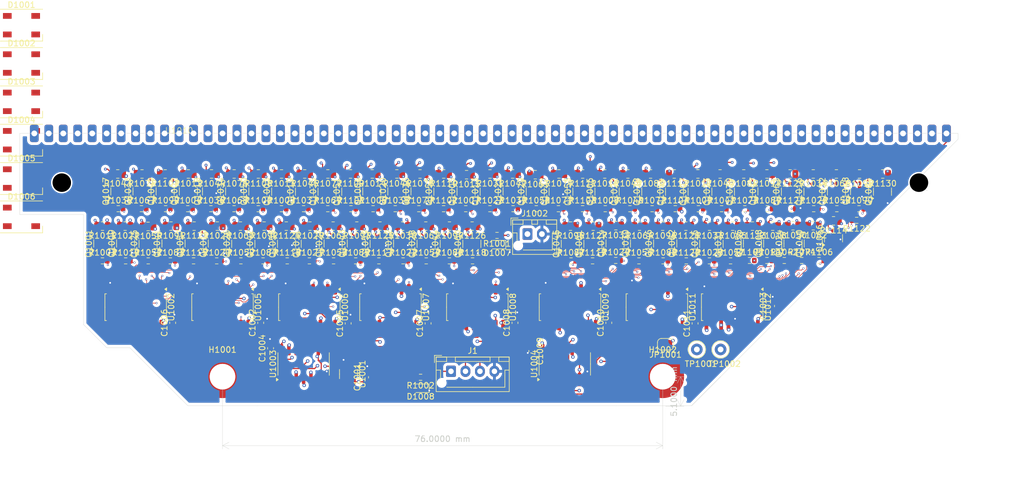
<source format=kicad_pcb>
(kicad_pcb (version 20240108) (generator "pcbnew") (generator_version "8.0")
  (layers (0 "F.Cu" signal) (1 "In1.Cu" signal) (2 "In2.Cu" signal) (31 "B.Cu" signal) (34 "B.Paste" user) (35 "F.Paste" user) (36 "B.SilkS" user "B.Silkscreen") (37 "F.SilkS" user "F.Silkscreen") (38 "B.Mask" user) (39 "F.Mask" user) (44 "Edge.Cuts" user))
  (net 0 "")
  (net 1 "GND")
  (net 2 "VCC")
  (net 3 "/ADDR_LED")
  (net 4 "Net-(D1001-DOUT)")
  (net 5 "/RESET_COUNT")
  (net 6 "/INPUT_CLK")
  (net 7 "HT")
  (net 8 "Net-(D1002-DOUT)")
  (net 9 "/LAST_COUNT_RESET")
  (net 10 "Net-(D1003-DOUT)")
  (net 11 "/K0")
  (net 12 "/K8")
  (net 13 "Net-(D1004-DOUT)")
  (net 14 "/K16")
  (net 15 "Net-(D1005-DOUT)")
  (net 17 "/K24")
  (net 18 "Net-(D1007-A)")
  (net 19 "/K32")
  (net 20 "Net-(D1008-A)")
  (net 21 "/K40")
  (net 22 "Net-(JP1001-A)")
  (net 23 "/K48")
  (net 24 "/K56")
  (net 25 "Net-(Q1001-B)")
  (net 26 "/OUT_K0")
  (net 27 "/OUT_K8")
  (net 28 "/OUT_K16")
  (net 29 "/OUT_K24")
  (net 30 "/OUT_K32")
  (net 31 "/OUT_K40")
  (net 32 "/OUT_K48")
  (net 33 "/OUT_K56")
  (net 34 "Net-(Q1002-B)")
  (net 35 "/K1")
  (net 36 "/K9")
  (net 37 "Net-(Q1003-B)")
  (net 38 "/K17")
  (net 39 "Net-(Q1004-B)")
  (net 40 "/K25")
  (net 41 "Net-(Q1005-B)")
  (net 42 "Net-(Q1006-B)")
  (net 43 "/K33")
  (net 44 "Net-(Q1007-B)")
  (net 45 "/K41")
  (net 46 "/K49")
  (net 47 "Net-(Q1008-B)")
  (net 48 "/K57")
  (net 49 "Net-(Q1009-B)")
  (net 50 "/OUT_K1")
  (net 51 "/OUT_K9")
  (net 52 "/OUT_K17")
  (net 53 "/OUT_K25")
  (net 54 "/OUT_K33")
  (net 55 "/OUT_K41")
  (net 56 "/OUT_K49")
  (net 57 "/OUT_K57")
  (net 58 "Net-(Q1010-B)")
  (net 59 "/K2")
  (net 60 "/K10")
  (net 61 "Net-(Q1011-B)")
  (net 62 "/K18")
  (net 63 "Net-(Q1012-B)")
  (net 64 "/K26")
  (net 65 "Net-(Q1013-B)")
  (net 66 "Net-(Q1014-B)")
  (net 67 "/K34")
  (net 68 "/K42")
  (net 69 "Net-(Q1015-B)")
  (net 70 "/K50")
  (net 71 "Net-(Q1016-B)")
  (net 72 "/K58")
  (net 73 "Net-(Q1017-B)")
  (net 74 "/OUT_K2")
  (net 75 "/OUT_K10")
  (net 76 "/OUT_K18")
  (net 77 "/OUT_K26")
  (net 78 "/OUT_K34")
  (net 79 "/OUT_K42")
  (net 80 "/OUT_K50")
  (net 81 "/OUT_K58")
  (net 82 "/K3")
  (net 83 "Net-(Q1018-B)")
  (net 84 "Net-(Q1019-B)")
  (net 85 "/K11")
  (net 86 "/K19")
  (net 87 "Net-(Q1020-B)")
  (net 88 "Net-(Q1021-B)")
  (net 89 "/K27")
  (net 90 "Net-(Q1022-B)")
  (net 91 "/K35")
  (net 92 "Net-(Q1023-B)")
  (net 93 "/K43")
  (net 94 "/K51")
  (net 95 "Net-(Q1024-B)")
  (net 96 "/K59")
  (net 97 "Net-(Q1025-B)")
  (net 98 "/OUT_K3")
  (net 99 "/OUT_K11")
  (net 100 "/OUT_K19")
  (net 101 "/OUT_K27")
  (net 102 "/OUT_K35")
  (net 103 "/OUT_K43")
  (net 104 "/OUT_K51")
  (net 105 "/OUT_K59")
  (net 106 "/K4")
  (net 107 "Net-(Q1026-B)")
  (net 108 "Net-(Q1027-B)")
  (net 109 "/K12")
  (net 110 "/K20")
  (net 111 "Net-(Q1028-B)")
  (net 112 "/K28")
  (net 113 "Net-(Q1029-B)")
  (net 114 "/K36")
  (net 115 "Net-(Q1030-B)")
  (net 116 "Net-(Q1031-B)")
  (net 117 "/K44")
  (net 118 "/K52")
  (net 119 "Net-(Q1032-B)")
  (net 120 "Net-(Q1033-B)")
  (net 121 "/K60")
  (net 122 "/OUT_K4")
  (net 123 "/OUT_K12")
  (net 124 "/OUT_K20")
  (net 125 "/OUT_K28")
  (net 126 "/OUT_K36")
  (net 127 "/OUT_K44")
  (net 128 "/OUT_K52")
  (net 129 "/OUT_K60")
  (net 130 "/K5")
  (net 131 "Net-(Q1034-B)")
  (net 132 "/K13")
  (net 133 "Net-(Q1035-B)")
  (net 134 "/K21")
  (net 135 "Net-(Q1036-B)")
  (net 136 "/K29")
  (net 137 "Net-(Q1037-B)")
  (net 138 "Net-(Q1038-B)")
  (net 139 "/K37")
  (net 140 "/K45")
  (net 141 "Net-(Q1039-B)")
  (net 142 "Net-(Q1040-B)")
  (net 143 "/K53")
  (net 144 "/K61")
  (net 145 "Net-(Q1041-B)")
  (net 146 "/OUT_K5")
  (net 147 "/OUT_K13")
  (net 148 "/OUT_K21")
  (net 149 "/OUT_K29")
  (net 150 "/OUT_K37")
  (net 151 "/OUT_K45")
  (net 152 "/OUT_K53")
  (net 153 "/OUT_K61")
  (net 154 "Net-(Q1042-B)")
  (net 155 "/K6")
  (net 156 "Net-(Q1043-B)")
  (net 157 "/K14")
  (net 158 "/K22")
  (net 159 "Net-(Q1044-B)")
  (net 160 "Net-(Q1045-B)")
  (net 161 "/K30")
  (net 162 "/K38")
  (net 163 "Net-(Q1046-B)")
  (net 164 "Net-(Q1047-B)")
  (net 165 "/K54")
  (net 166 "Net-(Q1048-B)")
  (net 167 "Net-(Q1049-B)")
  (net 168 "/K62")
  (net 169 "/OUT_K6")
  (net 170 "/OUT_K14")
  (net 171 "/OUT_K22")
  (net 172 "/OUT_K30")
  (net 173 "/OUT_K38")
  (net 174 "/OUT_K46")
  (net 175 "/OUT_K54")
  (net 176 "/OUT_K62")
  (net 177 "/K7")
  (net 178 "Net-(Q1050-B)")
  (net 179 "Net-(Q1051-B)")
  (net 180 "/K15")
  (net 181 "/K23")
  (net 182 "Net-(Q1052-B)")
  (net 183 "/K31")
  (net 184 "Net-(Q1053-B)")
  (net 185 "/K39")
  (net 186 "Net-(Q1054-B)")
  (net 187 "Net-(Q1055-B)")
  (net 188 "/K47")
  (net 189 "/K55")
  (net 190 "Net-(Q1056-B)")
  (net 191 "Net-(Q1057-B)")
  (net 192 "/K63")
  (net 193 "/OUT_K7")
  (net 194 "/OUT_K15")
  (net 195 "/OUT_K23")
  (net 196 "/OUT_K31")
  (net 197 "/OUT_K39")
  (net 198 "/OUT_K55")
  (net 199 "/OUT_K63")
  (net 200 "Net-(Q1058-B)")
  (net 201 "Net-(Q1059-B)")
  (net 202 "Net-(Q1060-B)")
  (net 203 "Net-(Q1061-B)")
  (net 204 "Net-(Q1062-B)")
  (net 205 "Net-(Q1063-B)")
  (net 206 "Net-(Q1064-B)")
  (net 207 "Net-(U1012-Q9)")
  (net 208 "Net-(U1012-Cout)")
  (net 209 "/CLK")
  (net 210 "Net-(U1002-Reset)")
  (net 211 "Net-(U1002-CKEN)")
  (net 213 "Net-(U1007-CKEN)")
  (net 214 "Net-(U1007-CLK)")
  (net 215 "Net-(U1005-CLK)")
  (net 216 "Net-(U1008-CLK)")
  (net 217 "Net-(U1006-CKEN)")
  (net 218 "Net-(U1005-CKEN)")
  (net 219 "Net-(U1006-CLK)")
  (net 220 "Net-(U1011-CLK)")
  (net 221 "Net-(U1009-CKEN)")
  (net 222 "Net-(U1011-CKEN)")
  (net 223 "Net-(U1009-CLK)")
  (net 224 "Net-(U1008-CKEN)")
  (net 225 "Net-(U1012-CLK)")
  (net 226 "Net-(U1005-Q0)")
  (net 228 "/K46")
  (net 229 "Net-(U1006-Q0)")
  (net 232 "Net-(U1007-Q0)")
  (net 233 "/OUT_K47")
  (net 234 "Net-(U1008-Q0)")
  (net 237 "Net-(U1009-Q0)")
  (net 238 "Net-(U1011-Q0)")
  (footprint "Package_TO_SOT_SMD:SOT-23" (layer "F.Cu") (at 110.1 72 90)
    (property "Reference" "Q1010")
    (property "Value" "Q_NPN_BEC")
  )
  (footprint "Resistor_SMD:R_0805_2012Metric" (layer "F.Cu") (at 146.1 69 180)
    (property "Reference" "R1062")
    (property "Value" "220K")
  )
  (footprint "Resistor_SMD:R_0603_1608Metric" (layer "F.Cu") (at 158.4 70.6 180)
    (property "Reference" "R1001")
    (property "Value" "100K")
  )
  (footprint "Package_TO_SOT_SMD:SOT-23" (layer "F.Cu") (at 165 63.0625 90)
    (property "Reference" "Q1029")
    (property "Value" "Q_NPN_BEC")
  )
  (footprint "Resistor_SMD:R_0603_1608Metric" (layer "F.Cu") (at 197.175 66)
    (property "Reference" "R1041")
    (property "Value" "10K")
  )
  (footprint "Resistor_SMD:R_0805_2012Metric" (layer "F.Cu") (at 178.9125 68.926519 180)
    (property "Reference" "R1032")
    (property "Value" "220K")
  )
  (footprint "Resistor_SMD:R_0603_1608Metric" (layer "F.Cu") (at 220.9 66)
    (property "Reference" "R1090")
    (property "Value" "10K")
  )
  (footprint "Resistor_SMD:R_0805_2012Metric" (layer "F.Cu") (at 129.1875 60 180)
    (property "Reference" "R1077")
    (property "Value" "220K")
  )
  (footprint "Resistor_SMD:R_0805_2012Metric" (layer "F.Cu") (at 193.0875 60 180)
    (property "Reference" "R1017")
    (property "Value" "220K")
  )
  (footprint "Resistor_SMD:R_0603_1608Metric" (layer "F.Cu") (at 182.9 75)
    (property "Reference" "R1056")
    (property "Value" "10K")
  )
  (footprint "Resistor_SMD:R_0805_2012Metric" (layer "F.Cu") (at 94.1875 69 180)
    (property "Reference" "R1027")
    (property "Value" "220K")
  )
  (footprint "Package_SO:SOIC-14_3.9x8.7mm_P1.27mm" (layer "F.Cu") (at 170.1 92.8 90)
    (property "Reference" "U1004")
    (property "Value" "4081")
  )
  (footprint "Resistor_SMD:R_0603_1608Metric" (layer "F.Cu") (at 94.275 75)
    (property "Reference" "R1019")
    (property "Value" "10K")
  )
  (footprint "Resistor_SMD:R_0805_2012Metric" (layer "F.Cu") (at 138.1875 69 180)
    (property "Reference" "R1125")
    (property "Value" "220K")
  )
  (footprint "Package_TO_SOT_SMD:SOT-23" (layer "F.Cu") (at 184.95 63.0625 90)
    (property "Reference" "Q1038")
    (property "Value" "Q_NPN_BEC")
  )
  (footprint "Resistor_SMD:R_0805_2012Metric" (layer "F.Cu") (at 110.1 69 180)
    (property "Reference" "R1028")
    (property "Value" "220K")
  )
  (footprint "Capacitor_SMD:C_0603_1608Metric" (layer "F.Cu") (at 119.3 90.1 90)
    (property "Reference" "C1004")
    (property "Value" "1uF")
  )
  (footprint "Package_TO_SOT_SMD:SOT-23-5" (layer "F.Cu") (at 132.7625 94.55 -90)
    (property "Reference" "U1001")
    (property "Value" "74AUP1G32")
  )
  (footprint "Resistor_SMD:R_0603_1608Metric" (layer "F.Cu") (at 113 66)
    (property "Reference" "R1068")
    (property "Value" "10K")
  )
  (footprint "Package_TO_SOT_SMD:SOT-23" (layer "F.Cu") (at 205 63 90)
    (property "Reference" "Q1047")
    (property "Value" "Q_NPN_BEC")
  )
  (footprint "Package_TO_SOT_SMD:SOT-23" (layer "F.Cu") (at 106.1 72 90)
    (property "Reference" "Q1057")
    (property "Value" "Q_NPN_BEC")
  )
  (footprint "Resistor_SMD:R_0805_2012Metric" (layer "F.Cu") (at 205 60 180)
    (property "Reference" "R1097")
    (property "Value" "220K")
  )
  (footprint "Resistor_SMD:R_0603_1608Metric" (layer "F.Cu") (at 150.175 75)
    (property "Reference" "R1086")
    (property "Value" "10K")
  )
  (footprint "Package_TO_SOT_SMD:SOT-23" (layer "F.Cu") (at 122.05 72.0625 90)
    (property "Reference" "Q1058")
    (property "Value" "Q_NPN_BEC")
  )
  (footprint "Resistor_SMD:R_0805_2012Metric" (layer "F.Cu") (at 122.0125 69 180)
    (property "Reference" "R1124")
    (property "Value" "220K")
  )
  (footprint "Resistor_SMD:R_0603_1608Metric" (layer "F.Cu") (at 195.075 75)
    (property "Reference" "R1025")
    (property "Value" "10K")
  )
  (footprint "Resistor_SMD:R_0805_2012Metric" (layer "F.Cu") (at 191 69 180)
    (property "Reference" "R1128")
    (property "Value" "220K")
  )
  (footprint "Resistor_SMD:R_0805_2012Metric" (layer "F.Cu") (at 202.5 69 180)
    (property "Reference" "R1113")
    (property "Value" "220K")
  )
  (footprint "Resistor_SMD:R_0805_2012Metric" (layer "F.Cu") (at 171.0875 69 180)
    (property "Reference" "R1095")
    (property "Value" "220K")
  )
  (footprint "Resistor_SMD:R_0805_2012Metric" (layer "F.Cu") (at 113.0125 60 180)
    (property "Reference" "R1076")
    (property "Value" "220K")
  )
  (footprint "Package_TO_SOT_SMD:SOT-23" (layer "F.Cu") (at 202.5 72 90)
    (property "Reference" "Q1055")
    (property "Value" "Q_NPN_BEC")
  )
  (footprint "IGG1:IGG1" (layer "F.Cu") (at 78.5 53)
    (property "Reference" "U1010")
    (property "Value" "~")
  )
  (footprint "Package_SO:SOP-16_4.4x10.4mm_P1.27mm" (layer "F.Cu") (at 199 83 -90)
    (property "Reference" "U1012")
    (property "Value" "4017")
  )
  (footprint "Package_TO_SOT_SMD:SOT-23" (layer "F.Cu") (at 113.1 63 90)
    (property "Reference" "Q1034")
    (property "Value" "Q_NPN_BEC")
  )
  (footprint "Resistor_SMD:R_0805_2012Metric" (layer "F.Cu") (at 97.1 60 180)
    (property "Reference" "R1075")
    (property "Value" "220K")
  )
  (footprint "Package_TO_SOT_SMD:SOT-23" (layer "F.Cu") (at 90.325 72 90)
    (property "Reference" "Q1001")
    (property "Value" "Q_NPN_BEC")
  )
  (footprint "Package_TO_SOT_SMD:SOT-23" (layer "F.Cu") (at 191 72 90)
    (property "Reference" "Q1062")
    (property "Value" "Q_NPN_BEC")
  )
  (footprint "Resistor_SMD:R_0805_2012Metric" (layer "F.Cu") (at 121.1875 60 180)
    (property "Reference" "R1013")
    (property "Value" "220K")
  )
  (footprint "Package_TO_SOT_SMD:SOT-23" (layer "F.Cu") (at 187 72 90)
    (property "Reference" "Q1046")
    (property "Value" "Q_NPN_BEC")
  )
  (footprint "Resistor_SMD:R_0603_1608Metric" (layer "F.Cu") (at 149.175 66)
    (property "Reference" "R1102")
    (property "Value" "10K")
  )
  (footprint "Package_TO_SOT_SMD:SOT-23" (layer "F.Cu") (at 181.05 63.0625 90)
    (property "Reference" "Q1022")
    (property "Value" "Q_NPN_BEC")
  )
  (footprint "Resistor_SMD:R_0603_1608Metric" (layer "F.Cu") (at 93 66)
    (property "Reference" "R1035")
    (property "Value" "10K")
  )
  (footprint "Resistor_SMD:R_0603_1608Metric" (layer "F.Cu") (at 117.175 66)
    (property "Reference" "R1100")
    (property "Value" "10K")
  )
  (footprint "Package_TO_SOT_SMD:SOT-23" (layer "F.Cu") (at 161 63 90)
    (property "Reference" "Q1021")
    (property "Value" "Q_NPN_BEC")
  )
  (footprint "Resistor_SMD:R_0805_2012Metric" (layer "F.Cu") (at 130.1 69 180)
    (property "Reference" "R1061")
    (property "Value" "220K")
  )
  (footprint "Resistor_SMD:R_0805_2012Metric" (layer "F.Cu") (at 145.1 60 180)
    (property "Reference" "R1078")
    (property "Value" "220K")
  )
  (footprint "Resistor_SMD:R_0603_1608Metric" (layer "F.Cu") (at 165.175 66)
    (property "Reference" "R1055")
    (property "Value" "10K")
  )
  (footprint "Capacitor_SMD:C_0603_1608Metric" (layer "F.Cu") (at 117.6 85.7 90)
    (property "Reference" "C1002")
    (property "Value" "1uF")
  )
  (footprint "Resistor_SMD:R_0603_1608Metric" (layer "F.Cu") (at 118 75)
    (property "Reference" "R1084")
    (property "Value" "10K")
  )
  (footprint "Resistor_SMD:R_0603_1608Metric" (layer "F.Cu") (at 220.5 68 180)
    (property "Reference" "R1122")
    (property "Value" "10K")
  )
  (footprint "Package_TO_SOT_SMD:SOT-23" (layer "F.Cu") (at 183 72 90)
    (property "Reference" "Q1030")
    (property "Value" "Q_NPN_BEC")
  )
  (footprint "Resistor_SMD:R_0603_1608Metric" (layer "F.Cu") (at 133.175 66)
    (property "Reference" "R1101")
    (property "Value" "10K")
  )
  (footprint "Resistor_SMD:R_0805_2012Metric" (layer "F.Cu") (at 150.1875 69 180)
    (property "Reference" "R1094")
    (property "Value" "220K")
  )
  (footprint "Resistor_SMD:R_0603_1608Metric" (layer "F.Cu") (at 140.825 66)
    (property "Reference" "R1038")
    (property "Value" "10K")
  )
  (footprint "Resistor_SMD:R_0603_1608Metric" (layer "F.Cu") (at 178.9 74.926519)
    (property "Reference" "R1024")
    (property "Value" "10K")
  )
  (footprint "Resistor_SMD:R_0805_2012Metric" (layer "F.Cu") (at 153.1375 60.125 180)
    (property "Reference" "R1015")
    (property "Value" "220K")
  )
  (footprint "LED_SMD:LED_SK6812_PLCC4_5.0x5.0mm_P3.2mm" (layer "F.Cu") (at 76.29 54.17)
    (property "Reference" "D1004")
    (property "Value" "SK6812")
  )
  (footprint "LED_SMD:LED_SK6812_PLCC4_5.0x5.0mm_P3.2mm" (layer "F.Cu") (at 76.29 60.79)
    (property "Reference" "D1005")
    (property "Value" "SK6812")
  )
  (footprint "Resistor_SMD:R_0603_1608Metric" (layer "F.Cu") (at 146.175 75)
    (property "Reference" "R1054")
    (property "Value" "10K")
  )
  (footprint "Resistor_SMD:R_0805_2012Metric" (layer "F.Cu") (at 109.1 60 180)
    (property "Reference" "R1044")
    (property "Value" "220K")
  )
  (footprint "Package_TO_SOT_SMD:SOT-23" (layer "F.Cu") (at 168.95 63.0625 90)
    (property "Reference" "Q1037")
    (property "Value" "Q_NPN_BEC")
  )
  (footprint "Package_SO:SOP-16_4.4x10.4mm_P1.27mm" (layer "F.Cu") (at 126 83 -90)
    (property "Reference" "U1006")
    (property "Value" "4017")
  )
  (footprint "Package_TO_SOT_SMD:SOT-23" (layer "F.Cu") (at 133.15 63.0625 90)
    (property "Reference" "Q1051")
    (property "Value" "Q_NPN_BEC")
  )
  (footprint "Package_TO_SOT_SMD:SOT-23" (layer "F.Cu") (at 97.1 63 90)
    (property "Reference" "Q1033")
    (property "Value" "Q_NPN_BEC")
  )
  (footprint "Package_TO_SOT_SMD:SOT-23" (layer "F.Cu") (at 142.1 72 90)
    (property "Reference" "Q1012")
    (property "Value" "Q_NPN_BEC")
  )
  (footprint "Resistor_SMD:R_0603_1608Metric" (layer "F.Cu") (at 101.175 66)
    (property "Reference" "R1099")
    (property "Value" "10K")
  )
  (footprint "Resistor_SMD:R_0603_1608Metric" (layer "F.Cu") (at 157.175 66)
    (property "Reference" "R1023")
    (property "Value" "10K")
  )
  (footprint "Package_TO_SOT_SMD:SOT-23" (layer "F.Cu") (at 118.15 72.0625 90)
    (property "Reference" "Q1042")
    (property "Value" "Q_NPN_BEC")
  )
  (footprint "LED_SMD:LED_SK6812_PLCC4_5.0x5.0mm_P3.2mm" (layer "F.Cu") (at 76.29 67.41)
    (property "Reference" "D1006")
    (property "Value" "SK6812")
  )
  (footprint "Resistor_SMD:R_0805_2012Metric" (layer "F.Cu") (at 114.1 69 180)
    (property "Reference" "R1060")
    (property "Value" "220K")
  )
  (footprint "Package_SO:SOP-16_4.4x10.4mm_P1.27mm" (layer "F.Cu") (at 111 83 -90)
    (property "Reference" "U1005")
    (property "Value" "4017")
  )
  (footprint "Package_TO_SOT_SMD:SOT-23" (layer "F.Cu") (at 221 62.9375 90)
    (property "Reference" "Q1048")
    (property "Value" "Q_NPN_BEC")
  )
  (footprint "Package_TO_SOT_SMD:SOT-23" (layer "F.Cu") (at 153.05 63.0625 90)
    (property "Reference" "Q1005")
    (property "Value" "Q_NPN_BEC")
  )
  (footprint "Resistor_SMD:R_0603_1608Metric" (layer "F.Cu") (at 169 66)
    (property "Reference" "R1071")
    (property "Value" "10K")
  )
  (footprint "Resistor_SMD:R_0603_1608Metric" (layer "F.Cu") (at 202 74.9375)
    (property "Reference" "R1105")
    (property "Value" "10K")
  )
  (footprint "Resistor_SMD:R_0603_1608Metric" (layer "F.Cu") (at 97 66)
    (property "Reference" "R1067")
    (property "Value" "10K")
  )
  (footprint "Jumper:SolderJumper-2_P1.3mm_Bridged_RoundedPad1.0x1.5mm" (layer "F.Cu") (at 187.5 89.4 180)
    (property "Reference" "JP1001")
    (property "Value" "Jumper_2_Bridged")
  )
  (footprint "Package_TO_SOT_SMD:SOT-23" (layer "F.Cu") (at 125.15 63.0625 90)
    (property "Reference" "Q1019")
    (property "Value" "Q_NPN_BEC")
  )
  (footprint "Package_TO_SOT_SMD:SOT-23" (layer "F.Cu") (at 93.275 63 90)
    (property "Reference" "Q1017")
    (property "Value" "Q_NPN_BEC")
  )
  (footprint "Resistor_SMD:R_0805_2012Metric" (layer "F.Cu") (at 125.1875 60 180)
    (property "Reference" "R1045")
    (property "Value" "220K")
  )
  (footprint "LED_SMD:LED_SK6812_PLCC4_5.0x5.0mm_P3.2mm" (layer "F.Cu") (at 76.29 34.31)
    (property "Reference" "D1001")
    (property "Value" "SK6812")
  )
  (footprint "Resistor_SMD:R_0805_2012Metric" (layer "F.Cu") (at 165 60.125 180)
    (property "Reference" "R1063")
    (property "Value" "220K")
  )
  (footprint "Package_SO:SOP-16_4.4x10.4mm_P1.27mm" (layer "F.Cu") (at 140 83 -90)
    (property "Reference" "U1007")
    (property "Value" "4017")
  )
  (footprint "Package_TO_SOT_SMD:SOT-23" (layer "F.Cu") (at 189.05 63.0625 90)
    (property "Reference" "Q1054")
    (property "Value" "Q_NPN_BEC")
  )
  (footprint "Resistor_SMD:R_0805_2012Metric" (layer "F.Cu") (at 101.1 60 180)
    (property "Reference" "R1107")
    (property "Value" "220K")
  )
  (footprint "Resistor_SMD:R_0805_2012Metric" (layer "F.Cu") (at 102.1 69 180)
    (property "Reference" "R1091")
    (property "Value" "220K")
  )
  (footprint "Resistor_SMD:R_0805_2012Metric" (layer "F.Cu") (at 157.1875 60 180)
    (property "Reference" "R1031")
    (property "Value" "220K")
  )
  (footprint "LED_SMD:LED_SK6812_PLCC4_5.0x5.0mm_P3.2mm" (layer "F.Cu") (at 76.29 40.93)
    (property "Reference" "D1002")
    (property "Value" "SK6812")
  )
  (footprint "Resistor_SMD:R_0603_1608Metric" (layer "F.Cu") (at 209.075 66)
    (property "Reference" "R1121")
    (property "Value" "10K")
  )
  (footprint "Resistor_SMD:R_0805_2012Metric" (layer "F.Cu") (at 175 69 180)
    (property "Reference" "R1127")
    (property "Value" "220K")
  )
  (footprint "Package_SO:SOP-16_4.4x10.4mm_P1.27mm" (layer "F.Cu") (at 155 83 -90)
    (property "Reference" "U1008")
    (property "Value" "4017")
  )
  (footprint "Resistor_SMD:R_0805_2012Metric" (layer "F.Cu") (at 181 60 180)
    (property "Reference" "R1048")
    (property "Value" "220K")
  )
  (footprint "Resistor_SMD:R_0805_2012Metric" (layer "F.Cu") (at 196.9125 60 180)
    (property "Reference" "R1049")
    (property "Value" "220K")
  )
  (footprint "LED_SMD:LED_SK6812_PLCC4_5.0x5.0mm_P3.2mm" (layer "F.Cu") (at 76.29 47.55)
    (property "Reference" "D1003")
    (property "Value" "SK6812")
  )
  (footprint "Package_TO_SOT_SMD:SOT-23" (layer "F.Cu") (at 129.05 63.0625 90)
    (property "Reference" "Q1035")
    (property "Value" "Q_NPN_BEC")
  )
  (footprint "Resistor_SMD:R_0603_1608Metric" (layer "F.Cu") (at 138 75)
    (property "Reference" "R1117")
    (property "Value" "10K")
  )
  (footprint "Resistor_SMD:R_0805_2012Metric" (layer "F.Cu") (at 141.1 60 180)
    (property "Reference" "R1046")
    (property "Value" "220K")
  )
  (footprint "Package_TO_SOT_SMD:SOT-23" (layer "F.Cu") (at 206 72 90)
    (property "Reference" "Q1008")
    (property "Value" "Q_NPN_BEC")
  )
  (footprint "Connector_JST:JST_XH_B2B-XH-AM_1x02_P2.50mm_Vertical" (layer "F.Cu") (at 163.65 70.375)
    (property "Reference" "J1002")
    (property "Value" "Conn_01x02")
  )
  (footprint "Resistor_SMD:R_0805_2012Metric" (layer "F.Cu") (at 126.1 69 180)
    (property "Reference" "R1029")
    (property "Value" "220K")
  )
  (footprint "Package_TO_SOT_SMD:SOT-23" (layer "F.Cu") (at 114.15 72.0625 90)
    (property "Reference" "Q1026")
    (property "Value" "Q_NPN_BEC")
  )
  (footprint "Resistor_SMD:R_0603_1608Metric" (layer "F.Cu") (at 122.175 75)
    (property "Reference" "R1116")
    (property "Value" "10K")
  )
  (footprint "Resistor_SMD:R_0805_2012Metric" (layer "F.Cu") (at 118.1875 69 180)
    (property "Reference" "R1092")
    (property "Value" "220K")
  )
  (footprint "Package_TO_SOT_SMD:SOT-23" (layer "F.Cu") (at 171.05 72.0625 90)
    (property "Reference" "Q1045")
    (property "Value" "Q_NPN_BEC")
  )
  (footprint "Resistor_SMD:R_0603_1608Metric" (layer "F.Cu") (at 121.175 66)
    (property "Reference" "R1005")
    (property "Value" "10K")
  )
  (footprint "LED_SMD:LED_0603_1608Metric" (layer "F.Cu") (at 145.2 97 180)
    (property "Reference" "D1008")
    (property "Value" "LED")
  )
  (footprint "Package_TO_SOT_SMD:SOT-23" (layer "F.Cu") (at 138.05 72.0625 90)
    (property "Reference" "Q1059")
    (property "Value" "Q_NPN_BEC")
  )
  (footprint "Package_TO_SOT_SMD:SOT-23" (layer "F.Cu") (at 101.1 63 90)
    (property "Reference" "Q1049")
    (property "Value" "Q_NPN_BEC")
  )
  (footprint "Resistor_SMD:R_0603_1608Metric" (layer "F.Cu") (at 211 74.9375)
    (property "Reference" "R1074")
    (property "Value" "10K")
  )
  (footprint "Resistor_SMD:R_0603_1608Metric" (layer "F.Cu") (at 201.175 66)
    (property "Reference" "R1073")
    (property "Value" "10K")
  )
  (footprint "Package_TO_SOT_SMD:SOT-23" (layer "F.Cu") (at 199 72.0625 90)
    (property "Reference" "Q1031")
    (property "Value" "Q_NPN_BEC")
  )
  (footprint "Resistor_SMD:R_0603_1608Metric" (layer "F.Cu") (at 105 66)
    (property "Reference" "R1004")
    (property "Value" "10K")
  )
  (footprint "Resistor_SMD:R_0805_2012Metric" (layer "F.Cu") (at 216.5 68.1 180)
    (property "Reference" "R1114")
    (property "Value" "220K")
  )
  (footprint "Package_TO_SOT_SMD:SOT-23" (layer "F.Cu") (at 176.8625 63.0625 90)
    (property "Reference" "Q1006")
    (property "Value" "Q_NPN_BEC")
  )
  (footprint "Package_TO_SOT_SMD:SOT-23" (layer "F.Cu") (at 109.1 63 90)
    (property "Reference" "Q1018")
    (property "Value" "Q_NPN_BEC")
  )
  (footprint "Resistor_SMD:R_0805_2012Metric" (layer "F.Cu") (at 195.0875 69 180)
    (property "Reference" "R1033")
    (property "Value" "220K")
  )
  (footprint "Resistor_SMD:R_0805_2012Metric" (layer "F.Cu") (at 92.9125 60 180)
    (property "Reference" "R1043")
    (property "Value" "220K")
  )
  (footprint "Package_TO_SOT_SMD:SOT-23" (layer "F.Cu") (at 217 63 90)
    (property "Reference" "Q1032")
    (property "Value" "Q_NPN_BEC")
  )
  (footprint "Resistor_SMD:R_0603_1608Metric" (layer "F.Cu") (at 173.175 66)
    (property "Reference" "R1103")
    (property "Value" "10K")
  )
  (footprint "Resistor_SMD:R_0805_2012Metric" (layer "F.Cu") (at 206 69 180)
    (property "Reference" "R1018")
    (property "Value" "220K")
  )
  (footprint "Resistor_SMD:R_0603_1608Metric" (layer "F.Cu") (at 137 66)
    (property "Reference" "R1006")
    (property "Value" "10K")
  )
  (footprint "Capacitor_SMD:C_0603_1608Metric" (layer "F.Cu") (at 132.7 85.8 90)
    (property "Reference" "C1005")
    (property "Value" "1uF")
  )
  (footprint "Resistor_SMD:R_0603_1608Metric" (layer "F.Cu") (at 205.075 66)
    (property "Reference" "R1089")
    (property "Value" "10K")
  )
  (footprint "Package_SO:SOP-16_4.4x10.4mm_P1.27mm" (layer "F.Cu") (at 171 83 -90)
    (property "Reference" "U1009")
    (property "Value" "4017")
  )
  (footprint "Resistor_SMD:R_0603_1608Metric" (layer "F.Cu") (at 142.175 75)
    (property "Reference" "R1022")
    (property "Value" "10K")
  )
  (footprint "Package_TO_SOT_SMD:SOT-23" (layer "F.Cu") (at 194.95 72.0625 90)
    (property "Reference" "Q1015")
    (property "Value" "Q_NPN_BEC")
  )
  (footprint "Package_TO_SOT_SMD:SOT-23" (layer "F.Cu") (at 98.15 72.0625 90)
    (property "Reference" "Q1025")
    (property "Value" "Q_NPN_BEC")
  )
  (footprint "Package_TO_SOT_SMD:SOT-23" (layer "F.Cu") (at 200.95 63.0625 90)
    (property "Reference" "Q1039")
    (property "Value" "Q_NPN_BEC")
  )
  (footprint "Package_TO_SOT_SMD:SOT-23" (layer "F.Cu") (at 174.95 72.0625 90)
    (property "Reference" "Q1061")
    (property "Value" "Q_NPN_BEC")
  )
  (footprint "Resistor_SMD:R_0603_1608Metric" (layer "F.Cu") (at 174.9 75)
    (property "Reference" "R1119")
    (property "Value" "10K")
  )
  (footprint "Capacitor_SMD:C_0603_1608Metric" (layer "F.Cu") (at 146.5 85.8 90)
    (property "Reference" "C1007")
    (property "Value" "1uF")
  )
  (footprint "Capacitor_SMD:C_0603_1608Metric" (layer "F.Cu") (at 205.8 82.8 90)
    (property "Reference" "C1003")
    (property "Value" "1uF")
  )
  (footprint "Package_TO_SOT_SMD:SOT-23" (layer "F.Cu") (at 130.1 72 90)
    (property "Reference" "Q1027")
    (property "Value" "Q_NPN_BEC")
  )
  (footprint "Capacitor_SMD:C_0603_1608Metric" (layer "F.Cu") (at 192.6 85.8 90)
    (property "Reference" "C1011")
    (property "Value" "1uF")
  )
  (footprint "Resistor_SMD:R_0603_1608Metric" (layer "F.Cu") (at 125 66)
    (property "Reference" "R1037")
    (property "Value" "10K")
  )
  (footprint "Resistor_SMD:R_0805_2012Metric" (layer "F.Cu") (at 177 60 180)
    (property "Reference" "R1016")
    (property "Value" "220K")
  )
  (footprint "Resistor_SMD:R_0603_1608Metric" (layer "F.Cu") (at 217.075 66)
    (property "Reference" "R1058")
    (property "Value" "10K")
  )
  (footprint "Package_TO_SOT_SMD:SOT-23" (layer "F.Cu") (at 117.1 63 90)
    (property "Reference" "Q1050")
    (property "Value" "Q_NPN_BEC")
  )
  (footprint "Resistor_SMD:R_0603_1608Metric" (layer "F.Cu") (at 109 66)
    (property "Reference" "R1036")
    (property "Value" "10K")
  )
  (footprint "Resistor_SMD:R_0805_2012Metric" (layer "F.Cu") (at 154.1 69 180)
    (property "Reference" "R1126")
    (property "Value" "220K")
  )
  (footprint "Connector_JST:JST_XH_B4B-XH-AM_1x04_P2.50mm_Vertical" (layer "F.Cu") (at 150.45 94.075)
    (property "Reference" "J1")
    (property "Value" "Conn_01x04")
  )
  (footprint "Resistor_SMD:R_0805_2012Metric" (layer "F.Cu") (at 199.0875 69 180)
    (property "Reference" "R1065")
    (property "Value" "220K")
  )
  (footprint "Resistor_SMD:R_0805_2012Metric" (layer "F.Cu") (at 173.1875 60 180)
    (property "Reference" "R1111")
    (property "Value" "220K")
  )
  (footprint "Resistor_SMD:R_0805_2012Metric" (layer "F.Cu") (at 90.275 69 180)
    (property "Reference" "R1011")
    (property "Value" "220K")
  )
  (footprint "Resistor_SMD:R_0603_1608Metric" (layer "F.Cu") (at 144.9 66)
    (property "Reference" "R1070")
    (property "Value" "10K")
  )
  (footprint "Resistor_SMD:R_0603_1608Metric" (layer "F.Cu") (at 171.175 75)
    (property "Reference" "R1087")
    (property "Value" "10K")
  )
  (footprint "Resistor_SMD:R_0603_1608Metric" (layer "F.Cu") (at 187.075 75)
    (property "Reference" "R1088")
    (property "Value" "10K")
  )
  (footprint "Capacitor_SMD:C_0603_1608Metric" (layer "F.Cu") (at 161.5 85.7 90)
    (property "Reference" "C1008")
    (property "Value" "1uF")
  )
  (footprint "LED_SMD:LED_0603_1608Metric" (layer "F.Cu") (at 158.425 72.2 180)
    (property "Reference" "D1007")
    (property "Value" "LED")
  )
  (footprint "Package_TO_SOT_SMD:SOT-23" (layer "F.Cu") (at 157.05 63.0625 90)
    (property "Reference" "Q1013")
    (property "Value" "Q_NPN_BEC")
  )
  (footprint "Resistor_SMD:R_0603_1608Metric" (layer "F.Cu") (at 161.175 66)
    (property "Reference" "R1039")
    (property "Value" "10K")
  )
  (footprint "Package_SO:SOIC-14_3.9x8.7mm_P1.27mm" (layer "F.Cu") (at 125 92.81 90)
    (property "Reference" "U1003")
    (property "Value" "4081")
  )
  (footprint "Package_TO_SOT_SMD:SOT-23" (layer "F.Cu") (at 213 72 90)
    (property "Reference" "Q1040")
    (property "Value" "Q_NPN_BEC")
  )
  (footprint "Resistor_SMD:R_0603_1608Metric" (layer "F.Cu") (at 154.175 75)
    (property "Reference" "R1118")
    (property "Value" "10K")
  )
  (footprint "Resistor_SMD:R_0805_2012Metric" (layer "F.Cu") (at 187 69 180)
    (property "Reference" "R1096")
    (property "Value" "220K")
  )
  (footprint "Resistor_SMD:R_0805_2012Metric" (layer "F.Cu") (at 184.9125 60 180)
    (property "Reference" "R1080")
    (property "Value" "220K")
  )
  (footprint "Resistor_SMD:R_0805_2012Metric" (layer "F.Cu") (at 221 60 180)
    (property "Reference" "R1098")
    (property "Value" "220K")
  )
  (footprint "Resistor_SMD:R_0805_2012Metric" (layer "F.Cu") (at 133.1 60 180)
    (property "Reference" "R1109")
    (property "Value" "220K")
  )
  (footprint "Resistor_SMD:R_0805_2012Metric" (layer "F.Cu") (at 161.0875 60 180)
    (property "Reference" "R1047")
    (property "Value" "220K")
  )
  (footprint "Package_TO_SOT_SMD:SOT-23" (layer "F.Cu") (at 146.15 72.0625 90)
    (property "Reference" "Q1028")
    (property "Value" "Q_NPN_BEC")
  )
  (footprint "Resistor_SMD:R_0603_1608Metric" (layer "F.Cu") (at 191.075 75)
    (property "Reference" "R1120")
    (property "Value" "10K")
  )
  (footprint "Resistor_SMD:R_0603_1608Metric" (layer "F.Cu") (at 213.075 66)
    (property "Reference" "R1026")
    (property "Value" "10K")
  )
  (footprint "Package_TO_SOT_SMD:SOT-23" (layer "F.Cu") (at 150.15 72.0625 90)
    (property "Reference" "Q1044")
    (property "Value" "Q_NPN_BEC")
  )
  (footprint "Resistor_SMD:R_0603_1608Metric" (layer "F.Cu") (at 114.175 75)
    (property "Reference" "R1052")
    (property "Value" "10K")
  )
  (footprint "Resistor_SMD:R_0805_2012Metric" (layer "F.Cu") (at 117.1875 60 180)
    (property "Reference" "R1108")
    (property "Value" "220K")
  )
  (footprint "Resistor_SMD:R_0805_2012Metric" (layer "F.Cu") (at 217 60 180)
    (property "Reference" "R1066")
    (property "Value" "220K")
  )
  (footprint "Resistor_SMD:R_0603_1608Metric" (layer "F.Cu") (at 205 74.9375)
    (property "Reference" "R1010")
    (property "Value" "10K")
  )
  (footprint "Resistor_SMD:R_0805_2012Metric" (layer "F.Cu") (at 98.15 69.0625 180)
    (property "Reference" "R1059")
    (property "Value" "220K")
  )
  (footprint "Resistor_SMD:R_0603_1608Metric" (layer "F.Cu") (at 214 74.9375)
    (property "Reference" "R1106")
    (property "Value" "10K")
  )
  (footprint "Capacitor_SMD:C_0603_1608Metric" (layer "F.Cu") (at 177.7 85.7 90)
    (property "Reference" "C1010")
    (property "Value" "1uF")
  )
  (footprint "Resistor_SMD:R_0603_1608Metric" (layer "F.Cu") (at 129.175 66)
    (property "Reference" "R1069")
    (property "Value" "10K")
  )
  (footprint "Resistor_SMD:R_0603_1608Metric" (layer "F.Cu") (at 177.0875 66)
    (property "Reference" "R1008")
    (property "Value" "10K")
  )
  (footprint "Resistor_SMD:R_0603_1608Metric" (layer "F.Cu") (at 134 75)
    (property "Reference" "R1085")
    (property "Value" "10K")
  )
  (footprint "TestPoint:TestPoint_Loop_D2.50mm_Drill1.0mm" (layer "F.Cu") (at 197 90.3)
    (property "Reference" "TP1002")
    (property "Value" "TestPoint")
  )
  (footprint "Resistor_SMD:R_0805_2012Metric" (layer "F.Cu") (at 209.5 68.9375 180)
    (property "Reference" "R1050")
    (property "Value" "220K")
  )
  (footprint "Resistor_SMD:R_0603_1608Metric" (layer "F.Cu") (at 126 75)
    (property "Reference" "R1021")
    (property "Value" "10K")
  )
  (footprint "Package_TO_SOT_SMD:SOT-23" (layer "F.Cu") (at 102.1 72 90)
    (property "Reference" "Q1041")
    (property "Value" "Q_NPN_BEC")
  )
  (footprint "Resistor_SMD:R_0805_2012Metric" (layer "F.Cu") (at 189 60 180)
    (property "Reference" "R1112")
    (property "Value" "220K")
  )
  (footprint "Resistor_SMD:R_0603_1608Metric" (layer "F.Cu") (at 90.275 75)
    (property "Reference" "R1003")
    (property "Value" "10K")
  )
  (footprint "Package_TO_SOT_SMD:SOT-23" (layer "F.Cu") (at 141.1 63 90)
    (property "Reference" "Q1020")
    (property "Value" "Q_NPN_BEC")
  )
  (footprint "Resistor_SMD:R_0603_1608Metric" (layer "F.Cu") (at 145.2 95.1 180)
    (property "Reference" "R1002")
    (property "Value" "1K")
  )
  (footprint "Package_TO_SOT_SMD:SOT-23" (layer "F.Cu") (at 192.95 63.0625 90)
    (property "Reference" "Q1007")
    (property "Value" "Q_NPN_BEC")
  )
  (footprint "Resistor_SMD:R_0603_1608Metric" (layer "F.Cu") (at 181.35 66)
    (property "Reference" "R1040")
    (property "Value" "10K")
  )
  (footprint "Resistor_SMD:R_0603_1608Metric" (layer "F.Cu") (at 106 75)
    (property "Reference" "R1115")
    (property "Value" "10K")
  )
  (footprint "Resistor_SMD:R_0805_2012Metric" (layer "F.Cu") (at 142.1 69 180)
    (property "Reference" "R1030")
    (property "Value" "220K")
  )
  (footprint "Package_SO:SOP-16_4.4x10.4mm_P1.27mm" (layer "F.Cu") (at 96 83 -90)
    (property "Reference" "U1002")
    (property "Value" "4017")
  )
  (footprint "Package_TO_SOT_SMD:SOT-23" (layer "F.Cu") (at 145.1 63 90)
    (property "Reference" "Q1036")
    (property "Value" "Q_NPN_BEC")
  )
  (footprint "Resistor_SMD:R_0805_2012Metric" (layer "F.Cu") (at 169.0875 60 180)
    (property "Reference" "R1079")
    (property "Value" "220K")
  )
  (footprint "Resistor_SMD:R_0805_2012Metric" (layer "F.Cu") (at 201 60 180)
    (property "Reference" "R1081")
    (property "Value" "220K")
  )
  (footprint "Package_TO_SOT_SMD:SOT-23" (layer "F.Cu") (at 173.05 63.0625 90)
    (property "Reference" "Q1053")
    (property "Value" "Q_NPN_BEC")
  )
  (footprint "Resistor_SMD:R_0805_2012Metric" (layer "F.Cu") (at 105.1 60 180)
    (property "Reference" "R1012")
    (property "Value" "220K")
  )
  (footprint "Resistor_SMD:R_0603_1608Metric" (layer "F.Cu") (at 189.175 66)
    (property "Reference" "R1104")
    (property "Value" "10K")
  )
  (footprint "Resistor_SMD:R_0603_1608Metric" (layer "F.Cu") (at 185.175 66)
    (property "Reference" "R1072")
    (property "Value" "10K")
  )
  (footprint "Resistor_SMD:R_0805_2012Metric" (layer "F.Cu") (at 106.1 69 180)
    (property "Reference" "R1123")
    (property "Value" "220K")
  )
  (footprint "TestPoint:TestPoint_Loop_D2.50mm_Drill1.0mm" (layer "F.Cu") (at 192.9 90.3)
    (property "Reference" "TP1001")
    (property "Value" "TestPoint")
  )
  (footprint "Package_TO_SOT_SMD:SOT-23" (layer "F.Cu") (at 134.1 72 90)
    (property "Reference" "Q1043")
    (property "Value" "Q_NPN_BEC")
  )
  (footprint "Package_TO_SOT_SMD:SOT-23" (layer "F.Cu") (at 105.1 63 90)
    (property "Reference" "Q1002")
    (property "Value" "Q_NPN_BEC")
  )
  (footprint "Resistor_SMD:R_0805_2012Metric" (layer "F.Cu") (at 225 60 180)
    (property "Reference" "R1130")
    (property "Value" "220K")
  )
  (footprint "Resistor_SMD:R_0603_1608Metric" (layer "F.Cu") (at 98.175 75)
    (property "Reference" "R1051")
    (property "Value" "10K")
  )
  (footprint "Package_TO_SOT_SMD:SOT-23" (layer "F.Cu") (at 224.95 63.0625 90)
    (property "Reference" "Q1064")
    (property "Value" "Q_NPN_BEC")
  )
  (footprint "Resistor_SMD:R_0603_1608Metric" (layer "F.Cu") (at 130.175 75)
    (property "Reference" "R1053")
    (property "Value" "10K")
  )
  (footprint "Package_TO_SOT_SMD:SOT-23" (layer "F.Cu") (at 126.15 72.0625 90)
    (property "Reference" "Q1011")
    (property "Value" "Q_NPN_BEC")
  )
  (footprint "Capacitor_SMD:C_0603_1608Metric" (layer "F.Cu") (at 164.4 90.6 -90)
    (property "Reference" "C1009")
    (property "Value" "1uF")
  )
  (footprint "Resistor_SMD:R_0603_1608Metric" (layer "F.Cu") (at 198.725 75)
    (property "Reference" "R1057")
    (property "Value" "10K")
  )
  (footprint "Package_TO_SOT_SMD:SOT-23" (layer "F.Cu") (at 197.05 63.0625 90)
    (property "Reference" "Q1023")
    (property "Value" "Q_NPN_BEC")
  )
  (footprint "Package_TO_SOT_SMD:SOT-23" (layer "F.Cu") (at 209.05 63.0625 90)
    (property "Reference" "Q1063")
    (property "Value" "Q_NPN_BEC")
  )
  (footprint "Package_TO_SOT_SMD:SOT-23" (layer "F.Cu") (at 149.05 63.0625 90)
    (property "Reference" "Q1052")
    (property "Value" "Q_NPN_BEC")
  )
  (footprint "Mounting_Wuerth:Mounting_Wuerth_WA-SMSI-M3_H2mm_9774020360" (layer "F.Cu") (at 187 95)
    (property "Reference" "H1002")
    (property "Value" "MountingHole")
  )
  (footprint "Package_TO_SOT_SMD:SOT-23" (layer "F.Cu") (at 94.275 72 90)
    (property "Reference" "Q1009")
    (property "Value" "Q_NPN_BEC")
  )
  (footprint "Package_TO_SOT_SMD:SOT-23" (layer "F.Cu") (at 209.5 72 90)
    (property "Reference" "Q1024")
    (property "Value" "Q_NPN_BEC")
  )
  (footprint "Capacitor_SMD:C_0603_1608Metric" (layer "F.Cu") (at 102.4 85.7 90)
    (property "Reference" "C1006")
    (property "Value" "1uF")
  )
  (footprint "Resistor_SMD:R_0603_1608Metric" (layer "F.Cu") (at 153 66)
    (property "Reference" "R1007")
    (property "Value" "10K")
  )
  (footprint "Resistor_SMD:R_0603_1608Metric" (layer "F.Cu") (at 208 74.9375)
    (property "Reference" "R1042")
    (property "Value" "10K")
  )
  (footprint "Resistor_SMD:R_0805_2012Metric" (layer "F.Cu") (at 149.1875 60 180)
    (property "Reference" "R1110")
    (property "Value" "220K")
  )
  (footprint "Resistor_SMD:R_0805_2012Metric" (layer "F.Cu") (at 136.8625 60 180)
    (property "Reference" "R1014")
    (property "Value" "220K")
  )
  (footprint "Package_TO_SOT_SMD:SOT-23" (layer "F.Cu") (at 154.05 72.0625 90)
    (property "Reference" "Q1060")
    (property "Value" "Q_NPN_BEC")
  )
  (footprint "Package_TO_SOT_SMD:SOT-23" (layer "F.Cu") (at 136.775 63 90)
    (property "Reference" "Q1004")
    (property "Value" "Q_NPN_BEC")
  )
  (footprint "Mounting_Wuerth:Mounting_Wuerth_WA-SMSI-M3_H2mm_9774020360" (layer "F.Cu") (at 111 95)
    (property "Reference" "H1001")
    (property "Value" "MountingHole")
  )
  (footprint "Resistor_SMD:R_0603_1608Metric" (layer "F.Cu") (at 102 75)
    (property "Reference" "R1083")
    (property "Value" "10K")
  )
  (footprint "Capacitor_SMD:C_0603_1608Metric" (layer "F.Cu") (at 135.7 95.1 90)
    (property "Reference" "C1001")
    (property "Value" "1uF")
  )
  (footprint "Resistor_SMD:R_0805_2012Metric" (layer "F.Cu") (at 213 60 180)
    (property "Reference" "R1034")
    (property "Value" "220K")
  )
  (footprint "Resistor_SMD:R_0603_1608Metric" (layer "F.Cu") (at 110 75)
    (property "Reference" "R1020")
    (property "Value" "10K")
  )
  (footprint "Package_TO_SOT_SMD:SOT-23" (layer "F.Cu") (at 212.95 63.0625 90)
    (property "Reference" "Q1016")
    (property "Value" "Q_NPN_BEC")
  )
  (footprint "Package_SO:SOP-16_4.4x10.4mm_P1.27mm" (layer "F.Cu") (at 186 83 -90)
    (property "Reference" "U1011")
    (property "Value" "4017")
  )
  (footprint "Resistor_SMD:R_0805_2012Metric" (layer "F.Cu") (at 134.1875 69 180)
    (property "Reference" "R1093")
    (property "Value" "220K")
  )
  (footprint "Package_TO_SOT_SMD:SOT-23" (layer "F.Cu") (at 121.05 63.0625 90)
    (property "Reference" "Q1003")
    (property "Value" "Q_NPN_BEC")
  )
  (footprint "Resistor_SMD:R_0805_2012Metric" (layer "F.Cu") (at 183 69 180)
    (property "Reference" "R1064")
    (property "Value" "220K")
  )
  (footprint "Package_TO_SOT_SMD:SOT-23" (layer "F.Cu") (at 216.5 71.1 90)
    (property "Reference" "Q1056")
    (property "Value" "Q_NPN_BEC")
  )
  (footprint "Package_TO_SOT_SMD:SOT-23" (layer "F.Cu") (at 178.775 71.989019 90)
    (property "Reference" "Q1014")
    (property "Value" "Q_NPN_BEC")
  )
  (footprint "Resistor_SMD:R_0805_2012Metric" (layer "F.Cu") (at 209 60 180)
    (property "Reference" "R1129")
    (property "Value" "220K")
  )
  (footprint "Resistor_SMD:R_0805_2012Metric" (layer "F.Cu") (at 213 68.9375 180)
    (property "Reference" "R1082")
    (property "Value" "220K")
  )
  (footprint "Resistor_SMD:R_0603_1608Metric" (layer "F.Cu") (at 193.175 66)
    (property "Reference" "R1009")
    (property "Value" "10K")
  )
  (gr_line (start 230.9 61.1) (end 232.7 62.9) (stroke (width 0.05)) (layer "Edge.Cuts"))
  (gr_line (start 197 95) (end 192 100) (stroke (width 0.05)) (layer "Edge.Cuts"))
  (gr_line (start 238 53) (end 238 54) (stroke (width 0.05)) (layer "Edge.Cuts"))
  (gr_line (start 105 100) (end 95 90) (stroke (width 0.05)) (layer "Edge.Cuts"))
  (gr_line (start 87 86) (end 87 67) (stroke (width 0.05)) (layer "Edge.Cuts"))
  (gr_line (start 105 100) (end 117 100) (stroke (width 0.05)) (layer "Edge.Cuts"))
  (gr_line (start 192 100) (end 179 100) (stroke (width 0.05)) (layer "Edge.Cuts"))
  (gr_line (start 76 67) (end 76 53) (stroke (width 0.05)) (layer "Edge.Cuts"))
  (gr_line (start 238 53) (end 76 53) (stroke (width 0.05)) (layer "Edge.Cuts"))
  (gr_line (start 91 90) (end 87 86) (stroke (width 0.05)) (layer "Edge.Cuts"))
  (gr_line (start 238 54) (end 192 100) (stroke (width 0.05)) (layer "Edge.Cuts"))
  (gr_line (start 95 90) (end 91 90) (stroke (width 0.05)) (layer "Edge.Cuts"))
  (gr_line (start 179 100) (end 117 100) (stroke (width 0.05)) (layer "Edge.Cuts"))
  (gr_line (start 87 67) (end 76 67) (stroke (width 0.05)) (layer "Edge.Cuts"))
  (dimension (type aligned) (layer "Edge.Cuts") (pts (xy 187 95) (xy 187 100.1)) (height -3.1) (gr_text "5.1000 mm" (at 188.95 97.55 90) (layer "Edge.Cuts") (effects (font (size 1 1) (thickness 0.15)))) (format (prefix "") (suffix "") (units 3) (units_format 1) (precision 4)) (style (thickness 0.05) (arrow_length 1.27) (text_position_mode 0) (extension_height 0.58642) (extension_offset 0.5) keep_text_aligned))
  (dimension (type aligned) (layer "Edge.Cuts") (pts (xy 187 95) (xy 111 95)) (height -11.9) (gr_text "76.0000 mm" (at 149 105.75 0) (layer "Edge.Cuts") (effects (font (size 1 1) (thickness 0.15)))) (format (prefix "") (suffix "") (units 3) (units_format 1) (precision 4)) (style (thickness 0.05) (arrow_length 1.27) (text_position_mode 0) (extension_height 0.58642) (extension_offset 0.5) keep_text_aligned))
  (segment (start 128.81 95.285) (end 128.81 94.29) (width 0.2) (layer "F.Cu") (net 1))
  (segment (start 118.625 84.925) (end 118.7 85) (width 0.2) (layer "F.Cu") (net 1))
  (segment (start 94.225 63.9375) (end 94.6 64.3125) (width 0.2) (layer "F.Cu") (net 1))
  (segment (start 121.555 79.245) (end 121.9 78.9) (width 0.2) (layer "F.Cu") (net 1))
  (segment (start 150 64) (end 150 64.7) (width 0.2) (layer "F.Cu") (net 1))
  (segment (start 165.95 64) (end 165.95 64.671163) (width 0.2) (layer "F.Cu") (net 1))
  (segment (start 132.7 84.7) (end 133.1 84.3) (width 0.2) (layer "F.Cu") (net 1))
  (segment (start 190 64.7) (end 189.8 64.9) (width 0.2) (layer "F.Cu") (net 1))
  (segment (start 95.225 73.425) (end 95.4 73.6) (width 0.2) (layer "F.Cu") (net 1))
  (segment (start 213.95 72.9375) (end 213.95 72.45) (width 0.2) (layer "F.Cu") (net 1))
  (segment (start 205.8 82.025) (end 205.8 81.4) (width 0.2) (layer "F.Cu") (net 1))
  (segment (start 205.8 81.4) (end 206 81.2) (width 0.2) (layer "F.Cu") (net 1))
  (segment (start 114.05 63.9375) (end 114.05 64.788547) (width 0.2) (layer "F.Cu") (net 1))
  (segment (start 150.555 79.9125) (end 150.555 79.145) (width 0.2) (layer "F.Cu") (net 1))
  (segment (start 193.9 64) (end 193.9 64.738688) (width 0.2) (layer "F.Cu") (net 1))
  (segment (start 139 73) (end 139 72.6) (width 0.2) (layer "F.Cu") (net 1))
  (segment (start 114.05 62.95) (end 114.2 62.8) (width 0.2) (layer "F.Cu") (net 1))
  (segment (start 151.1 73.7) (end 151.3 73.9) (width 0.2) (layer "F.Cu") (net 1))
  (segment (start 135.05 72.25) (end 135.2 72.1) (width 0.2) (layer "F.Cu") (net 1))
  (segment (start 217.45 71.55) (end 217.7 71.3) (width 0.2) (layer "F.Cu") (net 1))
  (segment (start 110.05 63.9375) (end 110.05 63.452144) (width 0.2) (layer "F.Cu") (net 1))
  (segment (start 91.555 78.845) (end 91.6 78.8) (width 0.2) (layer "F.Cu") (net 1))
  (segment (start 123 73) (end 123 72.3) (width 0.2) (layer "F.Cu") (net 1))
  (segment (start 131.05 72.45) (end 131.3 72.2) (width 0.2) (layer "F.Cu") (net 1))
  (segment (start 192.6 85.025) (end 192.6 83.7) (width 0.2) (layer "F.Cu") (net 1))
  (segment (start 210.45 72.9375) (end 210.45 72.45) (width 0.2) (layer "F.Cu") (net 1))
  (segment (start 203.45 72.55) (end 203.7 72.3) (width 0.2) (layer "F.Cu") (net 1))
  (segment (start 103.05 72.9375) (end 103.05 73.55) (width 0.2) (layer "F.Cu") (net 1))
  (segment (start 91.555 79.9125) (end 91.555 78.845) (width 0.2) (layer "F.Cu") (net 1))
  (segment (start 146.3 97) (end 146.7 97.4) (width 0.2) (layer "F.Cu") (net 1))
  (segment (start 106.555 79.9125) (end 106.555 78.945) (width 0.2) (layer "F.Cu") (net 1))
  (segment (start 201.9 64) (end 201.9 65.005873) (width 0.2) (layer "F.Cu") (net 1))
  (segment (start 135.05 72.9375) (end 135.05 72.25) (width 0.2) (layer "F.Cu") (net 1))
  (segment (start 187.95 72.9375) (end 187.95 73.65) (width 0.2) (layer "F.Cu") (net 1))
  (segment (start 155 73) (end 155 73.606375) (width 0.2) (layer "F.Cu") (net 1))
  (segment (start 91.275 72.9375) (end 91.275 73.475) (width 0.2) (layer "F.Cu") (net 1))
  (segment (start 183.95 72.9375) (end 183.95 73.75) (width 0.2) (layer "F.Cu") (net 1))
  (segment (start 214.729335 64.829335) (end 214.729335 65) (width 0.2) (layer "F.Cu") (net 1))
  (segment (start 110.05 63.452144) (end 109.922757 63.324901) (width 0.2) (layer "F.Cu") (net 1))
  (segment (start 102.4 84.6) (end 102.7 84.3) (width 0.2) (layer "F.Cu") (net 1))
  (segment (start 206.95 72.45) (end 207.1 72.3) (width 0.2) (layer "F.Cu") (net 1))
  (segment (start 132.7 85.025) (end 132.7 84.7) (width 0.2) (layer "F.Cu") (net 1))
  (segment (start 143.05 72.35) (end 143 72.3) (width 0.2) (layer "F.Cu") (net 1))
  (segment (start 198 64.833932) (end 198.191068 65.025) (width 0.2) (layer "F.Cu") (net 1))
  (segment (start 111.05 72.9375) (end 111.05 73.45) (width 0.2) (layer "F.Cu") (net 1))
  (segment (start 106.05 63.05) (end 106.2 62.9) (width 0.2) (layer "F.Cu") (net 1))
  (segment (start 199.95 73.95) (end 200.1 74.1) (width 0.2) (layer "F.Cu") (net 1))
  (segment (start 103.05 73.55) (end 103.2 73.7) (width 0.2) (layer "F.Cu") (net 1))
  (segment (start 121.555 79.9125) (end 121.555 79.245) (width 0.2) (layer "F.Cu") (net 1))
  (segment (start 182 64.995724) (end 181.970724 65.025) (width 0.2) (layer "F.Cu") (net 1))
  (segment (start 195.9 73.687633) (end 196.254356 74.041989) (width 0.2) (layer "F.Cu") (net 1))
  (segment (start 199.635 85.135) (end 199.5 85) (width 0.2) (layer "F.Cu") (net 1))
  (segment (start 217.95 63.9375) (end 217.95 64.55) (width 0.2) (layer "F.Cu") (net 1))
  (segment (start 210.8 64.8) (end 210.8 65.888239) (width 0.2) (layer "F.Cu") (net 1))
  (segment (start 117.6 84.925) (end 118.625 84.925) (width 0.2) (layer "F.Cu") (net 1))
  (segment (start 126.1 64.925) (end 126 65.025) (width 0.2) (layer "F.Cu") (net 1))
  (segment (start 137.725 63.9375) (end 137.725 64.442525) (width 0.2) (layer "F.Cu") (net 1))
  (segment (start 99.1 73) (end 99.1 73.4) (width 0.2) (layer "F.Cu") (net 1))
  (segment (start 118.05 63.9375) (end 118.05 64.65) (width 0.2) (layer "F.Cu") (net 1))
  (segment (start 161.5 84.3) (end 161.9 83.9) (width 0.2) (layer "F.Cu") (net 1))
  (segment (start 130 64.7) (end 130.2 64.9) (width 0.2) (layer "F.Cu") (net 1))
  (segment (start 147.1 73) (end 147.1 72.7) (width 0.2) (layer "F.Cu") (net 1))
  (segment (start 115.1 73) (end 115.1 73.2) (width 0.2) (layer "F.Cu") (net 1))
  (segment (start 102.05 63.9375) (end 102.05 63.15) (width 0.2) (layer "F.Cu") (net 1))
  (segment (start 142.05 64.95) (end 142.2 65.1) (width 0.2) (layer "F.Cu") (net 1))
  (segment (start 131.8125 93.4125) (end 131.8125 92.1875) (width 0.2) (layer "F.Cu") (net 1))
  (segment (start 134.1 64) (end 134.1 64.925) (width 0.2) (layer "F.Cu") (net 1))
  (segment (start 173.91 95.275) (end 173.91 94.19) (width 0.2) (layer "F.Cu") (net 1))
  (segment (start 130 64) (end 130 64.7) (width 0.2) (layer "F.Cu") (net 1))
  (segment (start 158 64.7) (end 158.3 65) (width 0.2) (layer "F.Cu") (net 1))
  (segment (start 143.05 72.9375) (end 143.05 72.35) (width 0.2) (layer "F.Cu") (net 1))
  (segment (start 114.05 63.9375) (end 114.05 62.95) (width 0.2) (layer "F.Cu") (net 1))
  (segment (start 119.1 72.6) (end 119 72.5) (width 0.2) (layer "F.Cu") (net 1))
  (segment (start 165.95 64.671163) (end 166.312529 65.033692) (width 0.2) (layer "F.Cu") (net 1))
  (segment (start 135.7 93.500006) (end 136 93.200006) (width 0.2) (layer "F.Cu") (net 1))
  (segment (start 131.8125 92.1875) (end 131.9 92.1) (width 0.2) (layer "F.Cu") (net 1))
  (segment (start 119.3 88.6) (end 119.2 88.5) (width 0.2) (layer "F.Cu") (net 1))
  (segment (start 94.6 64.3125) (end 94.6 64.7) (width 0.2) (layer "F.Cu") (net 1))
  (segment (start 137.725 64.442525) (end 138.448713 65.166238) (width 0.2) (layer "F.Cu") (net 1))
  (segment (start 174 64.879596) (end 174.145404 65.025) (width 0.2) (layer "F.Cu") (net 1))
  (segment (start 169.9 64) (end 169.9 63.6) (width 0.2) (layer "F.Cu") (net 1))
  (segment (start 182 64) (end 182 64.995724) (width 0.2) (layer "F.Cu") (net 1))
  (segment (start 107.05 73.55) (end 107.1 73.6) (width 0.2) (layer "F.Cu") (net 1))
  (segment (start 122.6 64.6) (end 122 64) (width 0.2) (layer "F.Cu") (net 1))
  (segment (start 127.1 72.6) (end 127.2 72.5) (width 0.2) (layer "F.Cu") (net 1))
  (segment (start 150 64.7) (end 150.2 64.9) (width 0.2) (layer "F.Cu") (net 1))
  (segment (start 191.95 73.875) (end 192.1 74.025) (width 0.2) (layer "F.Cu") (net 1))
  (segment (start 103.2 73.7) (end 103.3 73.8) (width 0.2) (layer "F.Cu") (net 1))
  (segment (start 134.1 64.925) (end 134.2 65.025) (width 0.2) (layer "F.Cu") (net 1))
  (segment (start 95.225 72.9375) (end 95.225 73.425) (width 0.2) (layer "F.Cu") (net 1))
  (segment (start 107.05 72.9375) (end 107.05 73.55) (width 0.2) (layer "F.Cu") (net 1))
  (segment (start 192.6 83.7) (end 192.5 83.6) (width 0.2) (layer "F.Cu") (net 1))
  (segment (start 158 64) (end 158 64.7) (width 0.2) (layer "F.Cu") (net 1))
  (segment (start 198 64) (end 198 64.833932) (width 0.2) (layer "F.Cu") (net 1))
  (segment (start 154 64) (end 154 64.771934) (width 0.2) (layer "F.Cu") (net 1))
  (segment (start 135.555 78.955) (end 135.5 78.9) (width 0.2) (layer "F.Cu") (net 1))
  (segment (start 187.95 73.65) (end 188.1 73.8) (width 0.2) (layer "F.Cu") (net 1))
  (segment (start 177.8125 64) (end 177.8125 64.92038) (width 0.2) (layer "F.Cu") (net 1))
  (segment (start 185.9 64) (end 185.9 64.636972) (width 0.2) (layer "F.Cu") (net 1))
  (segment (start 210 64) (end 210.8 64.8) (width 0.2) (layer "F.Cu") (net 1))
  (segment (start 177.8125 64.92038) (end 177.91712 65.025) (width 0.2) (layer "F.Cu") (net 1))
  (segment (start 164.4 91.375) (end 163.925 90.9) (width 0.2) (layer "F.Cu") (net 1))
  (segment (start 161.95 63.9375) (end 162.339736 64.327236) (width 0.2) (layer "F.Cu") (net 1))
  (segment (start 159.2125 72.2) (end 159.3 72.2) (width 0.2) (layer "F.Cu") (net 1))
  (segment (start 199.95 73) (end 199.95 73.95) (width 0.2) (layer "F.Cu") (net 1))
  (segment (start 175.9 73) (end 175.9 73.9) (width 0.2) (layer "F.Cu") (net 1))
  (segment (start 225.9 64.967728) (end 225.842728 65.025) (width 0.2) (layer "F.Cu") (net 1))
  (segment (start 139 72.6) (end 139.2 72.4) (width 0.2) (layer "F.Cu") (net 1))
  (segment (start 94.6 65) (end 94.6 64.7) (width 0.2) (layer "F.Cu") (net 1))
  (segment (start 128.81 94.29) (end 129 94.1) (width 0.2) (layer "F.Cu") (net 1))
  (segment (start 135.7 94.325) (end 135.7 93.500006) (width 0.2) (layer "F.Cu") (net 1))
  (segment (start 102.05 63.15) (end 102.3 62.9) (width 0.2) (layer "F.Cu") (net 1))
  (segment (start 205.95 64.636266) (end 206.404629 65.090895) (width 0.2) (layer "F.Cu") (net 1))
  (segment (start 111.05 73.45) (end 111.3 73.7) (width 0.2) (layer "F.Cu") (net 1))
  (segment (start 145.9875 97) (end 146.3 97) (width 0.2) (layer "F.Cu") (net 1))
  (segment (start 217.45 72.0375) (end 217.45 71.55) (width 0.2) (layer "F.Cu") (net 1))
  (segment (start 206.95 72.9375) (end 206.95 72.45) (width 0.2) (layer "F.Cu") (net 1))
  (segment (start 225.9 64) (end 225.9 64.967728) (width 0.2) (layer "F.Cu") (net 1))
  (segment (start 210.45 72.45) (end 210.6 72.3) (width 0.2) (layer "F.Cu") (net 1))
  (segment (start 181.555 78.545) (end 181.7 78.4) (width 0.2) (layer "F.Cu") (net 1))
  (segment (start 166.555 79.045) (end 166.8 78.8) (width 0.2) (layer "F.Cu") (net 1))
  (segment (start 114.05 64.788547) (end 113.813547 65.025) (width 0.2) (layer "F.Cu") (net 1))
  (segment (start 199.635 86.0875) (end 199.635 85.135) (width 0.2) (layer "F.Cu") (net 1))
  (segment (start 102.4 84.925) (end 102.4 84.6) (width 0.2) (layer "F.Cu") (net 1))
  (segment (start 99.1 73.4) (end 99.2 73.5) (width 0.2) (layer "F.Cu") (net 1))
  (segment (start 159.3 72.2) (end 160.6 73.5) (width 0.2) (layer "F.Cu") (net 1))
  (segment (start 166.555 79.9125) (end 166.555 79.045) (width 0.2) (layer "F.Cu") (net 1))
  (segment (start 119.3 89.325) (end 119.3 88.6) (width 0.2) (layer "F.Cu") (net 1))
  (segment (start 172 73.7) (end 172.2 73.9) (width 0.2) (layer "F.Cu") (net 1))
  (segment (start 91.275 73.475) (end 91.4 73.6) (width 0.2) (layer "F.Cu") (net 1))
  (segment (start 142.05 63.9375) (end 142.05 64.95) (width 0.2) (layer "F.Cu") (net 1))
  (segment (start 201.9 65.005873) (end 201.919127 65.025) (width 0.2) (layer "F.Cu") (net 1))
  (segment (start 213.9 64) (end 214.729335 64.829335) (width 0.2) (layer "F.Cu") (net 1))
  (segment (start 173.91 94.19) (end 174 94.1) (width 0.2) (layer "F.Cu") (net 1))
  (segment (start 174 64) (end 174 64.879596) (width 0.2) (layer "F.Cu") (net 1))
  (segment (start 106.555 78.945) (end 106.6 78.9) (width 0.2) (layer "F.Cu") (net 1))
  (segment (start 126.1 64) (end 126.1 64.925) (width 0.2) (layer "F.Cu") (net 1))
  (segment (start 146.05 64.85) (end 146.3 65.1) (width 0.2) (layer "F.Cu") (net 1))
  (segment (start 131.05 72.9375) (end 131.05 72.45) (width 0.2) (layer "F.Cu") (net 1))
  (segment (start 151.1 73) (end 151.1 73.7) (width 0.2) (layer "F.Cu") (net 1))
  (segment (start 221.452206 63.875) (end 221.413603 63.913603) (width 0.2) (layer "F.Cu") (net 1))
  (segment (start 194.555 79.755) (end 194.2 79.4) (width 0.2) (layer "F.Cu") (net 1))
  (segment (start 118.05 64.65) (end 118.3 64.9) (width 0.2) (layer "F.Cu") (net 1))
  (segment (start 119.1 73) (end 119.1 72.6) (width 0.2) (layer "F.Cu") (net 1))
  (segment (start 106.05 63.9375) (end 106.05 63.05) (width 0.2) (layer "F.Cu") (net 1))
  (segment (start 185.9 64.636972) (end 186.293505 65.030477) (width 0.2) (layer "F.Cu") (net 1))
  (segment (start 179.725 72.926519) (end 179.725 73.850505) (width 0.2) (layer "F.Cu") (net 1))
  (segment (start 183.95 73.75) (end 184 73.8) (width 0.2) (layer "F.Cu") (net 1))
  (segment (start 177.7 84.5) (end 177.5 84.3) (width 0.2) (layer "F.Cu") (net 1))
  (segment (start 150.555 79.145) (end 150.8 78.9) (width 0.2) (layer "F.Cu") (net 1))
  (segment (start 146.5 85.025) (end 146.5 83.7) (width 0.2) (layer "F.Cu") (net 1))
  (segment (start 177.7 84.925) (end 177.7 84.5) (width 0.2) (layer "F.Cu") (net 1))
  (segment (start 147.1 72.7) (end 147 72.6) (width 0.2) (layer "F.Cu") (net 1))
  (segment (start 193.9 64.738688) (end 193.582134 65.056554) (width 0.2) (layer "F.Cu") (net 1))
  (segment (start 115.1 73) (end 115.1 73.9) (width 0.2) (layer "F.Cu") (net 1))
  (segment (start 190 64) (end 190 64.7) (width 0.2) (layer "F.Cu") (net 1))
  (segment (start 163.925 90.9) (end 163.7 90.9) (width 0.2) (layer "F.Cu") (net 1))
  (segment (start 172 73) (end 172 73.7) (width 0.2) (layer "F.Cu") (net 1))
  (segment (start 122.9 64.6) (end 122.6 64.6) (width 0.2) (layer "F.Cu") (net 1))
  (segment (start 135.555 79.9125) (end 135.555 78.955) (width 0.2) (layer "F.Cu") (net 1))
  (segment (start 179.725 73.850505) (end 179.826014 73.951519) (width 0.2) (layer "F.Cu") (net 1))
  (segment (start 115.1 73.2) (end 114.9 73.4) (width 0.2) (layer "F.Cu") (net 1))
  (segment (start 203.45 72.9375) (end 203.45 72.55) (width 0.2) (layer "F.Cu") (net 1))
  (segment (start 217.95 64.55) (end 218.3 64.9) (width 0.2) (layer "F.Cu") (net 1))
  (segment (start 195.9 73) (end 195.9 73.687633) (width 0.2) (layer "F.Cu") (net 1))
  (segment (start 127.1 73) (end 127.1 72.6) (width 0.2) (layer "F.Cu") (net 1))
  (segment (start 155 73.606375) (end 155.073583 73.679958) (width 0.2) (layer "F.Cu") (net 1))
  (segment (start 162.339736 64.327236) (end 162.339736 64.775) (width 0.2) (layer "F.Cu") (net 1))
  (segment (start 161.5 84.925) (end 161.5 84.3) (width 0.2) (layer "F.Cu") (net 1))
  (segment (start 191.95 72.9375) (end 191.95 73.875) (width 0.2) (layer "F.Cu") (net 1))
  (segment (start 181.555 79.9125) (end 181.555 78.545) (width 0.2) (layer "F.Cu") (net 1))
  (segment (start 169.9 63.6) (end 169.8 63.5) (width 0.2) (layer "F.Cu") (net 1))
  (segment (start 154 64.771934) (end 154.309111 65.081045) (width 0.2) (layer "F.Cu") (net 1))
  (segment (start 221.95 63.875) (end 221.452206 63.875) (width 0.2) (layer "F.Cu") (net 1))
  (segment (start 98.05 63.9375) (end 98.05 64.45) (width 0.2) (layer "F.Cu") (net 1))
  (segment (start 194.555 79.9125) (end 194.555 79.755) (width 0.2) (layer "F.Cu") (net 1))
  (segment (start 146.05 63.9375) (end 146.05 64.85) (width 0.2) (layer "F.Cu") (net 1))
  (segment (start 98.05 64.45) (end 98.2 64.6) (width 0.2) (layer "F.Cu") (net 1))
  (segment (start 213.95 72.45) (end 214.2 72.2) (width 0.2) (layer "F.Cu") (net 1))
  (segment (start 205.95 63.9375) (end 205.95 64.636266) (width 0.2) (layer "F.Cu") (net 1))
  (via (at 109.922757 63.324901) (size 0.6) (drill 0.3) (layers "F.Cu" "B.Cu") (net 1))
  (via (at 114.2 62.8) (size 0.6) (drill 0.3) (layers "F.Cu" "B.Cu") (net 1))
  (via (at 94.6 64.7) (size 0.6) (drill 0.3) (layers "F.Cu" "B.Cu") (net 1))
  (via (at 135.5 78.9) (size 0.6) (drill 0.3) (layers "F.Cu" "B.Cu") (net 1))
  (via (at 131.3 72.2) (size 0.6) (drill 0.3) (layers "F.Cu" "B.Cu") (net 1))
  (via (at 115.1 73.9) (size 0.6) (drill 0.3) (layers "F.Cu" "B.Cu") (net 1))
  (via (at 181.7 78.4) (size 0.6) (drill 0.3) (layers "F.Cu" "B.Cu") (net 1))
  (via (at 91.4 73.6) (size 0.6) (drill 0.3) (layers "F.Cu" "B.Cu") (net 1))
  (via (at 99.2 73.5) (size 0.6) (drill 0.3) (layers "F.Cu" "B.Cu") (net 1))
  (via (at 201.919127 65.025) (size 0.6) (drill 0.3) (layers "F.Cu" "B.Cu") (net 1))
  (via (at 181.970724 65.025) (size 0.6) (drill 0.3) (layers "F.Cu" "B.Cu") (net 1))
  (via (at 210.8 65.888239) (size 0.6) (drill 0.3) (layers "F.Cu" "B.Cu") (net 1))
  (via (at 106.6 78.9) (size 0.6) (drill 0.3) (layers "F.Cu" "B.Cu") (net 1))
  (via (at 218.3 64.9) (size 0.6) (drill 0.3) (layers "F.Cu" "B.Cu") (net 1))
  (via (at 102.7 84.3) (size 0.6) (drill 0.3) (layers "F.Cu" "B.Cu") (net 1))
  (via (at 162.339736 64.775) (size 0.6) (drill 0.3) (layers "F.Cu" "B.Cu") (net 1))
  (via (at 189.8 64.9) (size 0.6) (drill 0.3) (layers "F.Cu" "B.Cu") (net 1))
  (via (at 193.582134 65.056554) (size 0.6) (drill 0.3) (layers "F.Cu" "B.Cu") (net 1))
  (via (at 118.3 64.9) (size 0.6) (drill 0.3) (layers "F.Cu" "B.Cu") (net 1))
  (via (at 221.413603 63.913603) (size 0.6) (drill 0.3) (layers "F.Cu" "B.Cu") (net 1))
  (via (at 139.2 72.4) (size 0.6) (drill 0.3) (layers "F.Cu" "B.Cu") (net 1))
  (via (at 118.7 85) (size 0.6) (drill 0.3) (layers "F.Cu" "B.Cu") (net 1))
  (via (at 163.7 90.9) (size 0.6) (drill 0.3) (layers "F.Cu" "B.Cu") (net 1))
  (via (at 174.145404 65.025) (size 0.6) (drill 0.3) (layers "F.Cu" "B.Cu") (net 1))
  (via (at 123 72.3) (size 0.6) (drill 0.3) (layers "F.Cu" "B.Cu") (net 1))
  (via (at 111.3 73.7) (size 0.6) (drill 0.3) (layers "F.Cu" "B.Cu") (net 1))
  (via (at 200.1 74.1) (size 0.6) (drill 0.3) (layers "F.Cu" "B.Cu") (net 1))
  (via (at 134.2 65.025) (size 0.6) (drill 0.3) (layers "F.Cu" "B.Cu") (net 1))
  (via (at 166.8 78.8) (size 0.6) (drill 0.3) (layers "F.Cu" "B.Cu") (net 1))
  (via (at 146.7 97.4) (size 0.6) (drill 0.3) (layers "F.Cu" "B.Cu") (net 1))
  (via (at 129 94.1) (size 0.6) (drill 0.3) (layers "F.Cu" "B.Cu") (net 1))
  (via (at 160.6 73.5) (size 0.6) (drill 0.3) (layers "F.Cu" "B.Cu") (net 1))
  (via (at 198.191068 65.025) (size 0.6) (drill 0.3) (layers "F.Cu" "B.Cu") (net 1))
  (via (at 121.9 78.9) (size 0.6) (drill 0.3) (layers "F.Cu" "B.Cu") (net 1))
  (via (at 206.404629 65.090895) (size 0.6) (drill 0.3) (layers "F.Cu" "B.Cu") (net 1))
  (via (at 150.2 64.9) (size 0.6) (drill 0.3) (layers "F.Cu" "B.Cu") (net 1))
  (via (at 106.2 62.9) (size 0.6) (drill 0.3) (layers "F.Cu" "B.Cu") (net 1))
  (via (at 103.3 73.8) (size 0.6) (drill 0.3) (layers "F.Cu" "B.Cu") (net 1))
  (via (at 142.2 65.1) (size 0.6) (drill 0.3) (layers "F.Cu" "B.Cu") (net 1))
  (via (at 127.2 72.5) (size 0.6) (drill 0.3) (layers "F.Cu" "B.Cu") (net 1))
  (via (at 95.4 73.6) (size 0.6) (drill 0.3) (layers "F.Cu" "B.Cu") (net 1))
  (via (at 147 72.6) (size 0.6) (drill 0.3) (layers "F.Cu" "B.Cu") (net 1))
  (via (at 155.073583 73.679958) (size 0.6) (drill 0.3) (layers "F.Cu" "B.Cu") (net 1))
  (via (at 169.8 63.5) (size 0.6) (drill 0.3) (layers "F.Cu" "B.Cu") (net 1))
  (via (at 119 72.5) (size 0.6) (drill 0.3) (layers "F.Cu" "B.Cu") (net 1))
  (via (at 214.2 72.2) (size 0.6) (drill 0.3) (layers "F.Cu" "B.Cu") (net 1))
  (via (at 119.2 88.5) (size 0.6) (drill 0.3) (layers "F.Cu" "B.Cu") (net 1))
  (via (at 186.293505 65.030477) (size 0.6) (drill 0.3) (layers "F.Cu" "B.Cu") (net 1))
  (via (at 172.2 73.9) (size 0.6) (drill 0.3) (layers "F.Cu" "B.Cu") (net 1))
  (via (at 188.1 73.8) (size 0.6) (drill 0.3) (layers "F.Cu" "B.Cu") (net 1))
  (via (at 146.5 83.7) (size 0.6) (drill 0.3) (layers "F.Cu" "B.Cu") (net 1))
  (via (at 177.91712 65.025) (size 0.6) (drill 0.3) (layers "F.Cu" "B.Cu") (net 1))
  (via (at 166.312529 65.033692) (size 0.6) (drill 0.3) (layers "F.Cu" "B.Cu") (net 1))
  (via (at 206 81.2) (size 0.6) (drill 0.3) (layers "F.Cu" "B.Cu") (net 1))
  (via (at 203.7 72.3) (size 0.6) (drill 0.3) (layers "F.Cu" "B.Cu") (net 1))
  (via (at 158.3 65) (size 0.6) (drill 0.3) (layers "F.Cu" "B.Cu") (net 1))
  (via (at 194.2 79.4) (size 0.6) (drill 0.3) (layers "F.Cu" "B.Cu") (net 1))
  (via (at 207.1 72.3) (size 0.6) (drill 0.3) (layers "F.Cu" "B.Cu") (net 1))
  (via (at 199.5 85) (size 0.6) (drill 0.3) (layers "F.Cu" "B.Cu") (net 1))
  (via (at 143 72.3) (size 0.6) (drill 0.3) (layers "F.Cu" "B.Cu") (net 1))
  (via (at 98.2 64.6) (size 0.6) (drill 0.3) (layers "F.Cu" "B.Cu") (net 1))
  (via (at 177.5 84.3) (size 0.6) (drill 0.3) (layers "F.Cu" "B.Cu") (net 1))
  (via (at 113.813547 65.025) (size 0.6) (drill 0.3) (layers "F.Cu" "B.Cu") (net 1))
  (via (at 175.9 73.9) (size 0.6) (drill 0.3) (layers "F.Cu" "B.Cu") (net 1))
  (via (at 130.2 64.9) (size 0.6) (drill 0.3) (layers "F.Cu" "B.Cu") (net 1))
  (via (at 192.1 74.025) (size 0.6) (drill 0.3) (layers "F.Cu" "B.Cu") (net 1))
  (via (at 210.6 72.3) (size 0.6) (drill 0.3) (layers "F.Cu" "B.Cu") (net 1))
  (via (at 225.842728 65.025) (size 0.6) (drill 0.3) (layers "F.Cu" "B.Cu") (net 1))
  (via (at 174 94.1) (size 0.6) (drill 0.3) (layers "F.Cu" "B.Cu") (net 1))
  (via (at 150.8 78.9) (size 0.6) (drill 0.3) (layers "F.Cu" "B.Cu") (net 1))
  (via (at 126 65.025) (size 0.6) (drill 0.3) (layers "F.Cu" "B.Cu") (net 1))
  (via (at 214.729335 65) (size 0.6) (drill 0.3) (layers "F.Cu" "B.Cu") (net 1))
  (via (at 192.5 83.6) (size 0.6) (drill 0.3) (layers "F.Cu" "B.Cu") (net 1))
  (via (at 146.3 65.1) (size 0.6) (drill 0.3) (layers "F.Cu" "B.Cu") (net 1))
  (via (at 131.9 92.1) (size 0.6) (drill 0.3) (layers "F.Cu" "B.Cu") (net 1))
  (via (at 133.1 84.3) (size 0.6) (drill 0.3) (layers "F.Cu" "B.Cu") (net 1))
  (via (at 138.448713 65.166238) (size 0.6) (drill 0.3) (layers "F.Cu" "B.Cu") (net 1))
  (via (at 179.826014 73.951519) (size 0.6) (drill 0.3) (layers "F.Cu" "B.Cu") (net 1))
  (via (at 107.1 73.6) (size 0.6) (drill 0.3) (layers "F.Cu" "B.Cu") (net 1))
  (via (at 135.2 72.1) (size 0.6) (drill 0.3) (layers "F.Cu" "B.Cu") (net 1))
  (via (at 196.254356 74.041989) (size 0.6) (drill 0.3) (layers "F.Cu" "B.Cu") (net 1))
  (via (at 217.7 71.3) (size 0.6) (drill 0.3) (layers "F.Cu" "B.Cu") (net 1))
  (via (at 91.6 78.8) (size 0.6) (drill 0.3) (layers "F.Cu" "B.Cu") (net 1))
  (via (at 161.9 83.9) (size 0.6) (drill 0.3) (layers "F.Cu" "B.Cu") (net 1))
  (via (at 136 93.200006) (size 0.6) (drill 0.3) (layers "F.Cu" "B.Cu") (net 1))
  (via (at 102.3 62.9) (size 0.6) (drill 0.3) (layers "F.Cu" "B.Cu") (net 1))
  (via (at 154.309111 65.081045) (size 0.6) (drill 0.3) (layers "F.Cu" "B.Cu") (net 1))
  (via (at 184 73.8) (size 0.6) (drill 0.3) (layers "F.Cu" "B.Cu") (net 1))
  (via (at 151.3 73.9) (size 0.6) (drill 0.3) (layers "F.Cu" "B.Cu") (net 1))
  (via (at 122.9 64.6) (size 0.6) (drill 0.3) (layers "F.Cu" "B.Cu") (net 1))
  (segment (start 196.254356 74.041989) (end 196.08584 74.210505) (width 0.2) (layer "B.Cu") (net 1))
  (segment (start 174.145404 65.025) (end 174.118138 65.052266) (width 0.2) (layer "B.Cu") (net 1))
  (segment (start 196.08584 74.210505) (end 196.08584 74.440691) (width 0.2) (layer "B.Cu") (net 1))
  (segment (start 177.91712 65.025) (end 177.743503 65.198617) (width 0.2) (layer "B.Cu") (net 1))
  (segment (start 130.9325 86.575) (end 130.445 86.0875) (width 0.2) (layer "F.Cu") (net 2))
  (segment (start 121.19 90.335) (end 121.19 89.31) (width 0.2) (layer "F.Cu") (net 2))
  (segment (start 117.6 86.475) (end 115.8325 86.475) (width 0.2) (layer "F.Cu") (net 2))
  (segment (start 166.29 90.325) (end 166.29 89.29) (width 0.2) (layer "F.Cu") (net 2))
  (segment (start 150.45 94.075) (end 147.05 94.075) (width 0.2) (layer "F.Cu") (net 2))
  (segment (start 120.65 90.875) (end 121.19 90.335) (width 0.2) (layer "F.Cu") (net 2))
  (segment (start 175.8325 86.475) (end 177.7 86.475) (width 0.2) (layer "F.Cu") (net 2))
  (segment (start 192.6 86.575) (end 190.9325 86.575) (width 0.2) (layer "F.Cu") (net 2))
  (segment (start 130.445 86.0875) (end 130.445 85.255) (width 0.2) (layer "F.Cu") (net 2))
  (segment (start 135.7 95.875) (end 133.9 95.875) (width 0.2) (layer "F.Cu") (net 2))
  (segment (start 146.5 86.575) (end 144.9325 86.575) (width 0.2) (layer "F.Cu") (net 2))
  (segment (start 175.445 86.0875) (end 175.8325 86.475) (width 0.2) (layer "F.Cu") (net 2))
  (segment (start 204.925 83.575) (end 205.8 83.575) (width 0.2) (layer "F.Cu") (net 2))
  (segment (start 190.445 85.145) (end 190.4 85.1) (width 0.2) (layer "F.Cu") (net 2))
  (segment (start 190.445 86.0875) (end 190.445 85.145) (width 0.2) (layer "F.Cu") (net 2))
  (segment (start 130.445 85.255) (end 130.7 85) (width 0.2) (layer "F.Cu") (net 2))
  (segment (start 165.79 89.825) (end 164.4 89.825) (width 0.2) (layer "F.Cu") (net 2))
  (segment (start 144.9325 86.575) (end 144.445 86.0875) (width 0.2) (layer "F.Cu") (net 2))
  (segment (start 203.445 86.0875) (end 203.445 85.055) (width 0.2) (layer "F.Cu") (net 2))
  (segment (start 166.29 90.325) (end 165.79 89.825) (width 0.2) (layer "F.Cu") (net 2))
  (segment (start 115.445 85.055) (end 115.6 84.9) (width 0.2) (layer "F.Cu") (net 2))
  (segment (start 100.445 86.0875) (end 100.445 85.655) (width 0.2) (layer "F.Cu") (net 2))
  (segment (start 144.445 85.255) (end 144.6 85.1) (width 0.2) (layer "F.Cu") (net 2))
  (segment (start 175.445 86.0875) (end 175.445 85.155) (width 0.2) (layer "F.Cu") (net 2))
  (segment (start 132.7 86.575) (end 130.9325 86.575) (width 0.2) (layer "F.Cu") (net 2))
  (segment (start 159.445 86.045) (end 159.1 85.7) (width 0.2) (layer "F.Cu") (net 2))
  (segment (start 100.445 86.0875) (end 100.8325 86.475) (width 0.2) (layer "F.Cu") (net 2))
  (segment (start 147.05 94.075) (end 146.025 95.1) (width 0.2) (layer "F.Cu") (net 2))
  (segment (start 161.5 86.475) (end 159.8325 86.475) (width 0.2) (layer "F.Cu") (net 2))
  (segment (start 115.445 86.0875) (end 115.445 85.055) (width 0.2) (layer "F.Cu") (net 2))
  (segment (start 100.8325 86.475) (end 102.4 86.475) (width 0.2) (layer "F.Cu") (net 2))
  (segment (start 119.3 90.875) (end 120.65 90.875) (width 0.2) (layer "F.Cu") (net 2))
  (segment (start 159.445 86.0875) (end 159.445 86.045) (width 0.2) (layer "F.Cu") (net 2))
  (segment (start 144.445 86.0875) (end 144.445 85.255) (width 0.2) (layer "F.Cu") (net 2))
  (segment (start 133.9 95.875) (end 133.7125 95.6875) (width 0.2) (layer "F.Cu") (net 2))
  (segment (start 203.445 85.055) (end 203.5 85) (width 0.2) (layer "F.Cu") (net 2))
  (segment (start 190.9325 86.575) (end 190.445 86.0875) (width 0.2) (layer "F.Cu") (net 2))
  (segment (start 121.19 89.31) (end 121.6 88.9) (width 0.2) (layer "F.Cu") (net 2))
  (segment (start 115.8325 86.475) (end 115.445 86.0875) (width 0.2) (layer "F.Cu") (net 2))
  (segment (start 100.445 85.655) (end 100.8 85.3) (width 0.2) (layer "F.Cu") (net 2))
  (segment (start 159.8325 86.475) (end 159.445 86.0875) (width 0.2) (layer "F.Cu") (net 2))
  (segment (start 203.5 85) (end 204.925 83.575) (width 0.2) (layer "F.Cu") (net 2))
  (segment (start 166.29 89.29) (end 166.2 89.2) (width 0.2) (layer "F.Cu") (net 2))
  (segment (start 175.445 85.155) (end 175.6 85) (width 0.2) (layer "F.Cu") (net 2))
  (via (at 100.8 85.3) (size 0.6) (drill 0.3) (layers "F.Cu" "B.Cu") (net 2))
  (via (at 115.6 84.9) (size 0.6) (drill 0.3) (layers "F.Cu" "B.Cu") (net 2))
  (via (at 190.4 85.1) (size 0.6) (drill 0.3) (layers "F.Cu" "B.Cu") (net 2))
  (via (at 159.1 85.7) (size 0.6) (drill 0.3) (layers "F.Cu" "B.Cu") (net 2))
  (via (at 134.5 95.875) (size 0.6) (drill 0.3) (layers "F.Cu" "B.Cu") (net 2))
  (via (at 121.6 88.9) (size 0.6) (drill 0.3) (layers "F.Cu" "B.Cu") (net 2))
  (via (at 144.6 85.1) (size 0.6) (drill 0.3) (layers "F.Cu" "B.Cu") (net 2))
  (via (at 203.5 85) (size 0.6) (drill 0.3) (layers "F.Cu" "B.Cu") (net 2))
  (via (at 175.6 85) (size 0.6) (drill 0.3) (layers "F.Cu" "B.Cu") (net 2))
  (via (at 130.7 85) (size 0.6) (drill 0.3) (layers "F.Cu" "B.Cu") (net 2))
  (via (at 166.2 89.2) (size 0.6) (drill 0.3) (layers "F.Cu" "B.Cu") (net 2))
  (segment (start 133.7125 93.4125) (end 133.7125 92.0875) (width 0.2) (layer "F.Cu") (net 5))
  (segment (start 133.7125 92.0875) (end 135.2 90.6) (width 0.2) (layer "F.Cu") (net 5))
  (segment (start 155.5 92.2) (end 155.45 92.25) (width 0.2) (layer "F.Cu") (net 5))
  (segment (start 135.2 90.6) (end 154.2 90.6) (width 0.2) (layer "F.Cu") (net 5))
  (segment (start 155.45 92.25) (end 155.45 94.075) (width 0.2) (layer "F.Cu") (net 5))
  (segment (start 155.5 91.9) (end 155.5 92.2) (width 0.2) (layer "F.Cu") (net 5))
  (segment (start 154.2 90.6) (end 155.5 91.9) (width 0.2) (layer "F.Cu") (net 5))
  (segment (start 122.21 94.01) (end 122.46 94.26) (width 0.2) (layer "F.Cu") (net 6))
  (segment (start 136 97.5) (end 123.700001 97.5) (width 0.2) (layer "F.Cu") (net 6))
  (segment (start 97.905 86.0875) (end 97.905 86.999999) (width 0.2) (layer "F.Cu") (net 6))
  (segment (start 99.505001 88.6) (end 112.7 88.6) (width 0.2) (layer "F.Cu") (net 6))
  (segment (start 118.11 94.01) (end 122.21 94.01) (width 0.2) (layer "F.Cu") (net 6))
  (segment (start 97.905 86.999999) (end 99.505001 88.6) (width 0.2) (layer "F.Cu") (net 6))
  (segment (start 138.8 91) (end 137 92.8) (width 0.2) (layer "F.Cu") (net 6))
  (segment (start 152.95 94.075) (end 152.95 91.75) (width 0.2) (layer "F.Cu") (net 6))
  (segment (start 123.700001 97.5) (end 122.46 96.259999) (width 0.2) (layer "F.Cu") (net 6))
  (segment (start 122.46 94.26) (end 122.46 95.285) (width 0.2) (layer "F.Cu") (net 6))
  (segment (start 152.2 91) (end 138.8 91) (width 0.2) (layer "F.Cu") (net 6))
  (segment (start 137 92.8) (end 137 96.5) (width 0.2) (layer "F.Cu") (net 6))
  (segment (start 152.95 91.75) (end 152.2 91) (width 0.2) (layer "F.Cu") (net 6))
  (segment (start 122.46 96.259999) (end 122.46 95.285) (width 0.2) (layer "F.Cu") (net 6))
  (segment (start 137 96.5) (end 136 97.5) (width 0.2) (layer "F.Cu") (net 6))
  (segment (start 112.7 88.6) (end 118.11 94.01) (width 0.2) (layer "F.Cu") (net 6))
  (segment (start 142.0125 60.232996) (end 142.22596 60.446456) (width 0.2) (layer "F.Cu") (net 7))
  (segment (start 127.0125 69.085191) (end 127.425216 69.497907) (width 0.2) (layer "F.Cu") (net 7))
  (segment (start 130.1 60) (end 130.1 60.172691) (width 0.2) (layer "F.Cu") (net 7))
  (segment (start 178.5 61.041116) (end 178.5 61.5) (width 0.2) (layer "F.Cu") (net 7))
  (segment (start 111.0125 69.26988) (end 111.113563 69.370943) (width 0.2) (layer "F.Cu") (net 7))
  (segment (start 187.9125 69) (end 187.9125 68.0875) (width 0.2) (layer "F.Cu") (net 7))
  (segment (start 201.9125 60.4125) (end 202.5 61) (width 0.2) (layer "F.Cu") (net 7))
  (segment (start 218.5 61.5) (end 219 62) (width 0.2) (layer "F.Cu") (net 7))
  (segment (start 213.9125 68.9375) (end 213.9125 68.5875) (width 0.2) (layer "F.Cu") (net 7))
  (segment (start 213.9125 60.578076) (end 214.871225 61.536801) (width 0.2) (layer "F.Cu") (net 7))
  (segment (start 206.9125 68.3875) (end 207.1 68.2) (width 0.2) (layer "F.Cu") (net 7))
  (segment (start 139.1 69) (end 139.1 69.1) (width 0.2) (layer "F.Cu") (net 7))
  (segment (start 170 60) (end 170 60.530392) (width 0.2) (layer "F.Cu") (net 7))
  (segment (start 119.1 69.250077) (end 119.337567 69.487644) (width 0.2) (layer "F.Cu") (net 7))
  (segment (start 202.5 61) (end 202.5 61.5) (width 0.2) (layer "F.Cu") (net 7))
  (segment (start 174.475 57.025) (end 174.5 57) (width 0.2) (layer "F.Cu") (net 7))
  (segment (start 197.825 60.325) (end 198.5 61) (width 0.2) (layer "F.Cu") (net 7))
  (segment (start 99.0625 69.0625) (end 99.0625 69.179953) (width 0.2) (layer "F.Cu") (net 7))
  (segment (start 177.9125 60) (end 177.9125 60.453616) (width 0.2) (layer "F.Cu") (net 7))
  (segment (start 146.0125 60) (end 146.0125 60.0125) (width 0.2) (layer "F.Cu") (net 7))
  (segment (start 115.0125 69.0125) (end 115.5 69.5) (width 0.2) (layer "F.Cu") (net 7))
  (segment (start 106.0125 60.165749) (end 106.383247 60.536496) (width 0.2) (layer "F.Cu") (net 7))
  (segment (start 182.45 61.015576) (end 182.45 61.258939) (width 0.2) (layer "F.Cu") (net 7))
  (segment (start 143.0125 69.085191) (end 143.425216 69.497907) (width 0.2) (layer "F.Cu") (net 7))
  (segment (start 191.9125 69) (end 191.9125 68.458958) (width 0.2) (layer "F.Cu") (net 7))
  (segment (start 150.1 60) (end 150.1 60.134124) (width 0.2) (layer "F.Cu") (net 7))
  (segment (start 106.0125 60) (end 106.0125 60.165749) (width 0.2) (layer "F.Cu") (net 7))
  (segment (start 205.9125 60.9125) (end 206 61) (width 0.2) (layer "F.Cu") (net 7))
  (segment (start 137.775 60.172691) (end 138.100216 60.497907) (width 0.2) (layer "F.Cu") (net 7))
  (segment (start 155.0125 69.0125) (end 155.5 69.5) (width 0.2) (layer "F.Cu") (net 7))
  (segment (start 93.998738 60) (end 94.375 60.376262) (width 0.2) (layer "F.Cu") (net 7))
  (segment (start 134.0125 60.085191) (end 134.425216 60.497907) (width 0.2) (layer "F.Cu") (net 7))
  (segment (start 122.1 60.1) (end 122.5 60.5) (width 0.2) (layer "F.Cu") (net 7))
  (segment (start 210.4125 68.309425) (end 210.152579 68.049504) (width 0.2) (layer "F.Cu") (net 7))
  (segment (start 154.125 60.125) (end 154.5 60.5) (width 0.2) (layer "F.Cu") (net 7))
  (segment (start 186.979442 61.525306) (end 186.883247 61.621501) (width 0.2) (layer "F.Cu") (net 7))
  (segment (start 170 60.530392) (end 170.32417 60.854562) (width 0.2) (layer "F.Cu") (net 7))
  (segment (start 221.9125 60) (end 222.4 60.4875) (width 0.2) (layer "F.Cu") (net 7))
  (segment (start 139.1 69.1) (end 139.5 69.5) (width 0.2) (layer "F.Cu") (net 7))
  (segment (start 122.1 60) (end 122.1 60.1) (width 0.2) (layer "F.Cu") (net 7))
  (segment (start 183.9125 68.0875) (end 184 68) (width 0.2) (layer "F.Cu") (net 7))
  (segment (start 194 60) (end 194.35 60.35) (width 0.2) (layer "F.Cu") (net 7))
  (segment (start 103.0125 69.199067) (end 103.146954 69.333521) (width 0.2) (layer "F.Cu") (net 7))
  (segment (start 222.4 60.4875) (end 222.4 61.35503) (width 0.2) (layer "F.Cu") (net 7))
  (segment (start 130.1 60.172691) (end 130.425216 60.497907) (width 0.2) (layer "F.Cu") (net 7))
  (segment (start 103.0125 69) (end 103.0125 69.199067) (width 0.2) (layer "F.Cu") (net 7))
  (segment (start 115.0125 69) (end 115.0125 69.0125) (width 0.2) (layer "F.Cu") (net 7))
  (segment (start 179.825 68.175) (end 180 68) (width 0.2) (layer "F.Cu") (net 7))
  (segment (start 189.9125 60.366116) (end 190.599859 61.053475) (width 0.2) (layer "F.Cu") (net 7))
  (segment (start 183.9125 69) (end 183.9125 68.0875) (width 0.2) (layer "F.Cu") (net 7))
  (segment (start 150.1 60.134124) (end 150.4625 60.496624) (width 0.2) (layer "F.Cu") (net 7))
  (segment (start 151.1 69) (end 151.1 69.172691) (width 0.2) (layer "F.Cu") (net 7))
  (segment (start 214.871225 61.536801) (end 214.871225 62.041166) (width 0.2) (layer "F.Cu") (net 7))
  (segment (start 122.927309 69) (end 123.425216 69.497907) (width 0.2) (layer "F.Cu") (net 7))
  (segment (start 209.9125 60) (end 209.901281 59.988781) (width 0.2) (layer "F.Cu") (net 7))
  (segment (start 217.9125 60.4125) (end 218.5 61) (width 0.2) (layer "F.Cu") (net 7))
  (segment (start 213.9125 60) (end 213.9125 60.578076) (width 0.2) (layer "F.Cu") (net 7))
  (segment (start 186.979442 61.520558) (end 186.979442 61.525306) (width 0.2) (layer "F.Cu") (net 7))
  (segment (start 155.0125 69) (end 155.0125 69.0125) (width 0.2) (layer "F.Cu") (net 7))
  (segment (start 194.35 61.407067) (end 194.499999 61.557066) (width 0.2) (layer "F.Cu") (net 7))
  (segment (start 114 60) (end 114.5 60.5) (width 0.2) (layer "F.Cu") (net 7))
  (segment (start 196 68.5) (end 196.5 68) (width 0.2) (layer "F.Cu") (net 7))
  (segment (start 179.825 68.926519) (end 179.825 68.175) (width 0.2) (layer "F.Cu") (net 7))
  (segment (start 225.9125 60) (end 225.9125 59.61204) (width 0.2) (layer "F.Cu") (net 7))
  (segment (start 158.1 60) (end 158.1 60.183928) (width 0.2) (layer "F.Cu") (net 7))
  (segment (start 189.9125 60) (end 189.9125 60.366116) (width 0.2) (layer "F.Cu") (net 7))
  (segment (start 99.0625 69.179953) (end 99.375123 69.492576) (width 0.2) (layer "F.Cu") (net 7))
  (segment (start 174.1 60) (end 174.475 59.625) (width 0.2) (layer "F.Cu") (net 7))
  (segment (start 135.1 69) (end 135.1 69.1) (width 0.2) (layer "F.Cu") (net 7))
  (segment (start 203.4125 68.667279) (end 203.885251 68.194528) (width 0.2) (layer "F.Cu") (net 7))
  (segment (start 118.1 60) (end 118.1 60.1) (width 0.2) (layer "F.Cu") (net 7))
  (segment (start 225.9125 59.61204) (end 225.849189 59.548729) (width 0.2) (layer "F.Cu") (net 7))
  (segment (start 135.1 69.1) (end 135.5 69.5) (width 0.2) (layer "F.Cu") (net 7))
  (segment (start 199.7 68) (end 199.7 68.7) (width 0.2) (layer "F.Cu") (net 7))
  (segment (start 93.825 60) (end 93.998738 60) (width 0.2) (layer "F.Cu") (net 7))
  (segment (start 131.0125 69.0125) (end 131.5 69.5) (width 0.2) (layer "F.Cu") (net 7))
  (segment (start 91.1875 69) (end 91.1875 68.093672) (width 0.2) (layer "F.Cu") (net 7))
  (segment (start 205.9125 60) (end 205.9125 60.9125) (width 0.2) (layer "F.Cu") (net 7))
  (segment (start 143.0125 69) (end 143.0125 68.105453) (width 0.2) (layer "F.Cu") (net 7))
  (segment (start 209.901281 59.988781) (end 209.866866 59.988781) (width 0.2) (layer "F.Cu") (net 7))
  (segment (start 206.9125 69) (end 206.9125 68.3875) (width 0.2) (layer "F.Cu") (net 7))
  (segment (start 126.1 60.1) (end 126.5 60.5) (width 0.2) (layer "F.Cu") (net 7))
  (segment (start 154.05 60.125) (end 154.125 60.125) (width 0.2) (layer "F.Cu") (net 7))
  (segment (start 217.4125 68.11007) (end 217.885529 68.583099) (width 0.2) (layer "F.Cu") (net 7))
  (segment (start 102.5 60.4875) (end 102.5 61.323474) (width 0.2) (layer "F.Cu") (net 7))
  (segment (start 142.0125 60) (end 142.0125 60.232996) (width 0.2) (layer "F.Cu") (net 7))
  (segment (start 190.599859 61.053475) (end 190.599859 61.503997) (width 0.2) (layer "F.Cu") (net 7))
  (segment (start 111.0125 69) (end 111.0125 69.26988) (width 0.2) (layer "F.Cu") (net 7))
  (segment (start 175.9125 69) (end 175.9125 68.5875) (width 0.2) (layer "F.Cu") (net 7))
  (segment (start 159.225 70.6) (end 160.3 70.6) (width 0.2) (layer "F.Cu") (net 7))
  (segment (start 213.9125 68.5875) (end 214.2 68.3) (width 0.2) (layer "F.Cu") (net 7))
  (segment (start 165.9125 60.125) (end 165.9125 60.4125) (width 0.2) (layer "F.Cu") (net 7))
  (segment (start 162 60) (end 162 60.144494) (width 0.2) (layer "F.Cu") (net 7))
  (segment (start 110.0125 60) (end 110.0125 60.162577) (width 0.2) (layer "F.Cu") (net 7))
  (segment (start 194.35 60.35) (end 194.35 61.407067) (width 0.2) (layer "F.Cu") (net 7))
  (segment (start 122.925 69) (end 122.927309 69) (width 0.2) (layer "F.Cu") (net 7))
  (segment (start 198.5 61) (end 198.5 61.5) (width 0.2) (layer "F.Cu") (net 7))
  (segment (start 110.0125 60.162577) (end 110.337567 60.487644) (width 0.2) (layer "F.Cu") (net 7))
  (segment (start 102.0125 60) (end 102.5 60.4875) (width 0.2) (layer "F.Cu") (net 7))
  (segment (start 218.5 61) (end 218.5 61.5) (width 0.2) (layer "F.Cu") (net 7))
  (segment (start 150.1 60.1) (end 150.5 60.5) (width 0.2) (layer "F.Cu") (net 7))
  (segment (start 158.1 60.183928) (end 158.412693 60.496621) (width 0.2) (layer "F.Cu") (net 7))
  (segment (start 146.0125 60) (end 146.0125 60.429698) (width 0.2) (layer "F.Cu") (net 7))
  (segment (start 162 60.144494) (end 162.325 60.469494) (width 0.2) (layer "F.Cu") (net 7))
  (segment (start 203.4125 69) (end 203.4125 68.667279) (width 0.2) (layer "F.Cu") (net 7))
  (segment (start 199.7 68.7) (end 200 69) (width 0.2) (layer "F.Cu") (net 7))
  (segment (start 182.45 61.258939) (end 182.856202 61.665141) (width 0.2) (layer "F.Cu") (net 7))
  (segment (start 222.4 61.35503) (end 222.549999 61.505029) (width 0.2) (layer "F.Cu") (net 7))
  (segment (start 118.1 60.1) (end 118.5 60.5) (width 0.2) (layer "F.Cu") (net 7))
  (segment (start 107.0125 69) (end 107.5 69.4875) (width 0.2) (layer "F.Cu") (net 7))
  (segment (start 181.9125 60.478076) (end 182.45 61.015576) (width 0.2) (layer "F.Cu") (net 7))
  (segment (start 126.1 60) (end 126.1 60.1) (width 0.2) (layer "F.Cu") (net 7))
  (segment (start 217.9125 60) (end 217.9125 60.4125) (width 0.2) (layer "F.Cu") (net 7))
  (segment (start 127.0125 69) (end 127.0125 69.085191) (width 0.2) (layer "F.Cu") (net 7))
  (segment (start 181.9125 60) (end 181.9125 60.478076) (width 0.2) (layer "F.Cu") (net 7))
  (segment (start 113.925 60) (end 114 60) (width 0.2) (layer "F.Cu") (net 7))
  (segment (start 201.9125 60) (end 201.9125 60.4125) (width 0.2) (layer "F.Cu") (net 7))
  (segment (start 107.5 70.323474) (end 107.699999 70.523473) (width 0.2) (layer "F.Cu") (net 7))
  (segment (start 217.4125 68.1) (end 217.4125 68.11007) (width 0.2) (layer "F.Cu") (net 7))
  (segment (start 198.5 61.5) (end 198.621501 61.621501) (width 0.2) (layer "F.Cu") (net 7))
  (segment (start 147.0125 69) (end 147.0125 69.0125) (width 0.2) (layer "F.Cu") (net 7))
  (segment (start 137.775 60) (end 137.775 60.172691) (width 0.2) (layer "F.Cu") (net 7))
  (segment (start 151.1 69.172691) (end 151.425216 69.497907) (width 0.2) (layer "F.Cu") (net 7))
  (segment (start 131.0125 69) (end 131.0125 69.0125) (width 0.2) (layer "F.Cu") (net 7))
  (segment (start 191.9125 68.458958) (end 192.4 67.971458) (width 0.2) (layer "F.Cu") (net 7))
  (segment (start 119.1 69) (end 119.1 69.250077) (width 0.2) (layer "F.Cu") (net 7))
  (segment (start 98.5 61.203392) (end 98.698699 61.402091) (width 0.2) (layer "F.Cu") (net 7))
  (segment (start 197.825 60) (end 197.825 60.325) (width 0.2) (layer "F.Cu") (net 7))
  (segment (start 95.1 69) (end 95.1 68.04457) (width 0.2) (layer "F.Cu") (net 7))
  (segment (start 177.9125 60.453616) (end 178.5 61.041116) (width 0.2) (layer "F.Cu") (net 7))
  (segment (start 102.5 61.323474) (end 102.699999 61.523473) (width 0.2) (layer "F.Cu") (net 7))
  (segment (start 95.1 68.04457) (end 95.05 67.99457) (width 0.2) (layer "F.Cu") (net 7))
  (segment (start 146.0125 60.0125) (end 146.5 60.5) (width 0.2) (layer "F.Cu") (net 7))
  (segment (start 146.0125 60.429698) (end 146.562509 60.979707) (width 0.2) (layer "F.Cu") (net 7))
  (segment (start 107.5 69.4875) (end 107.5 70.323474) (width 0.2) (layer "F.Cu") (net 7))
  (segment (start 98.0125 60) (end 98.5 60.4875) (width 0.2) (layer "F.Cu") (net 7))
  (segment (start 172 68.821225) (end 172.325348 68.495877) (width 0.2) (layer "F.Cu") (net 7))
  (segment (start 91.1875 68.093672) (end 91.070172 67.976344) (width 0.2) (layer "F.Cu") (net 7))
  (segment (start 98.5 60.4875) (end 98.5 61.203392) (width 0.2) (layer "F.Cu") (net 7))
  (segment (start 196 69) (end 196 68.5) (width 0.2) (layer "F.Cu") (net 7))
  (segment (start 143.0125 69) (end 143.0125 69.085191) (width 0.2) (layer "F.Cu") (net 7))
  (segment (start 143.0125 68.105453) (end 142.806534 67.899487) (width 0.2) (layer "F.Cu") (net 7))
  (segment (start 185.825 60) (end 185.825 60.366116) (width 0.2) (layer "F.Cu") (net 7))
  (segment (start 187.9125 68.0875) (end 188 68) (width 0.2) (layer "F.Cu") (net 7))
  (segment (start 147.0125 69.0125) (end 147.5 69.5) (width 0.2) (layer "F.Cu") (net 7))
  (segment (start 134.0125 60) (end 134.0125 60.085191) (width 0.2) (layer "F.Cu") (net 7))
  (segment (start 185.825 60.366116) (end 186.979442 61.520558) (width 0.2) (layer "F.Cu") (net 7))
  (segment (start 174.475 59.625) (end 174.475 57.025) (width 0.2) (layer "F.Cu") (net 7))
  (segment (start 150.1 60) (end 150.1 60.1) (width 0.2) (layer "F.Cu") (net 7))
  (segment (start 172 69) (end 172 68.821225) (width 0.2) (layer "F.Cu") (net 7))
  (segment (start 210.4125 68.9375) (end 210.4125 68.309425) (width 0.2) (layer "F.Cu") (net 7))
  (segment (start 165.9125 60.4125) (end 166.5 61) (width 0.2) (layer "F.Cu") (net 7))
  (segment (start 175.9125 68.5875) (end 176 68.5) (width 0.2) (layer "F.Cu") (net 7))
  (segment (start 198.621501 61.621501) (end 198.883247 61.621501) (width 0.2) (layer "F.Cu") (net 7))
  (via (at 222.549999 61.505029) (size 0.5) (drill 0.2) (layers "F.Cu" "B.Cu") (net 7))
  (via (at 192.4 67.971458) (size 0.5) (drill 0.2) (layers "F.Cu" "B.Cu") (net 7))
  (via (at 107.699999 70.523473) (size 0.6) (drill 0.3) (layers "F.Cu" "B.Cu") (net 7))
  (via (at 110.337567 60.487644) (size 0.5) (drill 0.2) (layers "F.Cu" "B.Cu") (net 7))
  (via (at 131.5 69.5) (size 0.5) (drill 0.2) (layers "F.Cu" "B.Cu") (net 7))
  (via (at 214.871225 62.041166) (size 0.5) (drill 0.2) (layers "F.Cu" "B.Cu") (net 7))
  (via (at 94.375 60.376262) (size 0.6) (drill 0.3) (layers "F.Cu" "B.Cu") (net 7))
  (via (at 151.425216 69.497907) (size 0.5) (drill 0.2) (layers "F.Cu" "B.Cu") (net 7))
  (via (at 225.849189 59.548729) (size 0.5) (drill 0.2) (layers "F.Cu" "B.Cu") (net 7))
  (via (at 98.698699 61.402091) (size 0.6) (drill 0.3) (layers "F.Cu" "B.Cu") (net 7))
  (via (at 139.5 69.5) (size 0.5) (drill 0.2) (layers "F.Cu" "B.Cu") (net 7))
  (via (at 182.856202 61.665141) (size 0.5) (drill 0.2) (layers "F.Cu" "B.Cu") (net 7))
  (via (at 210.152579 68.049504) (size 0.5) (drill 0.2) (layers "F.Cu" "B.Cu") (net 7))
  (via (at 203.885251 68.194528) (size 0.5) (drill 0.2) (layers "F.Cu" "B.Cu") (net 7))
  (via (at 202.5 61.5) (size 0.5) (drill 0.2) (layers "F.Cu" "B.Cu") (net 7))
  (via (at 214.2 68.3) (size 0.5) (drill 0.2) (layers "F.Cu" "B.Cu") (net 7))
  (via (at 134.425216 60.497907) (size 0.5) (drill 0.2) (layers "F.Cu" "B.Cu") (net 7))
  (via (at 172.325348 68.495877) (size 0.5) (drill 0.2) (layers "F.Cu" "B.Cu") (net 7))
  (via (at 130.425216 60.497907) (size 0.5) (drill 0.2) (layers "F.Cu" "B.Cu") (net 7))
  (via (at 154.5 60.5) (size 0.5) (drill 0.2) (layers "F.Cu" "B.Cu") (net 7))
  (via (at 158.412693 60.496621) (size 0.5) (drill 0.2) (layers "F.Cu" "B.Cu") (net 7))
  (via (at 147.5 69.5) (size 0.5) (drill 0.2) (layers "F.Cu" "B.Cu") (net 7))
  (via (at 190.599859 61.503997) (size 0.5) (drill 0.2) (layers "F.Cu" "B.Cu") (net 7))
  (via (at 199.7 68) (size 0.5) (drill 0.2) (layers "F.Cu" "B.Cu") (net 7))
  (via (at 188 68) (size 0.5) (drill 0.2) (layers "F.Cu" "B.Cu") (net 7))
  (via (at 119.337567 69.487644) (size 0.5) (drill 0.2) (layers "F.Cu" "B.Cu") (net 7))
  (via (at 122.5 60.5) (size 0.5) (drill 0.2) (layers "F.Cu" "B.Cu") (net 7))
  (via (at 209.866866 59.988781) (size 0.5) (drill 0.2) (layers "F.Cu" "B.Cu") (net 7))
  (via (at 99.375123 69.492576) (size 0.6) (drill 0.3) (layers "F.Cu" "B.Cu") (net 7))
  (via (at 194.499999 61.557066) (size 0.5) (drill 0.2) (layers "F.Cu" "B.Cu") (net 7))
  (via (at 186.883247 61.621501) (size 0.5) (drill 0.2) (layers "F.Cu" "B.Cu") (net 7))
  (via (at 206 61) (size 0.35) (drill 0.2) (layers "F.Cu" "B.Cu") (net 7))
  (via (at 111.113563 69.370943) (size 0.5) (drill 0.2) (layers "F.Cu" "B.Cu") (net 7))
  (via (at 103.146954 69.333521) (size 0.6) (drill 0.3) (layers "F.Cu" "B.Cu") (net 7))
  (via (at 196.5 68) (size 0.5) (drill 0.2) (layers "F.Cu" "B.Cu") (net 7))
  (via (at 115.5 69.5) (size 0.5) (drill 0.2) (layers "F.Cu" "B.Cu") (net 7))
  (via (at 150.4625 60.496624) (size 0.5) (drill 0.2) (layers "F.Cu" "B.Cu") (net 7))
  (via (at 91.070172 67.976344) (size 0.6) (drill 0.3) (layers "F.Cu" "B.Cu") (net 7))
  (via (at 184 68) (size 0.5) (drill 0.2) (layers "F.Cu" "B.Cu") (net 7))
  (via (at 135.5 69.5) (size 0.5) (drill 0.2) (layers "F.Cu" "B.Cu") (net 7))
  (via (at 142.22596 60.446456) (size 0.5) (drill 0.2) (layers "F.Cu" "B.Cu") (net 7))
  (via (at 102.699999 61.523473) (size 0.6) (drill 0.3) (layers "F.Cu" "B.Cu") (net 7))
  (via (at 160.3 70.6) (size 0.5) (drill 0.2) (layers "F.Cu" "B.Cu") (net 7))
  (via (at 198.883247 61.621501) (size 0.5) (drill 0.2) (layers "F.Cu" "B.Cu") (net 7))
  (via (at 126.5 60.5) (size 0.5) (drill 0.2) (layers "F.Cu" "B.Cu") (net 7))
  (via (at 219 62) (size 0.5) (drill 0.2) (layers "F.Cu" "B.Cu") (net 7))
  (via (at 95.05 67.99457) (size 0.6) (drill 0.3) (layers "F.Cu" "B.Cu") (net 7))
  (via (at 176 68.5) (size 0.5) (drill 0.2) (layers "F.Cu" "B.Cu") (net 7))
  (via (at 178.5 61.5) (size 0.5) (drill 0.2) (layers "F.Cu" "B.Cu") (net 7))
  (via (at 207.1 68.2) (size 0.5) (drill 0.2) (layers "F.Cu" "B.Cu") (net 7))
  (via (at 123.425216 69.497907) (size 0.5) (drill 0.2) (layers "F.Cu" "B.Cu") (net 7))
  (via (at 166.5 61) (size 0.5) (drill 0.2) (layers "F.Cu" "B.Cu") (net 7))
  (via (at 114.5 60.5) (size 0.5) (drill 0.2) (layers "F.Cu" "B.Cu") (net 7))
  (via (at 170.32417 60.854562) (size 0.5) (drill 0.2) (layers "F.Cu" "B.Cu") (net 7))
  (via (at 142.806534 67.899487) (size 0.5) (drill 0.2) (layers "F.Cu" "B.Cu") (net 7))
  (via (at 174.5 57) (size 0.5) (drill 0.2) (layers "F.Cu" "B.Cu") (net 7))
  (via (at 127.425216 69.497907) (size 0.5) (drill 0.2) (layers "F.Cu" "B.Cu") (net 7))
  (via (at 146.562509 60.979707) (size 0.5) (drill 0.2) (layers "F.Cu" "B.Cu") (net 7))
  (via (at 162.325 60.469494) (size 0.5) (drill 0.2) (layers "F.Cu" "B.Cu") (net 7))
  (via (at 217.885529 68.583099) (size 0.5) (drill 0.2) (layers "F.Cu" "B.Cu") (net 7))
  (via (at 106.383247 60.536496) (size 0.5) (drill 0.2) (layers "F.Cu" "B.Cu") (net 7))
  (via (at 155.5 69.5) (size 0.5) (drill 0.2) (layers "F.Cu" "B.Cu") (net 7))
  (via (at 180 68) (size 0.5) (drill 0.2) (layers "F.Cu" "B.Cu") (net 7))
  (via (at 118.5 60.5) (size 0.5) (drill 0.2) (layers "F.Cu" "B.Cu") (net 7))
  (via (at 138.100216 60.497907) (size 0.5) (drill 0.2) (layers "F.Cu" "B.Cu") (net 7))
  (segment (start 176 98) (end 166 98) (width 0.2) (layer "F.Cu") (net 9))
  (segment (start 132.7625 92.471814) (end 132.7625 93.4125) (width 0.2) (layer "F.Cu") (net 9))
  (segment (start 184.6 89.4) (end 176 98) (width 0.2) (layer "F.Cu") (net 9))
  (segment (start 158.2 90.2) (end 135.034314 90.2) (width 0.2) (layer "F.Cu") (net 9))
  (segment (start 135.034314 90.2) (end 132.7625 92.471814) (width 0.2) (layer "F.Cu") (net 9))
  (segment (start 166 98) (end 158.2 90.2) (width 0.2) (layer "F.Cu") (net 9))
  (segment (start 186.85 89.4) (end 184.6 89.4) (width 0.2) (layer "F.Cu") (net 9))
  (segment (start 97.905 79.9125) (end 97.905 80.824999) (width 0.1) (layer "F.Cu") (net 11))
  (segment (start 97.905 78.305) (end 97.8 78.2) (width 0.1) (layer "F.Cu") (net 11))
  (segment (start 114.175 84.725) (end 114.2 84.7) (width 0.1) (layer "F.Cu") (net 11))
  (segment (start 91.2 75.7) (end 91.2 75.1) (width 0.1) (layer "F.Cu") (net 11))
  (segment (start 91.2 75.1) (end 91.1 75) (width 0.1) (layer "F.Cu") (net 11))
  (segment (start 114.175 86.0875) (end 114.175 84.725) (width 0.1) (layer "F.Cu") (net 11))
  (segment (start 97.905 80.824999) (end 98.180001 81.1) (width 0.1) (layer "F.Cu") (net 11))
  (segment (start 97.905 79.9125) (end 97.905 78.305) (width 0.1) (layer "F.Cu") (net 11))
  (segment (start 98.180001 81.1) (end 101.5 81.1) (width 0.1) (layer "F.Cu") (net 11))
  (via (at 114.2 84.7) (size 0.35) (drill 0.2) (layers "F.Cu" "B.Cu") (net 11))
  (via (at 97.8 78.2) (size 0.35) (drill 0.2) (layers "F.Cu" "B.Cu") (net 11))
  (via (at 101.5 81.1) (size 0.35) (drill 0.2) (layers "F.Cu" "B.Cu") (net 11))
  (via (at 91.2 75.7) (size 0.35) (drill 0.2) (layers "F.Cu" "B.Cu") (net 11))
  (segment (start 105.825 66) (end 105.825 66.325) (width 0.1) (layer "F.Cu") (net 12))
  (segment (start 91.555 86.0875) (end 91.555 85.175001) (width 0.1) (layer "F.Cu") (net 12))
  (segment (start 105.825 66.325) (end 106 66.5) (width 0.1) (layer "F.Cu") (net 12))
  (segment (start 95.155001 81.575) (end 101.696752 81.575) (width 0.1) (layer "F.Cu") (net 12))
  (segment (start 91.555 85.175001) (end 95.155001 81.575) (width 0.1) (layer "F.Cu") (net 12))
  (segment (start 101.696752 81.575) (end 105.4 77.871752) (width 0.1) (layer "F.Cu") (net 12))
  (segment (start 105.4 77.871752) (end 105.4 77.7) (width 0.1) (layer "F.Cu") (net 12))
  (via (at 105.4 77.7) (size 0.35) (drill 0.2) (layers "F.Cu" "B.Cu") (net 12))
  (via (at 106 66.5) (size 0.35) (drill 0.2) (layers "F.Cu" "B.Cu") (net 12))
  (segment (start 122 66) (end 122 66.5) (width 0.1) (layer "F.Cu") (net 14))
  (segment (start 114.201471 81.85) (end 114.451471 82.1) (width 0.1) (layer "F.Cu") (net 14))
  (segment (start 106.555 86.0875) (end 106.555 85.175001) (width 0.1) (layer "F.Cu") (net 14))
  (segment (start 122 66.5) (end 122.1 66.6) (width 0.1) (layer "F.Cu") (net 14))
  (segment (start 115 82.1) (end 119.5 77.6) (width 0.1) (layer "F.Cu") (net 14))
  (segment (start 106.555 85.175001) (end 109.880001 81.85) (width 0.1) (layer "F.Cu") (net 14))
  (segment (start 114.451471 82.1) (end 115 82.1) (width 0.1) (layer "F.Cu") (net 14))
  (segment (start 109.880001 81.85) (end 114.201471 81.85) (width 0.1) (layer "F.Cu") (net 14))
  (via (at 119.5 77.6) (size 0.35) (drill 0.2) (layers "F.Cu" "B.Cu") (net 14))
  (via (at 122.1 66.6) (size 0.35) (drill 0.2) (layers "F.Cu" "B.Cu") (net 14))
  (segment (start 136 77.3) (end 137.6 77.3) (width 0.1) (layer "F.Cu") (net 17))
  (segment (start 124.530001 82.2) (end 127.4 82.2) (width 0.1) (layer "F.Cu") (net 17))
  (segment (start 127.4 82.2) (end 131.3 82.2) (width 0.1) (layer "F.Cu") (net 17))
  (segment (start 121.555 85.175001) (end 124.530001 82.2) (width 0.1) (layer "F.Cu") (net 17))
  (segment (start 121.555 86.0875) (end 121.555 85.175001) (width 0.1) (layer "F.Cu") (net 17))
  (segment (start 137.8 77.1) (end 137.8 77) (width 0.1) (layer "F.Cu") (net 17))
  (segment (start 137.825 66.225) (end 138.2 66.6) (width 0.1) (layer "F.Cu") (net 17))
  (segment (start 137.6 77.3) (end 137.8 77.1) (width 0.1) (layer "F.Cu") (net 17))
  (segment (start 132.9 80.4) (end 136 77.3) (width 0.1) (layer "F.Cu") (net 17))
  (segment (start 137.825 66) (end 137.825 66.225) (width 0.1) (layer "F.Cu") (net 17))
  (segment (start 131.3 82.2) (end 132.9 80.6) (width 0.1) (layer "F.Cu") (net 17))
  (segment (start 132.9 80.6) (end 132.9 80.4) (width 0.1) (layer "F.Cu") (net 17))
  (via (at 138.2 66.6) (size 0.35) (drill 0.2) (layers "F.Cu" "B.Cu") (net 17))
  (via (at 137.8 77) (size 0.35) (drill 0.2) (layers "F.Cu" "B.Cu") (net 17))
  (segment (start 157.6 70.5) (end 157.6 72.1625) (width 0.2) (layer "F.Cu") (net 18))
  (segment (start 137.3 82.2) (end 145.9 82.2) (width 0.1) (layer "F.Cu") (net 19))
  (segment (start 151.4 76.6) (end 154.4 76.6) (width 0.1) (layer "F.Cu") (net 19))
  (segment (start 145.9 82.2) (end 147.1 81) (width 0.1) (layer "F.Cu") (net 19))
  (segment (start 150 78.1) (end 150 78) (width 0.1) (layer "F.Cu") (net 19))
  (segment (start 147.1 81) (end 150 78.1) (width 0.1) (layer "F.Cu") (net 19))
  (segment (start 153.825 66) (end 153.825 66.525) (width 0.1) (layer "F.Cu") (net 19))
  (segment (start 135.555 83.945) (end 137.3 82.2) (width 0.1) (layer "F.Cu") (net 19))
  (segment (start 150 78) (end 151.4 76.6) (width 0.1) (layer "F.Cu") (net 19))
  (segment (start 135.555 86.0875) (end 135.555 83.945) (width 0.1) (layer "F.Cu") (net 19))
  (segment (start 153.825 66.525) (end 154.2 66.9) (width 0.1) (layer "F.Cu") (net 19))
  (via (at 154.4 76.6) (size 0.35) (drill 0.2) (layers "F.Cu" "B.Cu") (net 19))
  (via (at 154.2 66.9) (size 0.35) (drill 0.2) (layers "F.Cu" "B.Cu") (net 19))
  (segment (start 144.4125 97) (end 144.4125 95.1375) (width 0.2) (layer "F.Cu") (net 20))
  (segment (start 144.4125 95.1375) (end 144.375 95.1) (width 0.2) (layer "F.Cu") (net 20))
  (segment (start 160.3 82.3) (end 165.7 76.9) (width 0.1) (layer "F.Cu") (net 21))
  (segment (start 177.6 77.2) (end 178.4 76.4) (width 0.1) (layer "F.Cu") (net 21))
  (segment (start 150.555 84.545) (end 152.8 82.3) (width 0.1) (layer "F.Cu") (net 21))
  (segment (start 171.3 77.2) (end 177.6 77.2) (width 0.1) (layer "F.Cu") (net 21))
  (segment (start 177.9125 66) (end 177.9125 66.1125) (width 0.1) (layer "F.Cu") (net 21))
  (segment (start 171 76.9) (end 171.3 77.2) (width 0.1) (layer "F.Cu") (net 21))
  (segment (start 165.7 76.9) (end 171 76.9) (width 0.1) (layer "F.Cu") (net 21))
  (segment (start 150.555 86.0875) (end 150.555 84.545) (width 0.1) (layer "F.Cu") (net 21))
  (segment (start 177.9125 66.1125) (end 178.4 66.6) (width 0.1) (layer "F.Cu") (net 21))
  (segment (start 152.8 82.3) (end 160.3 82.3) (width 0.1) (layer "F.Cu") (net 21))
  (via (at 178.4 76.4) (size 0.35) (drill 0.2) (layers "F.Cu" "B.Cu") (net 21))
  (via (at 178.4 66.6) (size 0.35) (drill 0.2) (layers "F.Cu" "B.Cu") (net 21))
  (segment (start 194.555 86.955) (end 194.6 87) (width 0.2) (layer "F.Cu") (net 22))
  (segment (start 188.85 88.7) (end 188.775 88.775) (width 0.2) (layer "F.Cu") (net 22))
  (segment (start 188.775 88.775) (end 188.15 89.4) (width 0.2) (layer "F.Cu") (net 22))
  (segment (start 194.555 86.0875) (end 194.555 86.955) (width 0.2) (layer "F.Cu") (net 22))
  (via (at 194.6 87) (size 0.6) (drill 0.3) (layers "F.Cu" "B.Cu") (net 22))
  (via (at 188.775 88.775) (size 0.6) (drill 0.3) (layers "F.Cu" "B.Cu") (net 22))
  (segment (start 170.230001 81.5) (end 175.382842 81.5) (width 0.1) (layer "F.Cu") (net 23))
  (segment (start 193.117158 75.2) (end 193.2 75.2) (width 0.1) (layer "F.Cu") (net 23))
  (segment (start 183.5 77.5) (end 183.7 77.3) (width 0.1) (layer "F.Cu") (net 23))
  (segment (start 179.382842 77.5) (end 183.5 77.5) (width 0.1) (layer "F.Cu") (net 23))
  (segment (start 193.9 66.1) (end 194 66) (width 0.1) (layer "F.Cu") (net 23))
  (segment (start 193.9 66.6) (end 193.9 66.1) (width 0.1) (layer "F.Cu") (net 23))
  (segment (start 166.555 85.175001) (end 170.230001 81.5) (width 0.1) (layer "F.Cu") (net 23))
  (segment (start 175.382842 81.5) (end 179.382842 77.5) (width 0.1) (layer "F.Cu") (net 23))
  (segment (start 191.017158 77.3) (end 193.117158 75.2) (width 0.1) (layer "F.Cu") (net 23))
  (segment (start 166.555 86.0875) (end 166.555 85.175001) (width 0.1) (layer "F.Cu") (net 23))
  (segment (start 183.7 77.3) (end 191.017158 77.3) (width 0.1) (layer "F.Cu") (net 23))
  (via (at 193.9 66.6) (size 0.35) (drill 0.2) (layers "F.Cu" "B.Cu") (net 23))
  (via (at 193.2 75.2) (size 0.35) (drill 0.2) (layers "F.Cu" "B.Cu") (net 23))
  (segment (start 199.248528 77.2) (end 205.8 77.2) (width 0.1) (layer "F.Cu") (net 24))
  (segment (start 181.555 85.175001) (end 185.030001 81.7) (width 0.1) (layer "F.Cu") (net 24))
  (segment (start 205.8 77.2) (end 206.275 76.725) (width 0.1) (layer "F.Cu") (net 24))
  (segment (start 194.6 77.9) (end 198.548528 77.9) (width 0.1) (layer "F.Cu") (net 24))
  (segment (start 206.275 75.3875) (end 205.825 74.9375) (width 0.1) (layer "F.Cu") (net 24))
  (segment (start 181.555 86.0875) (end 181.555 85.175001) (width 0.1) (layer "F.Cu") (net 24))
  (segment (start 190.8 81.7) (end 194.6 77.9) (width 0.1) (layer "F.Cu") (net 24))
  (segment (start 185.030001 81.7) (end 190.8 81.7) (width 0.1) (layer "F.Cu") (net 24))
  (segment (start 198.548528 77.9) (end 199.248528 77.2) (width 0.1) (layer "F.Cu") (net 24))
  (segment (start 206.275 76.725) (end 206.275 75.3875) (width 0.1) (layer "F.Cu") (net 24))
  (segment (start 89.375 72.9375) (end 89.375 74.925) (width 0.2) (layer "F.Cu") (net 25))
  (segment (start 89.375 74.925) (end 89.45 75) (width 0.2) (layer "F.Cu") (net 25))
  (segment (start 89.3625 69) (end 89.3625 68.3625) (width 0.2) (layer "F.Cu") (net 26))
  (segment (start 89.3625 70.1) (end 90.325 71.0625) (width 0.2) (layer "F.Cu") (net 26))
  (segment (start 89.3625 68.3625) (end 89 68) (width 0.2) (layer "F.Cu") (net 26))
  (segment (start 89.3625 69) (end 89.3625 70.1) (width 0.2) (layer "F.Cu") (net 26))
  (via (at 89 68) (size 0.5) (drill 0.2) (layers "F.Cu" "B.Cu") (net 26))
  (segment (start 104.1875 61.15) (end 105.1 62.0625) (width 0.2) (layer "F.Cu") (net 27))
  (segment (start 104.1875 60) (end 104.1875 59.166007) (width 0.2) (layer "F.Cu") (net 27))
  (segment (start 104.1875 59.166007) (end 104.008395 58.986902) (width 0.2) (layer "F.Cu") (net 27))
  (segment (start 104.1875 60) (end 104.1875 61.15) (width 0.2) (layer "F.Cu") (net 27))
  (via (at 104.008395 58.986902) (size 0.5) (drill 0.2) (layers "F.Cu" "B.Cu") (net 27))
  (segment (start 120.275 60) (end 120.275 61.35) (width 0.2) (layer "F.Cu") (net 28))
  (segment (start 120.275 59.482478) (end 119.792522 59) (width 0.2) (layer "F.Cu") (net 28))
  (segment (start 120.275 61.35) (end 121.05 62.125) (width 0.2) (layer "F.Cu") (net 28))
  (segment (start 120.275 60) (end 120.275 59.482478) (width 0.2) (layer "F.Cu") (net 28))
  (via (at 119.792522 59) (size 0.5) (drill 0.2) (layers "F.Cu" "B.Cu") (net 28))
  (segment (start 135.95 59.023159) (end 136.652683 58.320476) (width 0.2) (layer "F.Cu") (net 29))
  (segment (start 135.95 60) (end 135.95 59.023159) (width 0.2) (layer "F.Cu") (net 29))
  (segment (start 135.95 61.2375) (end 136.775 62.0625) (width 0.2) (layer "F.Cu") (net 29))
  (segment (start 135.95 60) (end 135.95 61.2375) (width 0.2) (layer "F.Cu") (net 29))
  (via (at 136.652683 58.320476) (size 0.5) (drill 0.2) (layers "F.Cu" "B.Cu") (net 29))
  (segment (start 153.820153 58.175) (end 153.371384 58.175) (width 0.2) (layer "F.Cu") (net 30))
  (segment (start 153.371384 58.175) (end 152.225 59.321384) (width 0.2) (layer "F.Cu") (net 30))
  (segment (start 152.225 59.321384) (end 152.225 60.125) (width 0.2) (layer "F.Cu") (net 30))
  (segment (start 152.225 61.3) (end 153.05 62.125) (width 0.2) (layer "F.Cu") (net 30))
  (segment (start 152.225 60.125) (end 152.225 61.3) (width 0.2) (layer "F.Cu") (net 30))
  (via (at 153.820153 58.175) (size 0.5) (drill 0.2) (layers "F.Cu" "B.Cu") (net 30))
  (segment (start 176.0875 59.074738) (end 176.328196 58.834042) (width 0.2) (layer "F.Cu") (net 31))
  (segment (start 176.0875 60) (end 176.0875 61.35) (width 0.2) (layer "F.Cu") (net 31))
  (segment (start 176.0875 60) (end 176.0875 59.074738) (width 0.2) (layer "F.Cu") (net 31))
  (segment (start 176.0875 61.35) (end 176.8625 62.125) (width 0.2) (layer "F.Cu") (net 31))
  (via (at 176.328196 58.834042) (size 0.5) (drill 0.2) (layers "F.Cu" "B.Cu") (net 31))
  (segment (start 192.175 59.030464) (end 192.899696 58.305768) (width 0.2) (layer "F.Cu") (net 32))
  (segment (start 192.175 61.35) (end 192.95 62.125) (width 0.2) (layer "F.Cu") (net 32))
  (segment (start 192.175 60) (end 192.175 59.030464) (width 0.2) (layer "F.Cu") (net 32))
  (segment (start 192.175 60) (end 192.175 61.35) (width 0.2) (layer "F.Cu") (net 32))
  (via (at 192.899696 58.305768) (size 0.5) (drill 0.2) (layers "F.Cu" "B.Cu") (net 32))
  (segment (start 205.0875 69) (end 205.0875 68.44613) (width 0.2) (layer "F.Cu") (net 33))
  (segment (start 205.0875 68.44613) (end 205.7 67.83363) (width 0.2) (layer "F.Cu") (net 33))
  (segment (start 206 71.0625) (end 205.0875 70.15) (width 0.2) (layer "F.Cu") (net 33))
  (segment (start 205.0875 70.15) (end 205.0875 69) (width 0.2) (layer "F.Cu") (net 33))
  (via (at 205.7 67.83363) (size 0.5) (drill 0.2) (layers "F.Cu" "B.Cu") (net 33))
  (segment (start 104.15 63.9375) (end 104.15 65.975) (width 0.2) (layer "F.Cu") (net 34))
  (segment (start 104.15 65.975) (end 104.175 66) (width 0.2) (layer "F.Cu") (net 34))
  (segment (start 99.175 79.9125) (end 99.175 77.975) (width 0.1) (layer "F.Cu") (net 35))
  (segment (start 95.4 75.3) (end 95.1 75) (width 0.1) (layer "F.Cu") (net 35))
  (segment (start 95.8 75.3) (end 95.4 75.3) (width 0.1) (layer "F.Cu") (net 35))
  (segment (start 99.175 77.975) (end 98.8 77.6) (width 0.1) (layer "F.Cu") (net 35))
  (via (at 95.8 75.3) (size 0.35) (drill 0.2) (layers "F.Cu" "B.Cu") (net 35))
  (via (at 98.8 77.6) (size 0.35) (drill 0.2) (layers "F.Cu" "B.Cu") (net 35))
  (segment (start 114.175 78.975) (end 113.4 78.2) (width 0.1) (layer "F.Cu") (net 36))
  (segment (start 110.925 75.1) (end 110.825 75) (width 0.1) (layer "F.Cu") (net 36))
  (segment (start 111.6 75.1) (end 110.925 75.1) (width 0.1) (layer "F.Cu") (net 36))
  (segment (start 114.175 79.9125) (end 114.175 78.975) (width 0.1) (layer "F.Cu") (net 36))
  (via (at 113.4 78.2) (size 0.35) (drill 0.2) (layers "F.Cu" "B.Cu") (net 36))
  (via (at 111.6 75.1) (size 0.35) (drill 0.2) (layers "F.Cu" "B.Cu") (net 36))
  (segment (start 120.1 65.75) (end 120.35 66) (width 0.2) (layer "F.Cu") (net 37))
  (segment (start 120.1 64) (end 120.1 65.75) (width 0.2) (layer "F.Cu") (net 37))
  (segment (start 127.7 75) (end 127.8 75.1) (width 0.1) (layer "F.Cu") (net 38))
  (segment (start 129.175 78.875) (end 129.1 78.8) (width 0.1) (layer "F.Cu") (net 38))
  (segment (start 129.175 79.9125) (end 129.175 78.875) (width 0.1) (layer "F.Cu") (net 38))
  (segment (start 126.825 75) (end 127.7 75) (width 0.1) (layer "F.Cu") (net 38))
  (via (at 127.8 75.1) (size 0.35) (drill 0.2) (layers "F.Cu" "B.Cu") (net 38))
  (via (at 129.1 78.8) (size 0.35) (drill 0.2) (layers "F.Cu" "B.Cu") (net 38))
  (segment (start 135.825 65.65) (end 136.175 66) (width 0.2) (layer "F.Cu") (net 39))
  (segment (start 135.825 63.9375) (end 135.825 65.65) (width 0.2) (layer "F.Cu") (net 39))
  (segment (start 143.175 79.9125) (end 143.175 78.725) (width 0.1) (layer "F.Cu") (net 40))
  (segment (start 143 75.6) (end 143.2 75.8) (width 0.1) (layer "F.Cu") (net 40))
  (segment (start 143 75) (end 143 75.6) (width 0.1) (layer "F.Cu") (net 40))
  (segment (start 143.175 78.725) (end 143.2 78.7) (width 0.1) (layer "F.Cu") (net 40))
  (via (at 143.2 78.7) (size 0.35) (drill 0.2) (layers "F.Cu" "B.Cu") (net 40))
  (via (at 143.2 75.8) (size 0.35) (drill 0.2) (layers "F.Cu" "B.Cu") (net 40))
  (segment (start 152.1 65.925) (end 152.175 66) (width 0.2) (layer "F.Cu") (net 41))
  (segment (start 152.1 64) (end 152.1 65.925) (width 0.2) (layer "F.Cu") (net 41))
  (segment (start 175.9125 64) (end 175.9125 65.65) (width 0.2) (layer "F.Cu") (net 42))
  (segment (start 175.9125 65.65) (end 176.2625 66) (width 0.2) (layer "F.Cu") (net 42))
  (segment (start 158.175 79.9125) (end 158.175 78.625) (width 0.1) (layer "F.Cu") (net 43))
  (segment (start 158.175 78.625) (end 158.2 78.6) (width 0.1) (layer "F.Cu") (net 43))
  (segment (start 158 66.3) (end 158.3 66.6) (width 0.1) (layer "F.Cu") (net 43))
  (segment (start 158 66) (end 158 66.3) (width 0.1) (layer "F.Cu") (net 43))
  (via (at 158.2 78.6) (size 0.35) (drill 0.2) (layers "F.Cu" "B.Cu") (net 43))
  (via (at 158.3 66.6) (size 0.35) (drill 0.2) (layers "F.Cu" "B.Cu") (net 43))
  (segment (start 192 65.65) (end 192.35 66) (width 0.2) (layer "F.Cu") (net 44))
  (segment (start 192 64) (end 192 65.65) (width 0.2) (layer "F.Cu") (net 44))
  (segment (start 180.3 75) (end 179.798481 75) (width 0.1) (layer "F.Cu") (net 45))
  (segment (start 174.175 79.000001) (end 174.675001 78.5) (width 0.1) (layer "F.Cu") (net 45))
  (segment (start 174.675001 78.5) (end 177.2 78.5) (width 0.1) (layer "F.Cu") (net 45))
  (segment (start 179.798481 75) (end 179.725 74.926519) (width 0.1) (layer "F.Cu") (net 45))
  (segment (start 174.175 79.9125) (end 174.175 79.000001) (width 0.1) (layer "F.Cu") (net 45))
  (via (at 180.3 75) (size 0.35) (drill 0.2) (layers "F.Cu" "B.Cu") (net 45))
  (via (at 177.2 78.5) (size 0.35) (drill 0.2) (layers "F.Cu" "B.Cu") (net 45))
  (segment (start 189.175 79.000001) (end 189.350001 78.825) (width 0.1) (layer "F.Cu") (net 46))
  (segment (start 191.249657 78.825) (end 192.974657 77.1) (width 0.1) (layer "F.Cu") (net 46))
  (segment (start 189.350001 78.825) (end 191.249657 78.825) (width 0.1) (layer "F.Cu") (net 46))
  (segment (start 192.974657 77.1) (end 195.7 77.1) (width 0.1) (layer "F.Cu") (net 46))
  (segment (start 195.9 75) (end 195.9 75.7) (width 0.1) (layer "F.Cu") (net 46))
  (segment (start 189.175 79.9125) (end 189.175 79.000001) (width 0.1) (layer "F.Cu") (net 46))
  (segment (start 195.7 77.1) (end 195.9 77.3) (width 0.1) (layer "F.Cu") (net 46))
  (via (at 195.9 75.7) (size 0.35) (drill 0.2) (layers "F.Cu" "B.Cu") (net 46))
  (via (at 195.9 77.3) (size 0.35) (drill 0.2) (layers "F.Cu" "B.Cu") (net 46))
  (segment (start 205.05 72.9375) (end 205.05 74.0625) (width 0.2) (layer "F.Cu") (net 47))
  (segment (start 205.05 74.0625) (end 204.175 74.9375) (width 0.2) (layer "F.Cu") (net 47))
  (segment (start 214.628984 66) (end 214.753984 66.125) (width 0.1) (layer "F.Cu") (net 48))
  (segment (start 213.9 66) (end 214.628984 66) (width 0.1) (layer "F.Cu") (net 48))
  (segment (start 204.9 79) (end 208.7 79) (width 0.1) (layer "F.Cu") (net 48))
  (segment (start 202.175 79.9125) (end 202.175 80.824999) (width 0.1) (layer "F.Cu") (net 48))
  (segment (start 204 79.9) (end 204.9 79) (width 0.1) (layer "F.Cu") (net 48))
  (segment (start 203.8 81) (end 204 80.8) (width 0.1) (layer "F.Cu") (net 48))
  (segment (start 202.350001 81) (end 203.8 81) (width 0.1) (layer "F.Cu") (net 48))
  (segment (start 208.7 79) (end 210.5 77.2) (width 0.1) (layer "F.Cu") (net 48))
  (segment (start 202.175 80.824999) (end 202.350001 81) (width 0.1) (layer "F.Cu") (net 48))
  (segment (start 204 80.8) (end 204 79.9) (width 0.1) (layer "F.Cu") (net 48))
  (via (at 210.5 77.2) (size 0.35) (drill 0.2) (layers "F.Cu" "B.Cu") (net 48))
  (via (at 214.753984 66.125) (size 0.35) (drill 0.2) (layers "F.Cu" "B.Cu") (net 48))
  (segment (start 93.325 72.9375) (end 93.325 74.875) (width 0.2) (layer "F.Cu") (net 49))
  (segment (start 93.325 74.875) (end 93.45 75) (width 0.2) (layer "F.Cu") (net 49))
  (segment (start 93.275 68.275) (end 93 68) (width 0.2) (layer "F.Cu") (net 50))
  (segment (start 93.275 69) (end 93.275 70.0625) (width 0.2) (layer "F.Cu") (net 50))
  (segment (start 93.275 70.0625) (end 94.275 71.0625) (width 0.2) (layer "F.Cu") (net 50))
  (segment (start 93.275 69) (end 93.275 68.275) (width 0.2) (layer "F.Cu") (net 50))
  (via (at 93 68) (size 0.5) (drill 0.2) (layers "F.Cu" "B.Cu") (net 50))
  (segment (start 109.1875 68.1875) (end 109 68) (width 0.2) (layer "F.Cu") (net 51))
  (segment (start 109.1875 69) (end 109.1875 68.1875) (width 0.2) (layer "F.Cu") (net 51))
  (segment (start 109.1875 70.15) (end 110.1 71.0625) (width 0.2) (layer "F.Cu") (net 51))
  (segment (start 109.1875 69) (end 109.1875 70.15) (width 0.2) (layer "F.Cu") (net 51))
  (via (at 109 68) (size 0.5) (drill 0.2) (layers "F.Cu" "B.Cu") (net 51))
  (segment (start 125.1875 69) (end 125.1875 68.1875) (width 0.2) (layer "F.Cu") (net 52))
  (segment (start 125.1875 70.1625) (end 126.15 71.125) (width 0.2) (layer "F.Cu") (net 52))
  (segment (start 125.1875 68.1875) (end 125 68) (width 0.2) (layer "F.Cu") (net 52))
  (segment (start 125.1875 69) (end 125.1875 70.1625) (width 0.2) (layer "F.Cu") (net 52))
  (via (at 125 68) (size 0.5) (drill 0.2) (layers "F.Cu" "B.Cu") (net 52))
  (segment (start 141.36713 70.32963) (end 142.1 71.0625) (width 0.2) (layer "F.Cu") (net 53))
  (segment (start 141.1875 69) (end 141.1875 69.863931) (width 0.2) (layer "F.Cu") (net 53))
  (segment (start 141.36713 70.043561) (end 141.36713 70.32963) (width 0.2) (layer "F.Cu") (net 53))
  (segment (start 141.1875 69.863931) (end 141.36713 70.043561) (width 0.2) (layer "F.Cu") (net 53))
  (via (at 141.36713 70.043561) (size 0.5) (drill 0.2) (layers "F.Cu" "B.Cu") (net 53))
  (segment (start 156.275 60) (end 156.275 61.35) (width 0.2) (layer "F.Cu") (net 54))
  (segment (start 156.275 60) (end 156.275 59.196384) (width 0.2) (layer "F.Cu") (net 54))
  (segment (start 156.275 61.35) (end 157.05 62.125) (width 0.2) (layer "F.Cu") (net 54))
  (segment (start 156.275 59.196384) (end 157.373604 58.09778) (width 0.2) (layer "F.Cu") (net 54))
  (segment (start 157.373604 58.09778) (end 157.453455 58.09778) (width 0.2) (layer "F.Cu") (net 54))
  (via (at 157.453455 58.09778) (size 0.5) (drill 0.2) (layers "F.Cu" "B.Cu") (net 54))
  (segment (start 178.775 71.051519) (end 178 70.276519) (width 0.2) (layer "F.Cu") (net 55))
  (segment (start 178 68.07348) (end 178.171658 67.901822) (width 0.2) (layer "F.Cu") (net 55))
  (segment (start 178 70.276519) (end 178 68.926519) (width 0.2) (layer "F.Cu") (net 55))
  (segment (start 178 68.926519) (end 178 68.07348) (width 0.2) (layer "F.Cu") (net 55))
  (via (at 178.171658 67.901822) (size 0.5) (drill 0.2) (layers "F.Cu" "B.Cu") (net 55))
  (segment (start 194.175 70.35) (end 194.175 69) (width 0.2) (layer "F.Cu") (net 56))
  (segment (start 194.175 69) (end 194.175 68.257357) (width 0.2) (layer "F.Cu") (net 56))
  (segment (start 194.175 68.257357) (end 194.597356 67.835001) (width 0.2) (layer "F.Cu") (net 56))
  (segment (start 194.95 71.125) (end 194.175 70.35) (width 0.2) (layer "F.Cu") (net 56))
  (via (at 194.597356 67.835001) (size 0.5) (drill 0.2) (layers "F.Cu" "B.Cu") (net 56))
  (segment (start 212.0875 60) (end 212.0875 61.500703) (width 0.2) (layer "F.Cu") (net 57))
  (segment (start 212.0875 61.500703) (end 212.171225 61.584428) (width 0.2) (layer "F.Cu") (net 57))
  (segment (start 212.95 62.125) (end 212.409428 61.584428) (width 0.2) (layer "F.Cu") (net 57))
  (segment (start 212.409428 61.584428) (end 212.171225 61.584428) (width 0.2) (layer "F.Cu") (net 57))
  (via (at 212.171225 61.584428) (size 0.5) (drill 0.2) (layers "F.Cu" "B.Cu") (net 57))
  (segment (start 109.15 72.9375) (end 109.15 74.975) (width 0.2) (layer "F.Cu") (net 58))
  (segment (start 109.15 74.975) (end 109.175 75) (width 0.2) (layer "F.Cu") (net 58))
  (segment (start 96.635 79.9125) (end 96.635 77.665) (width 0.1) (layer "F.Cu") (net 59))
  (segment (start 93.825 66.325) (end 94 66.5) (width 0.1) (layer "F.Cu") (net 59))
  (segment (start 96.635 77.665) (end 96.7 77.6) (width 0.1) (layer "F.Cu") (net 59))
  (segment (start 93.825 66) (end 93.825 66.325) (width 0.1) (layer "F.Cu") (net 59))
  (via (at 94 66.5) (size 0.35) (drill 0.2) (layers "F.Cu" "B.Cu") (net 59))
  (via (at 96.7 77.6) (size 0.35) (drill 0.2) (layers "F.Cu" "B.Cu") (net 59))
  (segment (start 109.825 66) (end 109.825 66.325) (width 0.1) (layer "F.Cu") (net 60))
  (segment (start 109.825 66.325) (end 110 66.5) (width 0.1) (layer "F.Cu") (net 60))
  (segment (start 111.635 79.9125) (end 112 79.5475) (width 0.1) (layer "F.Cu") (net 60))
  (segment (start 112 79.5475) (end 112 78.5) (width 0.1) (layer "F.Cu") (net 60))
  (via (at 110 66.5) (size 0.35) (drill 0.2) (layers "F.Cu" "B.Cu") (net 60))
  (via (at 112 78.5) (size 0.35) (drill 0.2) (layers "F.Cu" "B.Cu") (net 60))
  (segment (start 125.2 73) (end 125.2 74.975) (width 0.2) (layer "F.Cu") (net 61))
  (segment (start 125.2 74.975) (end 125.175 75) (width 0.2) (layer "F.Cu") (net 61))
  (segment (start 126.635 79.9125) (end 126.635 78.965) (width 0.1) (layer "F.Cu") (net 62))
  (segment (start 125.825 66) (end 125.825 66.325) (width 0.1) (layer "F.Cu") (net 62))
  (segment (start 125.825 66.325) (end 126 66.5) (width 0.1) (layer "F.Cu") (net 62))
  (segment (start 126.635 78.965) (end 126.8 78.8) (width 0.1) (layer "F.Cu") (net 62))
  (via (at 126.8 78.8) (size 0.35) (drill 0.2) (layers "F.Cu" "B.Cu") (net 62))
  (via (at 126 66.5) (size 0.35) (drill 0.2) (layers "F.Cu" "B.Cu") (net 62))
  (segment (start 141.35 75) (end 141.35 73.1375) (width 0.2) (layer "F.Cu") (net 63))
  (segment (start 141.35 73.1375) (end 141.15 72.9375) (width 0.2) (layer "F.Cu") (net 63))
  (segment (start 141.65 66) (end 141.65 66.75) (width 0.1) (layer "F.Cu") (net 64))
  (segment (start 140.635 78.965) (end 141.4 78.2) (width 0.1) (layer "F.Cu") (net 64))
  (segment (start 140.635 79.9125) (end 140.635 78.965) (width 0.1) (layer "F.Cu") (net 64))
  (segment (start 141.65 66.75) (end 141.8 66.9) (width 0.1) (layer "F.Cu") (net 64))
  (via (at 141.4 78.2) (size 0.35) (drill 0.2) (layers "F.Cu" "B.Cu") (net 64))
  (via (at 141.8 66.9) (size 0.35) (drill 0.2) (layers "F.Cu" "B.Cu") (net 64))
  (segment (start 156.1 65.75) (end 156.35 66) (width 0.2) (layer "F.Cu") (net 65))
  (segment (start 156.1 64) (end 156.1 65.75) (width 0.2) (layer "F.Cu") (net 65))
  (segment (start 177.825 72.926519) (end 177.825 74.676519) (width 0.2) (layer "F.Cu") (net 66))
  (segment (start 177.825 74.676519) (end 178.075 74.926519) (width 0.2) (layer "F.Cu") (net 66))
  (segment (start 162 66) (end 162 66.4) (width 0.1) (layer "F.Cu") (net 67))
  (segment (start 155.7 77) (end 158.700004 77) (width 0.1) (layer "F.Cu") (net 67))
  (segment (start 155.635 77.065) (end 155.7 77) (width 0.1) (layer "F.Cu") (net 67))
  (segment (start 155.635 79.9125) (end 155.635 77.065) (width 0.1) (layer "F.Cu") (net 67))
  (segment (start 162 66.4) (end 162.014124 66.414124) (width 0.1) (layer "F.Cu") (net 67))
  (via (at 158.700004 77) (size 0.35) (drill 0.2) (layers "F.Cu" "B.Cu") (net 67))
  (via (at 162.014124 66.414124) (size 0.35) (drill 0.2) (layers "F.Cu" "B.Cu") (net 67))
  (segment (start 171.635 79.9125) (end 171.635 78.565) (width 0.1) (layer "F.Cu") (net 68))
  (segment (start 182.4 76.7) (end 182.6 76.9) (width 0.1) (layer "F.Cu") (net 68))
  (segment (start 172.2 78) (end 178.282842 78) (width 0.1) (layer "F.Cu") (net 68))
  (segment (start 182.175 66) (end 182.175 66.575) (width 0.1) (layer "F.Cu") (net 68))
  (segment (start 182.175 66.575) (end 182.3 66.7) (width 0.1) (layer "F.Cu") (net 68))
  (segment (start 178.282842 78) (end 179.582842 76.7) (width 0.1) (layer "F.Cu") (net 68))
  (segment (start 171.635 78.565) (end 172.2 78) (width 0.1) (layer "F.Cu") (net 68))
  (segment (start 179.582842 76.7) (end 182.4 76.7) (width 0.1) (layer "F.Cu") (net 68))
  (via (at 182.3 66.7) (size 0.35) (drill 0.2) (layers "F.Cu" "B.Cu") (net 68))
  (via (at 182.6 76.9) (size 0.35) (drill 0.2) (layers "F.Cu" "B.Cu") (net 68))
  (segment (start 194 74.75) (end 194.25 75) (width 0.2) (layer "F.Cu") (net 69))
  (segment (start 194 73) (end 194 74.75) (width 0.2) (layer "F.Cu") (net 69))
  (segment (start 186.635 78.565) (end 187.1 78.1) (width 0.1) (layer "F.Cu") (net 70))
  (segment (start 198 66) (end 198 66.3) (width 0.1) (layer "F.Cu") (net 70))
  (segment (start 198.3 76.9) (end 198.5 77.1) (width 0.1) (layer "F.Cu") (net 70))
  (segment (start 187.1 78.1) (end 191.4 78.1) (width 0.1) (layer "F.Cu") (net 70))
  (segment (start 191.4 78.1) (end 192.6 76.9) (width 0.1) (layer "F.Cu") (net 70))
  (segment (start 198 66.3) (end 198.3 66.6) (width 0.1) (layer "F.Cu") (net 70))
  (segment (start 186.635 79.9125) (end 186.635 78.565) (width 0.1) (layer "F.Cu") (net 70))
  (segment (start 192.6 76.9) (end 198.3 76.9) (width 0.1) (layer "F.Cu") (net 70))
  (via (at 198.5 77.1) (size 0.35) (drill 0.2) (layers "F.Cu" "B.Cu") (net 70))
  (via (at 198.3 66.6) (size 0.35) (drill 0.2) (layers "F.Cu" "B.Cu") (net 70))
  (segment (start 212.25 64.25) (end 212 64) (width 0.2) (layer "F.Cu") (net 71))
  (segment (start 212.25 66) (end 212.25 64.25) (width 0.2) (layer "F.Cu") (net 71))
  (segment (start 208.9 77.2) (end 207.5 78.6) (width 0.1) (layer "F.Cu") (net 72))
  (segment (start 200.035001 78.6) (end 199.635 79.000001) (width 0.1) (layer "F.Cu") (net 72))
  (segment (start 207.5 78.6) (end 200.035001 78.6) (width 0.1) (layer "F.Cu") (net 72))
  (segment (start 208.825 74.9375) (end 208.9 75.0125) (width 0.1) (layer "F.Cu") (net 72))
  (segment (start 199.635 79.000001) (end 199.635 79.9125) (width 0.1) (layer "F.Cu") (net 72))
  (segment (start 208.9 75.0125) (end 208.9 77.2) (width 0.1) (layer "F.Cu") (net 72))
  (segment (start 92.175 66) (end 92.175 64.0875) (width 0.2) (layer "F.Cu") (net 73))
  (segment (start 92.175 64.0875) (end 92.325 63.9375) (width 0.2) (layer "F.Cu") (net 73))
  (segment (start 92 61.087499) (end 92.975001 62.0625) (width 0.2) (layer "F.Cu") (net 74))
  (segment (start 92 60) (end 91.167978 59.167978) (width 0.2) (layer "F.Cu") (net 74))
  (segment (start 92 60) (end 92 61.087499) (width 0.2) (layer "F.Cu") (net 74))
  (segment (start 92.975001 62.0625) (end 93.275 62.0625) (width 0.2) (layer "F.Cu") (net 74))
  (segment (start 91.167978 59.167978) (end 90.778711 59.167978) (width 0.2) (layer "F.Cu") (net 74))
  (via (at 90.778711 59.167978) (size 0.5) (drill 0.2) (layers "F.Cu" "B.Cu") (net 74))
  (segment (start 108.1875 61.15) (end 108.1875 60) (width 0.2) (layer "F.Cu") (net 75))
  (segment (start 109.1 62.0625) (end 108.1875 61.15) (width 0.2) (layer "F.Cu") (net 75))
  (segment (start 108.1875 60) (end 108.1875 58.522371) (width 0.2) (layer "F.Cu") (net 75))
  (segment (start 108.1875 58.522371) (end 108.15 58.484871) (width 0.2) (layer "F.Cu") (net 75))
  (via (at 108.15 58.484871) (size 0.5) (drill 0.2) (layers "F.Cu" "B.Cu") (net 75))
  (segment (start 124.275 60) (end 124.275 61.25) (width 0.2) (layer "F.Cu") (net 76))
  (segment (start 124.275 61.25) (end 125.15 62.125) (width 0.2) (layer "F.Cu") (net 76))
  (segment (start 124.275 60) (end 124.275 59.275) (width 0.2) (layer "F.Cu") (net 76))
  (segment (start 124.275 59.275) (end 124 59) (width 0.2) (layer "F.Cu") (net 76))
  (via (at 124 59) (size 0.5) (drill 0.2) (layers "F.Cu" "B.Cu") (net 76))
  (segment (start 140.1875 60) (end 140.1875 61.15) (width 0.2) (layer "F.Cu") (net 77))
  (segment (start 140.1875 61.15) (end 141.1 62.0625) (width 0.2) (layer "F.Cu") (net 77))
  (segment (start 140.1875 59.196384) (end 141.390934 57.99295) (width 0.2) (layer "F.Cu") (net 77))
  (segment (start 140.1875 60) (end 140.1875 59.196384) (width 0.2) (layer "F.Cu") (net 77))
  (segment (start 141.390934 57.99295) (end 141.41624 57.99295) (width 0.2) (layer "F.Cu") (net 77))
  (via (at 141.41624 57.99295) (size 0.5) (drill 0.2) (layers "F.Cu" "B.Cu") (net 77))
  (segment (start 161 62.0625) (end 160.175 61.2375) (width 0.2) (layer "F.Cu") (net 78))
  (segment (start 160.175 61.2375) (end 160.175 60) (width 0.2) (layer "F.Cu") (net 78))
  (segment (start 160.175 60) (end 160.175 59.121514) (width 0.2) (layer "F.Cu") (net 78))
  (segment (start 160.175 59.121514) (end 160.366349 58.930165) (width 0.2) (layer "F.Cu") (net 78))
  (via (at 160.366349 58.930165) (size 0.5) (drill 0.2) (layers "F.Cu" "B.Cu") (net 78))
  (segment (start 180.0875 61.1625) (end 181.05 62.125) (width 0.2) (layer "F.Cu") (net 79))
  (segment (start 180.0875 60) (end 180.0875 61.1625) (width 0.2) (layer "F.Cu") (net 79))
  (segment (start 180.0875 60) (end 180.0875 59.0875) (width 0.2) (layer "F.Cu") (net 79))
  (segment (start 180.0875 59.0875) (end 180.175 59) (width 0.2) (layer "F.Cu") (net 79))
  (via (at 180.175 59) (size 0.5) (drill 0.2) (layers "F.Cu" "B.Cu") (net 79))
  (segment (start 196 59.196384) (end 197.196384 58) (width 0.2) (layer "F.Cu") (net 80))
  (segment (start 197.196384 58) (end 199 58) (width 0.2) (layer "F.Cu") (net 80))
  (segment (start 196 60) (end 196 59.196384) (width 0.2) (layer "F.Cu") (net 80))
  (segment (start 196 61.075) (end 197.05 62.125) (width 0.2) (layer "F.Cu") (net 80))
  (segment (start 196 60) (end 196 61.075) (width 0.2) (layer "F.Cu") (net 80))
  (via (at 199 58) (size 0.5) (drill 0.2) (layers "F.Cu" "B.Cu") (net 80))
  (segment (start 208.5875 68.9375) (end 208.5875 68.4125) (width 0.2) (layer "F.Cu") (net 81))
  (segment (start 208.5875 70.15) (end 208.5875 68.9375) (width 0.2) (layer "F.Cu") (net 81))
  (segment (start 209.5 71.0625) (end 208.5875 70.15) (width 0.2) (layer "F.Cu") (net 81))
  (segment (start 208.5875 68.4125) (end 208.8 68.2) (width 0.2) (layer "F.Cu") (net 81))
  (via (at 208.8 68.2) (size 0.5) (drill 0.2) (layers "F.Cu" "B.Cu") (net 81))
  (segment (start 96.100001 75.725) (end 92.825 79.000001) (width 0.1) (layer "F.Cu") (net 82))
  (segment (start 98.275 75.725) (end 96.100001 75.725) (width 0.1) (layer "F.Cu") (net 82))
  (segment (start 92.825 79.9125) (end 92.825 79.425) (width 0.1) (layer "F.Cu") (net 82))
  (segment (start 92.825 79.425) (end 92.8 79.4) (width 0.1) (layer "F.Cu") (net 82))
  (segment (start 92.825 79.000001) (end 92.825 79.9125) (width 0.1) (layer "F.Cu") (net 82))
  (segment (start 99 75) (end 98.275 75.725) (width 0.1) (layer "F.Cu") (net 82))
  (segment (start 108.15 63.9375) (end 108.15 65.975) (width 0.2) (layer "F.Cu") (net 83))
  (segment (start 108.15 65.975) (end 108.175 66) (width 0.2) (layer "F.Cu") (net 83))
  (segment (start 124.2 65.975) (end 124.175 66) (width 0.2) (layer "F.Cu") (net 84))
  (segment (start 124.2 64) (end 124.2 65.975) (width 0.2) (layer "F.Cu") (net 84))
  (segment (start 115 75.7) (end 115 75) (width 0.1) (layer "F.Cu") (net 85))
  (segment (start 107.825 79.000001) (end 110.425001 76.4) (width 0.1) (layer "F.Cu") (net 85))
  (segment (start 110.425001 76.4) (end 114.3 76.4) (width 0.1) (layer "F.Cu") (net 85))
  (segment (start 114.3 76.4) (end 115 75.7) (width 0.1) (layer "F.Cu") (net 85))
  (segment (start 107.825 79.9125) (end 107.825 79.000001) (width 0.1) (layer "F.Cu") (net 85))
  (segment (start 122.825 79.9125) (end 122.825 79.000001) (width 0.1) (layer "F.Cu") (net 86))
  (segment (start 129.3 76.7) (end 131 75) (width 0.1) (layer "F.Cu") (net 86))
  (segment (start 125.125001 76.7) (end 129.3 76.7) (width 0.1) (layer "F.Cu") (net 86))
  (segment (start 122.825 79.000001) (end 125.125001 76.7) (width 0.1) (layer "F.Cu") (net 86))
  (segment (start 140.15 65.75) (end 140.15 63.9375) (width 0.2) (layer "F.Cu") (net 87))
  (segment (start 140 65.9) (end 140.15 65.75) (width 0.2) (layer "F.Cu") (net 87))
  (segment (start 140 66) (end 140 65.9) (width 0.2) (layer "F.Cu") (net 87))
  (segment (start 160.05 63.9375) (end 160.05 65.7) (width 0.2) (layer "F.Cu") (net 88))
  (segment (start 160.05 65.7) (end 160.35 66) (width 0.2) (layer "F.Cu") (net 88))
  (segment (start 146.2 76.8) (end 147 76) (width 0.1) (layer "F.Cu") (net 89))
  (segment (start 139.025001 76.8) (end 146.2 76.8) (width 0.1) (layer "F.Cu") (net 89))
  (segment (start 147 76) (end 147 75) (width 0.1) (layer "F.Cu") (net 89))
  (segment (start 136.825 79.9125) (end 136.825 79.000001) (width 0.1) (layer "F.Cu") (net 89))
  (segment (start 136.825 79.000001) (end 139.025001 76.8) (width 0.1) (layer "F.Cu") (net 89))
  (segment (start 180.1 65.575) (end 180.525 66) (width 0.2) (layer "F.Cu") (net 90))
  (segment (start 180.1 64) (end 180.1 65.575) (width 0.2) (layer "F.Cu") (net 90))
  (segment (start 155.648556 76) (end 155.648556 71.051444) (width 0.1) (layer "F.Cu") (net 91))
  (segment (start 152.149999 79.498557) (end 155.648556 76) (width 0.1) (layer "F.Cu") (net 91))
  (segment (start 152.149999 79.587501) (end 152.149999 79.498557) (width 0.1) (layer "F.Cu") (net 91))
  (segment (start 155.648556 71.051444) (end 159.4 67.3) (width 0.1) (layer "F.Cu") (net 91))
  (segment (start 164.7 67.3) (end 166 66) (width 0.1) (layer "F.Cu") (net 91))
  (segment (start 151.825 79.9125) (end 152.149999 79.587501) (width 0.1) (layer "F.Cu") (net 91))
  (segment (start 159.4 67.3) (end 164.7 67.3) (width 0.1) (layer "F.Cu") (net 91))
  (segment (start 196.1 64) (end 196.1 65.75) (width 0.2) (layer "F.Cu") (net 92))
  (segment (start 196.1 65.75) (end 196.35 66) (width 0.2) (layer "F.Cu") (net 92))
  (segment (start 169.1 77.7) (end 171.5 77.7) (width 0.1) (layer "F.Cu") (net 93))
  (segment (start 171.8 77.4) (end 177.965686 77.4) (width 0.1) (layer "F.Cu") (net 93))
  (segment (start 171.5 77.7) (end 171.8 77.4) (width 0.1) (layer "F.Cu") (net 93))
  (segment (start 167.825 78.975) (end 169.1 77.7) (width 0.1) (layer "F.Cu") (net 93))
  (segment (start 182.725 76) (end 183.725 75) (width 0.1) (layer "F.Cu") (net 93))
  (segment (start 179.365686 76) (end 182.725 76) (width 0.1) (layer "F.Cu") (net 93))
  (segment (start 177.965686 77.4) (end 179.365686 76) (width 0.1) (layer "F.Cu") (net 93))
  (segment (start 167.825 79.9125) (end 167.825 78.975) (width 0.1) (layer "F.Cu") (net 93))
  (segment (start 184.1 77.5) (end 191.1 77.5) (width 0.1) (layer "F.Cu") (net 94))
  (segment (start 182.825 78.775) (end 184.1 77.5) (width 0.1) (layer "F.Cu") (net 94))
  (segment (start 192.5 76.1) (end 198.45 76.1) (width 0.1) (layer "F.Cu") (net 94))
  (segment (start 182.825 79.9125) (end 182.825 78.775) (width 0.1) (layer "F.Cu") (net 94))
  (segment (start 198.45 76.1) (end 199.55 75) (width 0.1) (layer "F.Cu") (net 94))
  (segment (start 191.1 77.5) (end 192.5 76.1) (width 0.1) (layer "F.Cu") (net 94))
  (segment (start 208.55 72.9375) (end 207.175 74.3125) (width 0.2) (layer "F.Cu") (net 95))
  (segment (start 207.175 74.3125) (end 207.175 74.9375) (width 0.2) (layer "F.Cu") (net 95))
  (segment (start 218.45 66) (end 217.9 66) (width 0.1) (layer "F.Cu") (net 96))
  (segment (start 198.782843 78.3) (end 196.525001 78.3) (width 0.1) (layer "F.Cu") (net 96))
  (segment (start 199.082842 78) (end 199.082842 78.000001) (width 0.1) (layer "F.Cu") (net 96))
  (segment (start 195.825 79.000001) (end 195.825 79.9125) (width 0.1) (layer "F.Cu") (net 96))
  (segment (start 207.2 77.7) (end 207.2 78) (width 0.1) (layer "F.Cu") (net 96))
  (segment (start 219.1 69.3) (end 219.1 66.65) (width 0.1) (layer "F.Cu") (net 96))
  (segment (start 199.082842 78.000001) (end 198.782843 78.3) (width 0.1) (layer "F.Cu") (net 96))
  (segment (start 207.2 78) (end 199.082842 78) (width 0.1) (layer "F.Cu") (net 96))
  (segment (start 219.1 66.65) (end 218.45 66) (width 0.1) (layer "F.Cu") (net 96))
  (segment (start 196.525001 78.3) (end 195.825 79.000001) (width 0.1) (layer "F.Cu") (net 96))
  (via (at 219.1 69.3) (size 0.35) (drill 0.2) (layers "F.Cu" "B.Cu") (net 96))
  (via (at 207.2 77.7) (size 0.35) (drill 0.2) (layers "F.Cu" "B.Cu") (net 96))
  (segment (start 97.2 74.85) (end 97.35 75) (width 0.2) (layer "F.Cu") (net 97))
  (segment (start 97.2 73) (end 97.2 74.85) (width 0.2) (layer "F.Cu") (net 97))
  (segment (start 97.2375 68.2375) (end 97 68) (width 0.2) (layer "F.Cu") (net 98))
  (segment (start 97.2375 70.2125) (end 98.15 71.125) (width 0.2) (layer "F.Cu") (net 98))
  (segment (start 97.2375 69.0625) (end 97.2375 68.2375) (width 0.2) (layer "F.Cu") (net 98))
  (segment (start 97.2375 69.0625) (end 97.2375 70.2125) (width 0.2) (layer "F.Cu") (net 98))
  (via (at 97 68) (size 0.5) (drill 0.2) (layers "F.Cu" "B.Cu") (net 98))
  (segment (start 113.1875 70.1625) (end 114.15 71.125) (width 0.2) (layer "F.Cu") (net 99))
  (segment (start 113.1875 69) (end 113.1875 70.1625) (width 0.2) (layer "F.Cu") (net 99))
  (segment (start 113.1875 69) (end 113.1875 68.1875) (width 0.2) (layer "F.Cu") (net 99))
  (segment (start 113.1875 68.1875) (end 113 68) (width 0.2) (layer "F.Cu") (net 99))
  (via (at 113 68) (size 0.5) (drill 0.2) (layers "F.Cu" "B.Cu") (net 99))
  (segment (start 130.1 70.776431) (end 129.36713 70.043561) (width 0.2) (layer "F.Cu") (net 100))
  (segment (start 129.1875 69) (end 129.1875 69.863931) (width 0.2) (layer "F.Cu") (net 100))
  (segment (start 129.1875 69.863931) (end 129.36713 70.043561) (width 0.2) (layer "F.Cu") (net 100))
  (segment (start 130.1 71.0625) (end 130.1 70.776431) (width 0.2) (layer "F.Cu") (net 100))
  (via (at 129.36713 70.043561) (size 0.5) (drill 0.2) (layers "F.Cu" "B.Cu") (net 100))
  (segment (start 145.36713 70.043561) (end 145.36713 70.34213) (width 0.2) (layer "F.Cu") (net 101))
  (segment (start 145.1875 69) (end 145.1875 69.863931) (width 0.2) (layer "F.Cu") (net 101))
  (segment (start 145.1875 69.863931) (end 145.36713 70.043561) (width 0.2) (layer "F.Cu") (net 101))
  (segment (start 145.36713 70.34213) (end 146.15 71.125) (width 0.2) (layer "F.Cu") (net 101))
  (via (at 145.36713 70.043561) (size 0.5) (drill 0.2) (layers "F.Cu" "B.Cu") (net 101))
  (segment (start 164.0875 60.125) (end 164.0875 59.5875) (width 0.2) (layer "F.Cu") (net 102))
  (segment (start 164.0875 61.2125) (end 165 62.125) (width 0.2) (layer "F.Cu") (net 102))
  (segment (start 164.0875 59.5875) (end 164 59.5) (width 0.2) (layer "F.Cu") (net 102))
  (segment (start 164.0875 60.125) (end 164.0875 61.2125) (width 0.2) (layer "F.Cu") (net 102))
  (via (at 164 59.5) (size 0.5) (drill 0.2) (layers "F.Cu" "B.Cu") (net 102))
  (segment (start 182.0875 68.124769) (end 182.276113 67.936156) (width 0.2) (layer "F.Cu") (net 103))
  (segment (start 183 71.0625) (end 182.0875 70.15) (width 0.2) (layer "F.Cu") (net 103))
  (segment (start 182.0875 69) (end 182.0875 68.124769) (width 0.2) (layer "F.Cu") (net 103))
  (segment (start 182.0875 70.15) (end 182.0875 69) (width 0.2) (layer "F.Cu") (net 103))
  (via (at 182.276113 67.936156) (size 0.5) (drill 0.2) (layers "F.Cu" "B.Cu") (net 103))
  (segment (start 198.175 69) (end 198.175 68.146961) (width 0.2) (layer "F.Cu") (net 104))
  (segment (start 198.175 68.146961) (end 198.346658 67.975303) (width 0.2) (layer "F.Cu") (net 104))
  (segment (start 198.175 70.3) (end 198.175 69) (width 0.2) (layer "F.Cu") (net 104))
  (segment (start 199 71.125) (end 198.175 70.3) (width 0.2) (layer "F.Cu") (net 104))
  (via (at 198.346658 67.975303) (size 0.5) (drill 0.2) (layers "F.Cu" "B.Cu") (net 104))
  (segment (start 216.0875 61.371928) (end 216.3 61.584428) (width 0.2) (layer "F.Cu") (net 105))
  (segment (start 216.521928 61.584428) (end 216.3 61.584428) (width 0.2) (layer "F.Cu") (net 105))
  (segment (start 217 62.0625) (end 216.521928 61.584428) (width 0.2) (layer "F.Cu") (net 105))
  (segment (start 216.0875 60) (end 216.0875 61.371928) (width 0.2) (layer "F.Cu") (net 105))
  (via (at 216.3 61.584428) (size 0.5) (drill 0.2) (layers "F.Cu" "B.Cu") (net 105))
  (segment (start 97.825 66) (end 97.825 66.325) (width 0.1) (layer "F.Cu") (net 106))
  (segment (start 97.825 66.325) (end 98 66.5) (width 0.1) (layer "F.Cu") (net 106))
  (segment (start 92.825 85.175001) (end 95.700001 82.3) (width 0.1) (layer "F.Cu") (net 106))
  (segment (start 92.825 86.0875) (end 92.825 85.175001) (width 0.1) (layer "F.Cu") (net 106))
  (segment (start 95.700001 82.3) (end 99.6 82.3) (width 0.1) (layer "F.Cu") (net 106))
  (via (at 99.6 82.3) (size 0.35) (drill 0.2) (layers "F.Cu" "B.Cu") (net 106))
  (via (at 98 66.5) (size 0.35) (drill 0.2) (layers "F.Cu" "B.Cu") (net 106))
  (segment (start 113.2 73) (end 113.2 74.85) (width 0.2) (layer "F.Cu") (net 107))
  (segment (start 113.2 74.85) (end 113.35 75) (width 0.2) (layer "F.Cu") (net 107))
  (segment (start 129.15 74.8) (end 129.35 75) (width 0.2) (layer "F.Cu") (net 108))
  (segment (start 129.15 72.9375) (end 129.15 74.8) (width 0.2) (layer "F.Cu") (net 108))
  (segment (start 113.825 66) (end 113.825 66.325) (width 0.1) (layer "F.Cu") (net 109))
  (segment (start 107.825 86.0875) (end 107.825 85.175001) (width 0.1) (layer "F.Cu") (net 109))
  (segment (start 107.825 85.175001) (end 110.740457 82.259544) (width 0.1) (layer "F.Cu") (net 109))
  (segment (start 110.740457 82.259544) (end 113.8 82.259544) (width 0.1) (layer "F.Cu") (net 109))
  (segment (start 113.825 66.325) (end 114 66.5) (width 0.1) (layer "F.Cu") (net 109))
  (via (at 113.8 82.259544) (size 0.35) (drill 0.2) (layers "F.Cu" "B.Cu") (net 109))
  (via (at 114 66.5) (size 0.35) (drill 0.2) (layers "F.Cu" "B.Cu") (net 109))
  (segment (start 122.825 85.175001) (end 125.100001 82.9) (width 0.1) (layer "F.Cu") (net 110))
  (segment (start 130 66.2) (end 130.5 66.7) (width 0.1) (layer "F.Cu") (net 110))
  (segment (start 122.825 86.0875) (end 122.825 85.175001) (width 0.1) (layer "F.Cu") (net 110))
  (segment (start 130 66) (end 130 66.2) (width 0.1) (layer "F.Cu") (net 110))
  (segment (start 125.100001 82.9) (end 130.1 82.9) (width 0.1) (layer "F.Cu") (net 110))
  (via (at 130.1 82.9) (size 0.35) (drill 0.2) (layers "F.Cu" "B.Cu") (net 110))
  (via (at 130.5 66.7) (size 0.35) (drill 0.2) (layers "F.Cu" "B.Cu") (net 110))
  (segment (start 145.2 73) (end 145.2 74.85) (width 0.2) (layer "F.Cu") (net 111))
  (segment (start 145.2 74.85) (end 145.35 75) (width 0.2) (layer "F.Cu") (net 111))
  (segment (start 138.7 82.9) (end 145.9 82.9) (width 0.1) (layer "F.Cu") (net 112))
  (segment (start 136.825 86.0875) (end 136.825 84.775) (width 0.1) (layer "F.Cu") (net 112))
  (segment (start 136.825 84.775) (end 138.7 82.9) (width 0.1) (layer "F.Cu") (net 112))
  (segment (start 145.725 66.425) (end 146 66.7) (width 0.1) (layer "F.Cu") (net 112))
  (segment (start 145.725 66) (end 145.725 66.425) (width 0.1) (layer "F.Cu") (net 112))
  (via (at 146 66.7) (size 0.35) (drill 0.2) (layers "F.Cu" "B.Cu") (net 112))
  (via (at 145.9 82.9) (size 0.35) (drill 0.2) (layers "F.Cu" "B.Cu") (net 112))
  (segment (start 164.35 64.3) (end 164.05 64) (width 0.2) (layer "F.Cu") (net 113))
  (segment (start 164.35 66) (end 164.35 64.3) (width 0.2) (layer "F.Cu") (net 113))
  (segment (start 151.825 83.675) (end 152.9 82.6) (width 0.1) (layer "F.Cu") (net 114))
  (segment (start 165.8 77.1) (end 170.1 77.1) (width 0.1) (layer "F.Cu") (net 114))
  (segment (start 169.825 66.725) (end 170 66.9) (width 0.1) (layer "F.Cu") (net 114))
  (segment (start 152.9 82.6) (end 160.3 82.6) (width 0.1) (layer "F.Cu") (net 114))
  (segment (start 151.825 86.0875) (end 151.825 83.675) (width 0.1) (layer "F.Cu") (net 114))
  (segment (start 160.3 82.6) (end 164 78.9) (width 0.1) (layer "F.Cu") (net 114))
  (segment (start 170.1 77.1) (end 170.3 77.3) (width 0.1) (layer "F.Cu") (net 114))
  (segment (start 169.825 66) (end 169.825 66.725) (width 0.1) (layer "F.Cu") (net 114))
  (segment (start 164 78.9) (end 165.8 77.1) (width 0.1) (layer "F.Cu") (net 114))
  (via (at 170.3 77.3) (size 0.35) (drill 0.2) (layers "F.Cu" "B.Cu") (net 114))
  (via (at 170 66.9) (size 0.35) (drill 0.2) (layers "F.Cu" "B.Cu") (net 114))
  (segment (start 182.075 75) (end 182.075 72.9625) (width 0.2) (layer "F.Cu") (net 115))
  (segment (start 182.075 72.9625) (end 182.05 72.9375) (width 0.2) (layer "F.Cu") (net 115))
  (segment (start 198.05 73) (end 198.05 74.85) (width 0.2) (layer "F.Cu") (net 116))
  (segment (start 198.05 74.85) (end 197.9 75) (width 0.2) (layer "F.Cu") (net 116))
  (segment (start 167.825 84.187843) (end 169.756422 82.256421) (width 0.1) (layer "F.Cu") (net 117))
  (segment (start 179.4 77.8) (end 182.5 77.8) (width 0.1) (layer "F.Cu") (net 117))
  (segment (start 170.312843 81.7) (end 175.3 81.7) (width 0.1) (layer "F.Cu") (net 117))
  (segment (start 182.6 77.9) (end 182.8 77.9) (width 0.1) (layer "F.Cu") (net 117))
  (segment (start 169.756422 82.256421) (end 170.312843 81.7) (width 0.1) (layer "F.Cu") (net 117))
  (segment (start 175.5 81.7) (end 176.1 81.1) (width 0.1) (layer "F.Cu") (net 117))
  (segment (start 182.5 77.8) (end 182.6 77.9) (width 0.1) (layer "F.Cu") (net 117))
  (segment (start 176.1 81.1) (end 179.4 77.8) (width 0.1) (layer "F.Cu") (net 117))
  (segment (start 186 66) (end 186 66.4) (width 0.1) (layer "F.Cu") (net 117))
  (segment (start 175.3 81.7) (end 175.5 81.7) (width 0.1) (layer "F.Cu") (net 117))
  (segment (start 186 66.4) (end 186.3 66.7) (width 0.1) (layer "F.Cu") (net 117))
  (segment (start 167.825 86.0875) (end 167.825 84.187843) (width 0.1) (layer "F.Cu") (net 117))
  (via (at 186.3 66.7) (size 0.35) (drill 0.2) (layers "F.Cu" "B.Cu") (net 117))
  (via (at 182.8 77.9) (size 0.35) (drill 0.2) (layers "F.Cu" "B.Cu") (net 117))
  (segment (start 198.7 78.1) (end 194.7 78.1) (width 0.1) (layer "F.Cu") (net 118))
  (segment (start 201.9 77.4) (end 199.4 77.4) (width 0.1) (layer "F.Cu") (net 118))
  (segment (start 201.4 66.6) (end 202 66) (width 0.1) (layer "F.Cu") (net 118))
  (segment (start 202.1 77.6) (end 201.9 77.4) (width 0.1) (layer "F.Cu") (net 118))
  (segment (start 185.382842 81.9) (end 182.825 84.457842) (width 0.1) (layer "F.Cu") (net 118))
  (segment (start 190.9 81.9) (end 185.382842 81.9) (width 0.1) (layer "F.Cu") (net 118))
  (segment (start 201.3 66.6) (end 201.4 66.6) (width 0.1) (layer "F.Cu") (net 118))
  (segment (start 199.4 77.4) (end 198.7 78.1) (width 0.1) (layer "F.Cu") (net 118))
  (segment (start 194.7 78.1) (end 190.9 81.9) (width 0.1) (layer "F.Cu") (net 118))
  (segment (start 182.825 84.457842) (end 182.825 86.0875) (width 0.1) (layer "F.Cu") (net 118))
  (via (at 201.3 66.6) (size 0.35) (drill 0.2) (layers "F.Cu" "B.Cu") (net 118))
  (via (at 202.1 77.6) (size 0.35) (drill 0.2) (layers "F.Cu" "B.Cu") (net 118))
  (segment (start 216.25 64.1375) (end 216.05 63.9375) (width 0.2) (layer "F.Cu") (net 119))
  (segment (start 216.25 66) (end 216.25 64.1375) (width 0.2) (layer "F.Cu") (net 119))
  (segment (start 96.15 65.975) (end 96.175 66) (width 0.2) (layer "F.Cu") (net 120))
  (segment (start 96.15 63.9375) (end 96.15 65.975) (width 0.2) (layer "F.Cu") (net 120))
  (segment (start 211.825 74.9375) (end 211.825 76.475) (width 0.1) (layer "F.Cu") (net 121))
  (segment (start 195.825 84.575) (end 195.825 86.0875) (width 0.1) (layer "F.Cu") (net 121))
  (segment (start 209.1 79.2) (end 204.982842 79.2) (width 0.1) (layer "F.Cu") (net 121))
  (segment (start 203.8 81.3) (end 199.1 81.3) (width 0.1) (layer "F.Cu") (net 121))
  (segment (start 204.982842 79.2) (end 204.2 79.982842) (width 0.1) (layer "F.Cu") (net 121))
  (segment (start 211.825 76.475) (end 209.1 79.2) (width 0.1) (layer "F.Cu") (net 121))
  (segment (start 199.1 81.3) (end 195.825 84.575) (width 0.1) (layer "F.Cu") (net 121))
  (segment (start 204.2 79.982842) (end 204.2 80.9) (width 0.1) (layer "F.Cu") (net 121))
  (segment (start 204.2 80.9) (end 203.8 81.3) (width 0.1) (layer "F.Cu") (net 121))
  (segment (start 96.1875 59.730478) (end 95.625 59.167978) (width 0.2) (layer "F.Cu") (net 122))
  (segment (start 96.1875 60) (end 96.1875 59.730478) (width 0.2) (layer "F.Cu") (net 122))
  (segment (start 96.1875 60) (end 96.1875 61.15) (width 0.2) (layer "F.Cu") (net 122))
  (segment (start 96.1875 61.15) (end 97.1 62.0625) (width 0.2) (layer "F.Cu") (net 122))
  (via (at 95.625 59.167978) (size 0.5) (drill 0.2) (layers "F.Cu" "B.Cu") (net 122))
  (segment (start 112.1 59.394895) (end 111.655033 58.949928) (width 0.2) (layer "F.Cu") (net 123))
  (segment (start 112.1 61.0625) (end 113.1 62.0625) (width 0.2) (layer "F.Cu") (net 123))
  (segment (start 112.1 60) (end 112.1 59.394895) (width 0.2) (layer "F.Cu") (net 123))
  (segment (start 112.1 60) (end 112.1 61.0625) (width 0.2) (layer "F.Cu") (net 123))
  (via (at 111.655033 58.949928) (size 0.5) (drill 0.2) (layers "F.Cu" "B.Cu") (net 123))
  (segment (start 128.275 60) (end 128.275 61.35) (width 0.2) (layer "F.Cu") (net 124))
  (segment (start 128.275 60) (end 128.275 58.347691) (width 0.2) (layer "F.Cu") (net 124))
  (segment (start 128.275 58.347691) (end 128.033578 58.106269) (width 0.2) (layer "F.Cu") (net 124))
  (segment (start 128.275 61.35) (end 129.05 62.125) (width 0.2) (layer "F.Cu") (net 124))
  (via (at 128.033578 58.106269) (size 0.5) (drill 0.2) (layers "F.Cu" "B.Cu") (net 124))
  (segment (start 144.1875 61.15) (end 145.1 62.0625) (width 0.2) (layer "F.Cu") (net 125))
  (segment (start 144.1875 60) (end 144.1875 61.15) (width 0.2) (layer "F.Cu") (net 125))
  (segment (start 144.1875 58.90331) (end 145.045405 58.045405) (width 0.2) (layer "F.Cu") (net 125))
  (segment (start 144.1875 60) (end 144.1875 58.90331) (width 0.2) (layer "F.Cu") (net 125))
  (via (at 145.045405 58.045405) (size 0.5) (drill 0.2) (layers "F.Cu" "B.Cu") (net 125))
  (segment (start 168.175 59.175) (end 168 59) (width 0.2) (layer "F.Cu") (net 126))
  (segment (start 168.175 61.35) (end 168.95 62.125) (width 0.2) (layer "F.Cu") (net 126))
  (segment (start 168.175 60) (end 168.175 59.175) (width 0.2) (layer "F.Cu") (net 126))
  (segment (start 168.175 60) (end 168.175 61.35) (width 0.2) (layer "F.Cu") (net 126))
  (via (at 168 59) (size 0.5) (drill 0.2) (layers "F.Cu" "B.Cu") (net 126))
  (segment (start 184 60) (end 184 59.159017) (width 0.2) (layer "F.Cu") (net 127))
  (segment (start 184 61.175) (end 184.95 62.125) (width 0.2) (layer "F.Cu") (net 127))
  (segment (start 184 59.159017) (end 184.163524 58.995493) (width 0.2) (layer "F.Cu") (net 127))
  (segment (start 184 60) (end 184 61.175) (width 0.2) (layer "F.Cu") (net 127))
  (via (at 184.163524 58.995493) (size 0.5) (drill 0.2) (layers "F.Cu" "B.Cu") (net 127))
  (segment (start 200.0875 61.2625) (end 200.95 62.125) (width 0.2) (layer "F.Cu") (net 128))
  (segment (start 200.0875 60) (end 200.0875 59.196384) (width 0.2) (layer "F.Cu") (net 128))
  (segment (start 200.0875 60) (end 200.0875 61.2625) (width 0.2) (layer "F.Cu") (net 128))
  (segment (start 201.150962 58.132922) (end 202.680421 58.132922) (width 0.2) (layer "F.Cu") (net 128))
  (segment (start 200.0875 59.196384) (end 201.150962 58.132922) (width 0.2) (layer "F.Cu") (net 128))
  (via (at 202.680421 58.132922) (size 0.5) (drill 0.2) (layers "F.Cu" "B.Cu") (net 128))
  (segment (start 212.0875 70.15) (end 212.0875 68.9375) (width 0.2) (layer "F.Cu") (net 129))
  (segment (start 213 71.0625) (end 212.0875 70.15) (width 0.2) (layer "F.Cu") (net 129))
  (segment (start 212.0875 68.498666) (end 212.376925 68.209241) (width 0.2) (layer "F.Cu") (net 129))
  (segment (start 212.0875 68.9375) (end 212.0875 68.498666) (width 0.2) (layer "F.Cu") (net 129))
  (via (at 212.376925 68.209241) (size 0.5) (drill 0.2) (layers "F.Cu" "B.Cu") (net 129))
  (segment (start 100.445 79.9125) (end 100.445 77.755) (width 0.1) (layer "F.Cu") (net 130))
  (segment (start 102.8 75.025) (end 102.825 75) (width 0.1) (layer "F.Cu") (net 130))
  (segment (start 102.8 75.8) (end 102.8 75.025) (width 0.1) (layer "F.Cu") (net 130))
  (segment (start 100.445 77.755) (end 100.6 77.6) (width 0.1) (layer "F.Cu") (net 130))
  (via (at 102.8 75.8) (size 0.35) (drill 0.2) (layers "F.Cu" "B.Cu") (net 130))
  (via (at 100.6 77.6) (size 0.35) (drill 0.2) (layers "F.Cu" "B.Cu") (net 130))
  (segment (start 112.15 65.975) (end 112.175 66) (width 0.2) (layer "F.Cu") (net 131))
  (segment (start 112.15 63.9375) (end 112.15 65.975) (width 0.2) (layer "F.Cu") (net 131))
  (segment (start 115.445 79.9125) (end 116.2575 79.1) (width 0.1) (layer "F.Cu") (net 132))
  (segment (start 118.7 75.125) (end 118.825 75) (width 0.1) (layer "F.Cu") (net 132))
  (segment (start 116.2575 79.1) (end 116.3 79.1) (width 0.1) (layer "F.Cu") (net 132))
  (segment (start 118.7 75.8) (end 118.7 75.125) (width 0.1) (layer "F.Cu") (net 132))
  (via (at 118.7 75.8) (size 0.35) (drill 0.2) (layers "F.Cu" "B.Cu") (net 132))
  (via (at 116.3 79.1) (size 0.35) (drill 0.2) (layers "F.Cu" "B.Cu") (net 132))
  (segment (start 128.35 66) (end 128.35 64.25) (width 0.2) (layer "F.Cu") (net 133))
  (segment (start 128.35 64.25) (end 128.1 64) (width 0.2) (layer "F.Cu") (net 133))
  (segment (start 130.445 79.9125) (end 131.8575 78.5) (width 0.1) (layer "F.Cu") (net 134))
  (segment (start 131.8575 78.5) (end 134 78.5) (width 0.1) (layer "F.Cu") (net 134))
  (segment (start 134.8 75.7) (end 134.8 75.025) (width 0.1) (layer "F.Cu") (net 134))
  (segment (start 134.8 75.025) (end 134.825 75) (width 0.1) (layer "F.Cu") (net 134))
  (segment (start 134.8 77.7) (end 134.8 77.6) (width 0.1) (layer "F.Cu") (net 134))
  (segment (start 134 78.5) (end 134.8 77.7) (width 0.1) (layer "F.Cu") (net 134))
  (via (at 134.8 75.7) (size 0.35) (drill 0.2) (layers "F.Cu" "B.Cu") (net 134))
  (via (at 134.8 77.6) (size 0.35) (drill 0.2) (layers "F.Cu" "B.Cu") (net 134))
  (segment (start 144.075 64.0125) (end 144.15 63.9375) (width 0.2) (layer "F.Cu") (net 135))
  (segment (start 144.075 66) (end 144.075 64.0125) (width 0.2) (layer "F.Cu") (net 135))
  (segment (start 146.1575 78.2) (end 149 78.2) (width 0.1) (layer "F.Cu") (net 136))
  (segment (start 151 75) (end 151 75.9) (width 0.1) (layer "F.Cu") (net 136))
  (segment (start 144.445 79.9125) (end 146.1575 78.2) (width 0.1) (layer "F.Cu") (net 136))
  (via (at 149 78.2) (size 0.35) (drill 0.2) (layers "F.Cu" "B.Cu") (net 136))
  (via (at 151 75.9) (size 0.35) (drill 0.2) (layers "F.Cu" "B.Cu") (net 136))
  (segment (start 168 64) (end 168 65.825) (width 0.2) (layer "F.Cu") (net 137))
  (segment (start 168 65.825) (end 168.175 66) (width 0.2) (layer "F.Cu") (net 137))
  (segment (start 184 64) (end 184 65.65) (width 0.2) (layer "F.Cu") (net 138))
  (segment (start 184 65.65) (end 184.35 66) (width 0.2) (layer "F.Cu") (net 138))
  (segment (start 162.404658 79.9125) (end 165.617158 76.7) (width 0.1) (layer "F.Cu") (net 139))
  (segment (start 171.5 75.5) (end 172 75) (width 0.1) (layer "F.Cu") (net 139))
  (segment (start 159.445 79.9125) (end 162.404658 79.9125) (width 0.1) (layer "F.Cu") (net 139))
  (segment (start 171.6 76.7) (end 171.7 76.8) (width 0.1) (layer "F.Cu") (net 139))
  (segment (start 165.617158 76.7) (end 171.6 76.7) (width 0.1) (layer "F.Cu") (net 139))
  (segment (start 171.5 75.7) (end 171.5 75.5) (width 0.1) (layer "F.Cu") (net 139))
  (via (at 171.5 75.7) (size 0.35) (drill 0.2) (layers "F.Cu" "B.Cu") (net 139))
  (via (at 171.7 76.8) (size 0.35) (drill 0.2) (layers "F.Cu" "B.Cu") (net 139))
  (segment (start 183 77.3) (end 183.6 76.7) (width 0.1) (layer "F.Cu") (net 140))
  (segment (start 176.6875 79.9125) (end 179.3 77.3) (width 0.1) (layer "F.Cu") (net 140))
  (segment (start 187.9 76.7) (end 188.1 76.9) (width 0.1) (layer "F.Cu") (net 140))
  (segment (start 183.6 76.7) (end 187.9 76.7) (width 0.1) (layer "F.Cu") (net 140))
  (segment (start 175.445 79.9125) (end 176.6875 79.9125) (width 0.1) (layer "F.Cu") (net 140))
  (segment (start 179.3 77.3) (end 183 77.3) (width 0.1) (layer "F.Cu") (net 140))
  (segment (start 187.9 75.6) (end 187.9 75) (width 0.1) (layer "F.Cu") (net 140))
  (via (at 188.1 76.9) (size 0.35) (drill 0.2) (layers "F.Cu" "B.Cu") (net 140))
  (via (at 187.9 75.6) (size 0.35) (drill 0.2) (layers "F.Cu" "B.Cu") (net 140))
  (segment (start 200.35 66) (end 200.35 64.35) (width 0.2) (layer "F.Cu") (net 141))
  (segment (start 200.35 64.35) (end 200 64) (width 0.2) (layer "F.Cu") (net 141))
  (segment (start 212.05 72.9375) (end 210.175 74.8125) (width 0.2) (layer "F.Cu") (net 142))
  (segment (start 210.175 74.8125) (end 210.175 74.9375) (width 0.2) (layer "F.Cu") (net 142))
  (segment (start 198.465686 77.7) (end 199.165686 77) (width 0.1) (layer "F.Cu") (net 143))
  (segment (start 193.0575 77.3) (end 194.9 77.3) (width 0.1) (layer "F.Cu") (net 143))
  (segment (start 199.165686 77) (end 204.925 77) (width 0.1) (layer "F.Cu") (net 143))
  (segment (start 204.925 77) (end 205.5 76.425) (width 0.1) (layer "F.Cu") (net 143))
  (segment (start 190.445 79.9125) (end 193.0575 77.3) (width 0.1) (layer "F.Cu") (net 143))
  (segment (start 205.7 66.2) (end 205.9 66) (width 0.1) (layer "F.Cu") (net 143))
  (segment (start 194.9 77.3) (end 195.3 77.7) (width 0.1) (layer "F.Cu") (net 143))
  (segment (start 195.3 77.7) (end 198.465686 77.7) (width 0.1) (layer "F.Cu") (net 143))
  (segment (start 205.4 66.2) (end 205.7 66.2) (width 0.1) (layer "F.Cu") (net 143))
  (via (at 205.5 76.425) (size 0.35) (drill 0.2) (layers "F.Cu" "B.Cu") (net 143))
  (via (at 205.4 66.2) (size 0.35) (drill 0.2) (layers "F.Cu" "B.Cu") (net 143))
  (segment (start 221.725 66) (end 221.725 66.575) (width 0.1) (layer "F.Cu") (net 144))
  (segment (start 208.517158 77.9) (end 207.617158 78.8) (width 0.1) (layer "F.Cu") (net 144))
  (segment (start 207.617158 78.8) (end 204.5575 78.8) (width 0.1) (layer "F.Cu") (net 144))
  (segment (start 210.3 76.6) (end 209 77.9) (width 0.1) (layer "F.Cu") (net 144))
  (segment (start 209 77.9) (end 208.517158 77.9) (width 0.1) (layer "F.Cu") (net 144))
  (segment (start 211.3 76.3) (end 211 76.6) (width 0.1) (layer "F.Cu") (net 144))
  (segment (start 204.5575 78.8) (end 203.445 79.9125) (width 0.1) (layer "F.Cu") (net 144))
  (segment (start 221.725 66.575) (end 221.5 66.8) (width 0.1) (layer "F.Cu") (net 144))
  (segment (start 211 76.6) (end 210.3 76.6) (width 0.1) (layer "F.Cu") (net 144))
  (via (at 211.3 76.3) (size 0.35) (drill 0.2) (layers "F.Cu" "B.Cu") (net 144))
  (via (at 221.5 66.8) (size 0.35) (drill 0.2) (layers "F.Cu" "B.Cu") (net 144))
  (segment (start 101.15 72.9375) (end 101.15 74.975) (width 0.2) (layer "F.Cu") (net 145))
  (segment (start 101.15 74.975) (end 101.175 75) (width 0.2) (layer "F.Cu") (net 145))
  (segment (start 101.1875 69) (end 101.1875 68.1875) (width 0.2) (layer "F.Cu") (net 146))
  (segment (start 101.1875 70.15) (end 102.1 71.0625) (width 0.2) (layer "F.Cu") (net 146))
  (segment (start 101.1875 68.1875) (end 101 68) (width 0.2) (layer "F.Cu") (net 146))
  (segment (start 101.1875 69) (end 101.1875 70.15) (width 0.2) (layer "F.Cu") (net 146))
  (via (at 101 68) (size 0.5) (drill 0.2) (layers "F.Cu" "B.Cu") (net 146))
  (segment (start 117.275 70.25) (end 118.15 71.125) (width 0.2) (layer "F.Cu") (net 147))
  (segment (start 117.275 68.275) (end 117 68) (width 0.2) (layer "F.Cu") (net 147))
  (segment (start 117.275 69) (end 117.275 68.275) (width 0.2) (layer "F.Cu") (net 147))
  (segment (start 117.275 69) (end 117.275 70.25) (width 0.2) (layer "F.Cu") (net 147))
  (via (at 117 68) (size 0.5) (drill 0.2) (layers "F.Cu" "B.Cu") (net 147))
  (segment (start 133.444585 70.019648) (end 133.444585 70.407085) (width 0.2) (layer "F.Cu") (net 148))
  (segment (start 133.275 69.850063) (end 133.444585 70.019648) (width 0.2) (layer "F.Cu") (net 148))
  (segment (start 133.444585 70.407085) (end 134.1 71.0625) (width 0.2) (layer "F.Cu") (net 148))
  (segment (start 133.275 69) (end 133.275 69.850063) (width 0.2) (layer "F.Cu") (net 148))
  (via (at 133.444585 70.019648) (size 0.5) (drill 0.2) (layers "F.Cu" "B.Cu") (net 148))
  (segment (start 149.275 69.850063) (end 149.444585 70.019648) (width 0.2) (layer "F.Cu") (net 149))
  (segment (start 149.444585 70.019648) (end 149.444585 70.419585) (width 0.2) (layer "F.Cu") (net 149))
  (segment (start 149.275 69) (end 149.275 69.850063) (width 0.2) (layer "F.Cu") (net 149))
  (segment (start 149.444585 70.419585) (end 150.15 71.125) (width 0.2) (layer "F.Cu") (net 149))
  (via (at 149.444585 70.019648) (size 0.5) (drill 0.2) (layers "F.Cu" "B.Cu") (net 149))
  (segment (start 170.175 69) (end 170.175 68.175) (width 0.2) (layer "F.Cu") (net 150))
  (segment (start 171.05 71.125) (end 170.175 70.25) (width 0.2) (layer "F.Cu") (net 150))
  (segment (start 170.175 68.175) (end 170 68) (width 0.2) (layer "F.Cu") (net 150))
  (segment (start 170.175 70.25) (end 170.175 69) (width 0.2) (layer "F.Cu") (net 150))
  (via (at 170 68) (size 0.5) (drill 0.2) (layers "F.Cu" "B.Cu") (net 150))
  (segment (start 187 71.0625) (end 186.0875 70.15) (width 0.2) (layer "F.Cu") (net 151))
  (segment (start 186.0875 69) (end 186.0875 68.124769) (width 0.2) (layer "F.Cu") (net 151))
  (segment (start 186.0875 70.15) (end 186.0875 69) (width 0.2) (layer "F.Cu") (net 151))
  (segment (start 186.0875 68.124769) (end 186.276113 67.936156) (width 0.2) (layer "F.Cu") (net 151))
  (via (at 186.276113 67.936156) (size 0.5) (drill 0.2) (layers "F.Cu" "B.Cu") (net 151))
  (segment (start 204.0875 60) (end 204.0875 59.196384) (width 0.2) (layer "F.Cu") (net 152))
  (segment (start 204.0875 60) (end 204.0875 61.15) (width 0.2) (layer "F.Cu") (net 152))
  (segment (start 205.233884 58.05) (end 206.184252 58.05) (width 0.2) (layer "F.Cu") (net 152))
  (segment (start 204.0875 59.196384) (end 205.233884 58.05) (width 0.2) (layer "F.Cu") (net 152))
  (segment (start 204.0875 61.15) (end 205 62.0625) (width 0.2) (layer "F.Cu") (net 152))
  (via (at 206.184252 58.05) (size 0.5) (drill 0.2) (layers "F.Cu" "B.Cu") (net 152))
  (segment (start 220.891942 61.608058) (end 221 61.716116) (width 0.2) (layer "F.Cu") (net 153))
  (segment (start 221 61.87934) (end 220.820325 61.699665) (width 0.2) (layer "F.Cu") (net 153))
  (segment (start 221 62) (end 220.0875 61.0875) (width 0.2) (layer "F.Cu") (net 153))
  (segment (start 220.0875 61.0875) (end 220.0875 60) (width 0.2) (layer "F.Cu") (net 153))
  (segment (start 221 62) (end 221 61.87934) (width 0.2) (layer "F.Cu") (net 153))
  (segment (start 221 61.716116) (end 221 62) (width 0.2) (layer "F.Cu") (net 153))
  (via (at 220.820325 61.699665) (size 0.5) (drill 0.2) (layers "F.Cu" "B.Cu") (net 153))
  (segment (start 117.2 73) (end 117.2 74.975) (width 0.2) (layer "F.Cu") (net 154))
  (segment (start 117.2 74.975) (end 117.175 75) (width 0.2) (layer "F.Cu") (net 154))
  (segment (start 96.3 77) (end 101.7 77) (width 0.1) (layer "F.Cu") (net 155))
  (segment (start 101.7 77) (end 101.8 77.1) (width 0.1) (layer "F.Cu") (net 155))
  (segment (start 95.365 79.9125) (end 95.365 77.935) (width 0.1) (layer "F.Cu") (net 155))
  (segment (start 102 66) (end 102 66.5) (width 0.1) (layer "F.Cu") (net 155))
  (segment (start 95.365 77.935) (end 96.3 77) (width 0.1) (layer "F.Cu") (net 155))
  (via (at 101.8 77.1) (size 0.35) (drill 0.2) (layers "F.Cu" "B.Cu") (net 155))
  (via (at 102 66.5) (size 0.35) (drill 0.2) (layers "F.Cu" "B.Cu") (net 155))
  (segment (start 133.15 74.975) (end 133.175 75) (width 0.2) (layer "F.Cu") (net 156))
  (segment (start 133.15 72.9375) (end 133.15 74.975) (width 0.2) (layer "F.Cu") (net 156))
  (segment (start 110.365 79.9125) (end 110.365 78.835) (width 0.1) (layer "F.Cu") (net 157))
  (segment (start 110.365 78.835) (end 111.5 77.7) (width 0.1) (layer "F.Cu") (net 157))
  (segment (start 118 66) (end 118 66.5) (width 0.1) (layer "F.Cu") (net 157))
  (segment (start 118 77.7) (end 118.1 77.6) (width 0.1) (layer "F.Cu") (net 157))
  (segment (start 111.5 77.7) (end 118 77.7) (width 0.1) (layer "F.Cu") (net 157))
  (via (at 118.1 77.6) (size 0.35) (drill 0.2) (layers "F.Cu" "B.Cu") (net 157))
  (via (at 118 66.5) (size 0.35) (drill 0.2) (layers "F.Cu" "B.Cu") (net 157))
  (segment (start 125.365 79.000001) (end 126.665001 77.7) (width 0.1) (layer "F.Cu") (net 158))
  (segment (start 125.365 79.9125) (end 125.365 79.000001) (width 0.1) (layer "F.Cu") (net 158))
  (segment (start 134 66) (end 134 66.7) (width 0.1) (layer "F.Cu") (net 158))
  (segment (start 126.665001 77.7) (end 133.9 77.7) (width 0.1) (layer "F.Cu") (net 158))
  (via (at 133.9 77.7) (size 0.35) (drill 0.2) (layers "F.Cu" "B.Cu") (net 158))
  (via (at 134 66.7) (size 0.35) (drill 0.2) (layers "F.Cu" "B.Cu") (net 158))
  (segment (start 149.2 73) (end 149.2 74.85) (width 0.2) (layer "F.Cu") (net 159))
  (segment (start 149.2 74.85) (end 149.35 75) (width 0.2) (layer "F.Cu") (net 159))
  (segment (start 170.1 73) (end 170.1 74.75) (width 0.2) (layer "F.Cu") (net 160))
  (segment (start 170.1 74.75) (end 170.35 75) (width 0.2) (layer "F.Cu") (net 160))
  (segment (start 150 66.3) (end 150.3 66.6) (width 0.1) (layer "F.Cu") (net 161))
  (segment (start 148 77.4) (end 148.2 77.6) (width 0.1) (layer "F.Cu") (net 161))
  (segment (start 150 66) (end 150 66.3) (width 0.1) (layer "F.Cu") (net 161))
  (segment (start 139.365 79.000001) (end 140.965001 77.4) (width 0.1) (layer "F.Cu") (net 161))
  (segment (start 139.365 79.9125) (end 139.365 79.000001) (width 0.1) (layer "F.Cu") (net 161))
  (segment (start 148.2 77.6) (end 148.4 77.6) (width 0.1) (layer "F.Cu") (net 161))
  (segment (start 140.965001 77.4) (end 148 77.4) (width 0.1) (layer "F.Cu") (net 161))
  (via (at 148.4 77.6) (size 0.35) (drill 0.2) (layers "F.Cu" "B.Cu") (net 161))
  (via (at 150.3 66.6) (size 0.35) (drill 0.2) (layers "F.Cu" "B.Cu") (net 161))
  (segment (start 154.365 79.9125) (end 154.365 77.935) (width 0.1) (layer "F.Cu") (net 162))
  (segment (start 172.5 76.4) (end 172.9 76.8) (width 0.1) (layer "F.Cu") (net 162))
  (segment (start 174 66.8) (end 173.9 66.9) (width 0.1) (layer "F.Cu") (net 162))
  (segment (start 154.365 77.935) (end 155.9 76.4) (width 0.1) (layer "F.Cu") (net 162))
  (segment (start 155.9 76.4) (end 172.5 76.4) (width 0.1) (layer "F.Cu") (net 162))
  (segment (start 174 66) (end 174 66.8) (width 0.1) (layer "F.Cu") (net 162))
  (via (at 172.9 76.8) (size 0.35) (drill 0.2) (layers "F.Cu" "B.Cu") (net 162))
  (via (at 173.9 66.9) (size 0.35) (drill 0.2) (layers "F.Cu" "B.Cu") (net 162))
  (segment (start 186.05 74.8) (end 186.25 75) (width 0.2) (layer "F.Cu") (net 163))
  (segment (start 186.05 72.9375) (end 186.05 74.8) (width 0.2) (layer "F.Cu") (net 163))
  (segment (start 204.25 64.1375) (end 204.05 63.9375) (width 0.2) (layer "F.Cu") (net 164))
  (segment (start 204.25 66) (end 204.25 64.1375) (width 0.2) (layer "F.Cu") (net 164))
  (segment (start 185.365 78.735) (end 186.2 77.9) (width 0.1) (layer "F.Cu") (net 165))
  (segment (start 185.365 79.9125) (end 185.365 78.735) (width 0.1) (layer "F.Cu") (net 165))
  (segment (start 192.5 76.7) (end 203.693826 76.7) (width 0.1) (layer "F.Cu") (net 165))
  (segment (start 186.2 77.9) (end 191.3 77.9) (width 0.1) (layer "F.Cu") (net 165))
  (segment (start 203.693826 76.7) (end 203.968826 76.425) (width 0.1) (layer "F.Cu") (net 165))
  (segment (start 191.3 77.9) (end 192.5 76.7) (width 0.1) (layer "F.Cu") (net 165))
  (via (at 203.968826 76.425) (size 0.35) (drill 0.2) (layers "F.Cu" "B.Cu") (net 165))
  (via (at 202.825 74.9375) (size 0.35) (drill 0.2) (layers "F.Cu" "B.Cu") (net 165))
  (segment (start 220.075 63.9) (end 220.05 63.875) (width 0.2) (layer "F.Cu") (net 166))
  (segment (start 220.075 66) (end 220.075 63.9) (width 0.2) (layer "F.Cu") (net 166))
  (segment (start 100.15 63.9375) (end 100.15 65.8) (width 0.2) (layer "F.Cu") (net 167))
  (segment (start 100.15 65.8) (end 100.35 66) (width 0.2) (layer "F.Cu") (net 167))
  (segment (start 208.3 77.5) (end 207.4 78.4) (width 0.1) (layer "F.Cu") (net 168))
  (segment (start 198.7 79.5775) (end 198.365 79.9125) (width 0.1) (layer "F.Cu") (net 168))
  (segment (start 199.3 78.4) (end 198.7 79) (width 0.1) (layer "F.Cu") (net 168))
  (segment (start 214.2625 75.5) (end 214.825 74.9375) (width 0.1) (layer "F.Cu") (net 168))
  (segment (start 208.3 77.2) (end 208.3 77.5) (width 0.1) (layer "F.Cu") (net 168))
  (segment (start 207.4 78.4) (end 199.3 78.4) (width 0.1) (layer "F.Cu") (net 168))
  (segment (start 214.2 75.5) (end 214.2625 75.5) (width 0.1) (layer "F.Cu") (net 168))
  (segment (start 198.7 79) (end 198.7 79.5775) (width 0.1) (layer "F.Cu") (net 168))
  (via (at 214.2 75.5) (size 0.35) (drill 0.2) (layers "F.Cu" "B.Cu") (net 168))
  (via (at 208.3 77.2) (size 0.35) (drill 0.2) (layers "F.Cu" "B.Cu") (net 168))
  (segment (start 100.1875 60) (end 100.1875 61.15) (width 0.2) (layer "F.Cu") (net 169))
  (segment (start 100.1875 59.591781) (end 99.941561 59.345842) (width 0.2) (layer "F.Cu") (net 169))
  (segment (start 100.1875 61.15) (end 101.1 62.0625) (width 0.2) (layer "F.Cu") (net 169))
  (segment (start 100.1875 60) (end 100.1875 59.591781) (width 0.2) (layer "F.Cu") (net 169))
  (via (at 99.941561 59.345842) (size 0.5) (drill 0.2) (layers "F.Cu" "B.Cu") (net 169))
  (segment (start 116.275 60) (end 116.275 59.670524) (width 0.2) (layer "F.Cu") (net 170))
  (segment (start 116.275 59.670524) (end 115.577326 58.97285) (width 0.2) (layer "F.Cu") (net 170))
  (segment (start 116.275 61.2375) (end 117.1 62.0625) (width 0.2) (layer "F.Cu") (net 170))
  (segment (start 116.275 60) (end 116.275 61.2375) (width 0.2) (layer "F.Cu") (net 170))
  (via (at 115.577326 58.97285) (size 0.5) (drill 0.2) (layers "F.Cu" "B.Cu") (net 170))
  (segment (start 132.1875 60) (end 132.1875 61.1625) (width 0.2) (layer "F.Cu") (net 171))
  (segment (start 132.1875 60) (end 132.1875 58.8125) (width 0.2) (layer "F.Cu") (net 171))
  (segment (start 132.1875 58.8125) (end 132.5 58.5) (width 0.2) (layer "F.Cu") (net 171))
  (segment (start 132.1875 61.1625) (end 133.15 62.125) (width 0.2) (layer "F.Cu") (net 171))
  (via (at 132.5 58.5) (size 0.5) (drill 0.2) (layers "F.Cu" "B.Cu") (net 171))
  (segment (start 149.05 62.125) (end 148.275 61.35) (width 0.2) (layer "F.Cu") (net 172))
  (segment (start 148.275 60) (end 148.275 59.13419) (width 0.2) (layer "F.Cu") (net 172))
  (segment (start 148.275 61.35) (end 148.275 60) (width 0.2) (layer "F.Cu") (net 172))
  (segment (start 148.275 59.13419) (end 148.405185 59.004005) (width 0.2) (layer "F.Cu") (net 172))
  (via (at 148.405185 59.004005) (size 0.5) (drill 0.2) (layers "F.Cu" "B.Cu") (net 172))
  (segment (start 172.275 61.35) (end 173.05 62.125) (width 0.2) (layer "F.Cu") (net 173))
  (segment (start 172.275 59.146961) (end 172.446658 58.975303) (width 0.2) (layer "F.Cu") (net 173))
  (segment (start 172.275 60) (end 172.275 59.146961) (width 0.2) (layer "F.Cu") (net 173))
  (segment (start 172.275 60) (end 172.275 61.35) (width 0.2) (layer "F.Cu") (net 173))
  (via (at 172.446658 58.975303) (size 0.5) (drill 0.2) (layers "F.Cu" "B.Cu") (net 173))
  (segment (start 188.0875 60) (end 188.0875 59.562255) (width 0.2) (layer "F.Cu") (net 174))
  (segment (start 188.0875 60) (end 188.0875 61.1625) (width 0.2) (layer "F.Cu") (net 174))
  (segment (start 188.0875 59.562255) (end 188.150267 59.499488) (width 0.2) (layer "F.Cu") (net 174))
  (segment (start 188.0875 61.1625) (end 189.05 62.125) (width 0.2) (layer "F.Cu") (net 174))
  (via (at 188.150267 59.499488) (size 0.5) (drill 0.2) (layers "F.Cu" "B.Cu") (net 174))
  (segment (start 202.5 71.0625) (end 201.5875 70.15) (width 0.2) (layer "F.Cu") (net 175))
  (segment (start 201.5875 70.15) (end 201.5875 69) (width 0.2) (layer "F.Cu") (net 175))
  (segment (start 201.5875 69) (end 201.5875 67.8125) (width 0.2) (layer "F.Cu") (net 175))
  (segment (start 201.5875 67.8125) (end 201.6 67.8) (width 0.2) (layer "F.Cu") (net 175))
  (via (at 201.6 67.8) (size 0.5) (drill 0.2) (layers "F.Cu" "B.Cu") (net 175))
  (segment (start 215.5875 69.25) (end 215.5875 68.1) (width 0.2) (layer "F.Cu") (net 176))
  (segment (start 215.86875 69.53125) (end 215.5875 69.25) (width 0.2) (layer "F.Cu") (net 176))
  (segment (start 216.5 70.1625) (end 215.86875 69.53125) (width 0.2) (layer "F.Cu") (net 176))
  (via (at 215.86875 69.53125) (size 0.5) (drill 0.2) (layers "F.Cu" "B.Cu") (net 176))
  (segment (start 106.291938 75) (end 106.825 75) (width 0.1) (layer "F.Cu") (net 177))
  (segment (start 94.095 79.9125) (end 94.095 78.405) (width 0.1) (layer "F.Cu") (net 177))
  (segment (start 104.691938 76.6) (end 106.291938 75) (width 0.1) (layer "F.Cu") (net 177))
  (segment (start 95.9 76.6) (end 104.691938 76.6) (width 0.1) (layer "F.Cu") (net 177))
  (segment (start 94.095 78.405) (end 95.9 76.6) (width 0.1) (layer "F.Cu") (net 177))
  (segment (start 116.15 65.8) (end 116.35 66) (width 0.2) (layer "F.Cu") (net 178))
  (segment (start 116.15 63.9375) (end 116.15 65.8) (width 0.2) (layer "F.Cu") (net 178))
  (segment (start 132.35 66) (end 132.35 64.15) (width 0.2) (layer "F.Cu") (net 179))
  (segment (start 132.35 64.15) (end 132.2 64) (width 0.2) (layer "F.Cu") (net 179))
  (segment (start 111.095001 77) (end 121 77) (width 0.1) (layer "F.Cu") (net 180))
  (segment (start 109.095 79.9125) (end 109.095 79.000001) (width 0.1) (layer "F.Cu") (net 180))
  (segment (start 121 77) (end 123 75) (width 0.1) (layer "F.Cu") (net 180))
  (segment (start 109.095 79.000001) (end 111.095001 77) (width 0.1) (layer "F.Cu") (net 180))
  (segment (start 124.095 78.805) (end 125.8 77.1) (width 0.1) (layer "F.Cu") (net 181))
  (segment (start 125.8 77.1) (end 136.725 77.1) (width 0.1) (layer "F.Cu") (net 181))
  (segment (start 124.095 79.9125) (end 124.095 78.805) (width 0.1) (layer "F.Cu") (net 181))
  (segment (start 136.725 77.1) (end 138.825 75) (width 0.1) (layer "F.Cu") (net 181))
  (segment (start 148.1 64) (end 148.1 65.75) (width 0.2) (layer "F.Cu") (net 182))
  (segment (start 148.1 65.75) (end 148.35 66) (width 0.2) (layer "F.Cu") (net 182))
  (segment (start 138.095 79.000001) (end 140.095001 77) (width 0.1) (layer "F.Cu") (net 183))
  (segment (start 153.6 76.4) (end 155 75) (width 0.1) (layer "F.Cu") (net 183))
  (segment (start 138.095 79.9125) (end 138.095 79.000001) (width 0.1) (layer "F.Cu") (net 183))
  (segment (start 140.095001 77) (end 150.717157 77) (width 0.1) (layer "F.Cu") (net 183))
  (segment (start 151.317157 76.4) (end 153.6 76.4) (width 0.1) (layer "F.Cu") (net 183))
  (segment (start 150.717157 77) (end 151.317157 76.4) (width 0.1) (layer "F.Cu") (net 183))
  (segment (start 172.1 65.75) (end 172.35 66) (width 0.2) (layer "F.Cu") (net 184))
  (segment (start 172.1 64) (end 172.1 65.75) (width 0.2) (layer "F.Cu") (net 184))
  (segment (start 155.817157 76.2) (end 174.525 76.2) (width 0.1) (layer "F.Cu") (net 185))
  (segment (start 153.095 79.9125) (end 153.095 78.922157) (width 0.1) (layer "F.Cu") (net 185))
  (segment (start 153.095 78.922157) (end 155.817157 76.2) (width 0.1) (layer "F.Cu") (net 185))
  (segment (start 174.525 76.2) (end 175.725 75) (width 0.1) (layer "F.Cu") (net 185))
  (segment (start 188.1 65.75) (end 188.35 66) (width 0.2) (layer "F.Cu") (net 186))
  (segment (start 188.1 64) (end 188.1 65.75) (width 0.2) (layer "F.Cu") (net 186))
  (segment (start 201.175 73.3125) (end 201.55 72.9375) (width 0.2) (layer "F.Cu") (net 187))
  (segment (start 201.175 74.9375) (end 201.175 73.3125) (width 0.2) (layer "F.Cu") (net 187))
  (segment (start 169.7 77.9) (end 171.6 77.9) (width 0.1) (layer "F.Cu") (net 188))
  (segment (start 171.9 77.6) (end 178.1 77.6) (width 0.1) (layer "F.Cu") (net 188))
  (segment (start 178.1 77.6) (end 179.4 76.3) (width 0.1) (layer "F.Cu") (net 188))
  (segment (start 169.095 78.505) (end 169.7 77.9) (width 0.1) (layer "F.Cu") (net 188))
  (segment (start 179.4 76.3) (end 190.6 76.3) (width 0.1) (layer "F.Cu") (net 188))
  (segment (start 169.095 79.9125) (end 169.095 78.505) (width 0.1) (layer "F.Cu") (net 188))
  (segment (start 190.6 76.3) (end 191.9 75) (width 0.1) (layer "F.Cu") (net 188))
  (segment (start 171.6 77.9) (end 171.9 77.6) (width 0.1) (layer "F.Cu") (net 188))
  (segment (start 205.6 76) (end 205.7 75.9) (width 0.1) (layer "F.Cu") (net 189))
  (segment (start 184.6 77.7) (end 191.2 77.7) (width 0.1) (layer "F.Cu") (net 189))
  (segment (start 203.306066 76.428248) (end 203.734314 76) (width 0.1) (layer "F.Cu") (net 189))
  (segment (start 184.095 79.9125) (end 184.095 78.205) (width 0.1) (layer "F.Cu") (net 189))
  (segment (start 203.734314 76) (end 204.8 76) (width 0.1) (layer "F.Cu") (net 189))
  (segment (start 191.2 77.7) (end 192.471752 76.428248) (width 0.1) (layer "F.Cu") (net 189))
  (segment (start 209.9 66) (end 209.3 66) (width 0.1) (layer "F.Cu") (net 189))
  (segment (start 184.095 78.205) (end 184.6 77.7) (width 0.1) (layer "F.Cu") (net 189))
  (segment (start 204.8 76) (end 205.6 76) (width 0.1) (layer "F.Cu") (net 189))
  (segment (start 192.471752 76.428248) (end 203.306066 76.428248) (width 0.1) (layer "F.Cu") (net 189))
  (via (at 209.3 66) (size 0.35) (drill 0.2) (layers "F.Cu" "B.Cu") (net 189))
  (via (at 205.7 75.9) (size 0.35) (drill 0.2) (layers "F.Cu" "B.Cu") (net 189))
  (segment (start 215.55 72.9625) (end 215.55 72.0375) (width 0.2) (layer "F.Cu") (net 190))
  (segment (start 213.175 74.9375) (end 213.575 74.9375) (width 0.2) (layer "F.Cu") (net 190))
  (segment (start 213.575 74.9375) (end 215.55 72.9625) (width 0.2) (layer "F.Cu") (net 190))
  (segment (start 105.15 72.9375) (end 105.15 74.975) (width 0.2) (layer "F.Cu") (net 191))
  (segment (start 105.15 74.975) (end 105.175 75) (width 0.2) (layer "F.Cu") (net 191))
  (segment (start 197.095 79.605) (end 197.095 79.9125) (width 0.1) (layer "F.Cu") (net 192))
  (segment (start 219.6 68.9) (end 219.6 68.075) (width 0.1) (layer "F.Cu") (net 192))
  (segment (start 207.3 78.2) (end 207.3 78.182843) (width 0.1) (layer "F.Cu") (net 192))
  (segment (start 219.6 68.075) (end 219.675 68) (width 0.1) (layer "F.Cu") (net 192))
  (segment (start 199.2 78.2) (end 207.3 78.2) (width 0.1) (layer "F.Cu") (net 192))
  (segment (start 207.7 77.782843) (end 207.7 77.5) (width 0.1) (layer "F.Cu") (net 192))
  (segment (start 199.2 78.2) (end 198.9 78.5) (width 0.1) (layer "F.Cu") (net 192))
  (segment (start 198.9 78.5) (end 198.2 78.5) (width 0.1) (layer "F.Cu") (net 192))
  (segment (start 198.2 78.5) (end 197.095 79.605) (width 0.1) (layer "F.Cu") (net 192))
  (segment (start 207.3 78.182843) (end 207.7 77.782843) (width 0.1) (layer "F.Cu") (net 192))
  (via (at 219.6 68.9) (size 0.35) (drill 0.2) (layers "F.Cu" "B.Cu") (net 192))
  (via (at 207.7 77.5) (size 0.35) (drill 0.2) (layers "F.Cu" "B.Cu") (net 192))
  (segment (start 105.1875 70.15) (end 106.1 71.0625) (width 0.2) (layer "F.Cu") (net 193))
  (segment (start 105.1875 69) (end 105.1875 68.1875) (width 0.2) (layer "F.Cu") (net 193))
  (segment (start 105.1875 69) (end 105.1875 70.15) (width 0.2) (layer "F.Cu") (net 193))
  (segment (start 105.1875 68.1875) (end 105 68) (width 0.2) (layer "F.Cu") (net 193))
  (via (at 105 68) (size 0.5) (drill 0.2) (layers "F.Cu" "B.Cu") (net 193))
  (segment (start 121.1 70.175) (end 122.05 71.125) (width 0.2) (layer "F.Cu") (net 194))
  (segment (start 121.1 68.294475) (end 120.731901 67.926376) (width 0.2) (layer "F.Cu") (net 194))
  (segment (start 121.1 69) (end 121.1 70.175) (width 0.2) (layer "F.Cu") (net 194))
  (segment (start 121.1 69) (end 121.1 68.294475) (width 0.2) (layer "F.Cu") (net 194))
  (via (at 120.731901 67.926376) (size 0.5) (drill 0.2) (layers "F.Cu" "B.Cu") (net 194))
  (segment (start 137.275 69.850063) (end 137.444585 70.019648) (width 0.2) (layer "F.Cu") (net 195))
  (segment (start 137.444585 70.019648) (end 137.444585 70.519585) (width 0.2) (layer "F.Cu") (net 195))
  (segment (start 137.275 69) (end 137.275 69.850063) (width 0.2) (layer "F.Cu") (net 195))
  (segment (start 137.444585 70.519585) (end 138.05 71.125) (width 0.2) (layer "F.Cu") (net 195))
  (via (at 137.444585 70.019648) (size 0.5) (drill 0.2) (layers "F.Cu" "B.Cu") (net 195))
  (segment (start 153.36713 70.44213) (end 154.05 71.125) (width 0.2) (layer "F.Cu") (net 196))
  (segment (start 153.36713 70.043561) (end 153.36713 70.44213) (width 0.2) (layer "F.Cu") (net 196))
  (segment (start 153.1875 69) (end 153.1875 69.863931) (width 0.2) (layer "F.Cu") (net 196))
  (segment (start 153.1875 69.863931) (end 153.36713 70.043561) (width 0.2) (layer "F.Cu") (net 196))
  (via (at 153.36713 70.043561) (size 0.5) (drill 0.2) (layers "F.Cu" "B.Cu") (net 196))
  (segment (start 174.276113 68.811387) (end 174.0875 69) (width 0.2) (layer "F.Cu") (net 197))
  (segment (start 174.0875 68.124769) (end 174.276113 67.936156) (width 0.2) (layer "F.Cu") (net 197))
  (segment (start 174.276113 67.936156) (end 174.276113 68.811387) (width 0.2) (layer "F.Cu") (net 197))
  (segment (start 174.95 71.125) (end 174.0875 70.2625) (width 0.2) (layer "F.Cu") (net 197))
  (segment (start 174.0875 70.2625) (end 174.0875 69) (width 0.2) (layer "F.Cu") (net 197))
  (via (at 174.276113 67.936156) (size 0.5) (drill 0.2) (layers "F.Cu" "B.Cu") (net 197))
  (segment (start 209.05 62.05) (end 208.5 61.5) (width 0.2) (layer "F.Cu") (net 198))
  (segment (start 209.05 62.125) (end 209.05 62.05) (width 0.2) (layer "F.Cu") (net 198))
  (segment (start 208.0875 60) (end 208.0875 61.0875) (width 0.2) (layer "F.Cu") (net 198))
  (segment (start 208.0875 61.0875) (end 208.5 61.5) (width 0.2) (layer "F.Cu") (net 198))
  (via (at 208.5 61.5) (size 0.5) (drill 0.2) (layers "F.Cu" "B.Cu") (net 198))
  (segment (start 224.0875 60) (end 224.0875 59.196384) (width 0.2) (layer "F.Cu") (net 199))
  (segment (start 224.0875 59.196384) (end 227.383884 55.9) (width 0.2) (layer "F.Cu") (net 199))
  (segment (start 234.6 55.9) (end 236 54.5) (width 0.2) (layer "F.Cu") (net 199))
  (segment (start 236 54.5) (end 236 53.6) (width 0.2) (layer "F.Cu") (net 199))
  (segment (start 224.95 62.125) (end 224.0875 61.2625) (width 0.2) (layer "F.Cu") (net 199))
  (segment (start 224.0875 61.2625) (end 224.0875 60) (width 0.2) (layer "F.Cu") (net 199))
  (segment (start 227.383884 55.9) (end 234.6 55.9) (width 0.2) (layer "F.Cu") (net 199))
  (segment (start 121.1 74.75) (end 121.35 75) (width 0.2) (layer "F.Cu") (net 200))
  (segment (start 121.1 73) (end 121.1 74.75) (width 0.2) (layer "F.Cu") (net 200))
  (segment (start 137.1 73) (end 137.1 74.925) (width 0.2) (layer "F.Cu") (net 201))
  (segment (start 137.1 74.925) (end 137.175 75) (width 0.2) (layer "F.Cu") (net 201))
  (segment (start 153.1 73) (end 153.1 74.75) (width 0.2) (layer "F.Cu") (net 202))
  (segment (start 153.1 74.75) (end 153.35 75) (width 0.2) (layer "F.Cu") (net 202))
  (segment (start 174 73) (end 174 74.925) (width 0.2) (layer "F.Cu") (net 203))
  (segment (start 174 74.925) (end 174.075 75) (width 0.2) (layer "F.Cu") (net 203))
  (segment (start 190.05 72.9375) (end 190.05 74.8) (width 0.2) (layer "F.Cu") (net 204))
  (segment (start 190.05 74.8) (end 190.25 75) (width 0.2) (layer "F.Cu") (net 204))
  (segment (start 208.25 64.15) (end 208.1 64) (width 0.2) (layer "F.Cu") (net 205))
  (segment (start 208.25 66) (end 208.25 64.15) (width 0.2) (layer "F.Cu") (net 205))
  (segment (start 224 64) (end 224 65.3) (width 0.2) (layer "F.Cu") (net 206))
  (segment (start 224 65.3) (end 221.325 67.975) (width 0.2) (layer "F.Cu") (net 206))
  (segment (start 221.325 67.975) (end 221.325 68) (width 0.2) (layer "F.Cu") (net 206))
  (via (at 197.095 86.0875) (size 0.6) (drill 0.3) (layers "F.Cu" "B.Cu") (net 207))
  (segment (start 198.365 86.865) (end 198.4 86.9) (width 0.2) (layer "F.Cu") (net 208))
  (segment (start 198.365 86.0875) (end 198.365 86.865) (width 0.2) (layer "F.Cu") (net 208))
  (via (at 198.4 86.9) (size 0.6) (drill 0.3) (layers "F.Cu" "B.Cu") (net 208))
  (segment (start 172.64 90.325) (end 172.64 95.275) (width 0.2) (layer "F.Cu") (net 209))
  (segment (start 129.41 91.29) (end 129.41 91.350552) (width 0.2) (layer "F.Cu") (net 209))
  (segment (start 165.4 96.7) (end 158.5 89.8) (width 0.2) (layer "F.Cu") (net 209))
  (segment (start 167.56 95.275) (end 167.56 96.34) (width 0.2) (layer "F.Cu") (net 209))
  (segment (start 122.46 89.609683) (end 122.519683 89.55) (width 0.2) (layer "F.Cu") (net 209))
  (segment (start 167.56 95.620552) (end 169.339448 97.4) (width 0.2) (layer "F.Cu") (net 209))
  (segment (start 122.46 90.335) (end 122.46 89.609683) (width 0.2) (layer "F.Cu") (net 209))
  (segment (start 158.5 89.8) (end 130.9 89.8) (width 0.2) (layer "F.Cu") (net 209))
  (segment (start 128.05 94.775) (end 128.05 92.71) (width 0.2) (layer "F.Cu") (net 209))
  (segment (start 167.56 95.275) (end 167.56 95.620552) (width 0.2) (layer "F.Cu") (net 209))
  (segment (start 127.54 95.285) (end 128.05 94.775) (width 0.2) (layer "F.Cu") (net 209))
  (segment (start 167.2 96.7) (end 165.4 96.7) (width 0.2) (layer "F.Cu") (net 209))
  (segment (start 169.339448 97.4) (end 172.6 97.4) (width 0.2) (layer "F.Cu") (net 209))
  (segment (start 167.56 96.34) (end 167.2 96.7) (width 0.2) (layer "F.Cu") (net 209))
  (segment (start 127.54 92.2) (end 127.54 90.335) (width 0.2) (layer "F.Cu") (net 209))
  (segment (start 128.560552 92.2) (end 127.54 92.2) (width 0.2) (layer "F.Cu") (net 209))
  (segment (start 128.05 92.71) (end 127.54 92.2) (width 0.2) (layer "F.Cu") (net 209))
  (segment (start 130.9 89.8) (end 129.41 91.29) (width 0.2) (layer "F.Cu") (net 209))
  (segment (start 129.41 91.350552) (end 128.560552 92.2) (width 0.2) (layer "F.Cu") (net 209))
  (via (at 122.519683 89.55) (size 0.6) (drill 0.3) (layers "F.Cu" "B.Cu") (net 209))
  (via (at 172.6 97.4) (size 0.6) (drill 0.3) (layers "F.Cu" "B.Cu") (net 209))
  (via (at 127.35 91.5) (size 0.6) (drill 0.3) (layers "F.Cu" "B.Cu") (net 209))
  (via (at 172.64 93.8) (size 0.6) (drill 0.3) (layers "F.Cu" "B.Cu") (net 209))
  (segment (start 99.175 86.999999) (end 100.375001 88.2) (width 0.2) (layer "F.Cu") (net 210))
  (segment (start 129.325 93.2) (end 128.7 93.2) (width 0.2) (layer "F.Cu") (net 210))
  (segment (start 112.968628 88.2) (end 118.368628 93.6) (width 0.2) (layer "F.Cu") (net 210))
  (segment (start 118.368628 93.6) (end 121 93.6) (width 0.2) (layer "F.Cu") (net 210))
  (segment (start 121 93.6) (end 126.9 93.6) (width 0.2) (layer "F.Cu") (net 210))
  (segment (start 131.8125 95.6875) (end 129.325 93.2) (width 0.2) (layer "F.Cu") (net 210))
  (segment (start 100.375001 88.2) (end 112.968628 88.2) (width 0.2) (layer "F.Cu") (net 210))
  (segment (start 99.175 86.0875) (end 99.175 86.999999) (width 0.2) (layer "F.Cu") (net 210))
  (segment (start 126.9 93.6) (end 127.4 93.1) (width 0.2) (layer "F.Cu") (net 210))
  (via (at 127.4 93.1) (size 0.6) (drill 0.3) (layers "F.Cu" "B.Cu") (net 210))
  (via (at 128.7 93.2) (size 0.6) (drill 0.3) (layers "F.Cu" "B.Cu") (net 210))
  (segment (start 96.635 86.999999) (end 98.735001 89.1) (width 0.2) (layer "F.Cu") (net 211))
  (segment (start 118.685 95.285) (end 121.19 95.285) (width 0.2) (layer "F.Cu") (net 211))
  (segment (start 98.735001 89.1) (end 112.5 89.1) (width 0.2) (layer "F.Cu") (net 211))
  (segment (start 94.095 85.105) (end 94.9 84.3) (width 0.2) (layer "F.Cu") (net 211))
  (segment (start 94.095 86.0875) (end 94.095 85.105) (width 0.2) (layer "F.Cu") (net 211))
  (segment (start 96.635 85.175001) (end 96.635 86.0875) (width 0.2) (layer "F.Cu") (net 211))
  (segment (start 112.5 89.1) (end 118.685 95.285) (width 0.2) (layer "F.Cu") (net 211))
  (segment (start 94.9 84.3) (end 95.759999 84.3) (width 0.2) (layer "F.Cu") (net 211))
  (segment (start 96.635 86.0875) (end 96.635 86.999999) (width 0.2) (layer "F.Cu") (net 211))
  (segment (start 95.759999 84.3) (end 96.635 85.175001) (width 0.2) (layer "F.Cu") (net 211))
  (segment (start 138 88.8) (end 138.2 89) (width 0.2) (layer "F.Cu") (net 213))
  (segment (start 130.345 88.8) (end 134.8 88.8) (width 0.2) (layer "F.Cu") (net 213))
  (segment (start 134.8 88.8) (end 138 88.8) (width 0.2) (layer "F.Cu") (net 213))
  (segment (start 138.2 85.9825) (end 138.095 86.0875) (width 0.2) (layer "F.Cu") (net 213))
  (segment (start 138.2 84.8) (end 138.2 85.9825) (width 0.2) (layer "F.Cu") (net 213))
  (segment (start 140.259999 84.8) (end 138.2 84.8) (width 0.2) (layer "F.Cu") (net 213))
  (segment (start 140.635 85.175001) (end 140.259999 84.8) (width 0.2) (layer "F.Cu") (net 213))
  (segment (start 140.635 86.0875) (end 140.635 85.175001) (width 0.2) (layer "F.Cu") (net 213))
  (segment (start 128.81 90.335) (end 130.345 88.8) (width 0.2) (layer "F.Cu") (net 213))
  (via (at 138.2 84.8) (size 0.6) (drill 0.3) (layers "F.Cu" "B.Cu") (net 213))
  (via (at 138.2 89) (size 0.6) (drill 0.3) (layers "F.Cu" "B.Cu") (net 213))
  (segment (start 140.593576 87.7) (end 141.905 86.388576) (width 0.2) (layer "F.Cu") (net 214))
  (segment (start 125 89.3) (end 126.6 87.7) (width 0.2) (layer "F.Cu") (net 214))
  (segment (start 126.6 87.7) (end 140.593576 87.7) (width 0.2) (layer "F.Cu") (net 214))
  (segment (start 141.905 86.388576) (end 141.905 86.0875) (width 0.2) (layer "F.Cu") (net 214))
  (segment (start 125 90.335) (end 125 89.3) (width 0.2) (layer "F.Cu") (net 214))
  (segment (start 112.905 86.0875) (end 112.905 87.005) (width 0.2) (layer "F.Cu") (net 215))
  (segment (start 123.7 94.2) (end 123.7 95.255) (width 0.2) (layer "F.Cu") (net 215))
  (segment (start 122.7 92) (end 123 91.7) (width 0.2) (layer "F.Cu") (net 215))
  (segment (start 123.7 95.255) (end 123.73 95.285) (width 0.2) (layer "F.Cu") (net 215))
  (segment (start 117.9 92) (end 122.7 92) (width 0.2) (layer "F.Cu") (net 215))
  (segment (start 112.905 87.005) (end 117.9 92) (width 0.2) (layer "F.Cu") (net 215))
  (via (at 123 91.7) (size 0.6) (drill 0.3) (layers "F.Cu" "B.Cu") (net 215))
  (via (at 123.7 94.2) (size 0.6) (drill 0.3) (layers "F.Cu" "B.Cu") (net 215))
  (segment (start 127.430001 88.2) (end 155.093576 88.2) (width 0.2) (layer "F.Cu") (net 216))
  (segment (start 126.27 90.335) (end 126.27 89.360001) (width 0.2) (layer "F.Cu") (net 216))
  (segment (start 155.093576 88.2) (end 156.905 86.388576) (width 0.2) (layer "F.Cu") (net 216))
  (segment (start 126.27 89.360001) (end 127.430001 88.2) (width 0.2) (layer "F.Cu") (net 216))
  (segment (start 156.905 86.388576) (end 156.905 86.0875) (width 0.2) (layer "F.Cu") (net 216))
  (segment (start 126.175 84.875) (end 126.635 85.335) (width 0.2) (layer "F.Cu") (net 217))
  (segment (start 124.095 85.175001) (end 124.395001 84.875) (width 0.2) (layer "F.Cu") (net 217))
  (segment (start 124.395001 84.875) (end 126.175 84.875) (width 0.2) (layer "F.Cu") (net 217))
  (segment (start 124.095 86.0875) (end 124.095 85.175001) (width 0.2) (layer "F.Cu") (net 217))
  (segment (start 123.73 90.335) (end 123.73 86.4525) (width 0.2) (layer "F.Cu") (net 217))
  (segment (start 126.635 85.335) (end 126.635 86.0875) (width 0.2) (layer "F.Cu") (net 217))
  (segment (start 123.73 86.4525) (end 124.095 86.0875) (width 0.2) (layer "F.Cu") (net 217))
  (segment (start 118.434314 93.1) (end 124.9 93.1) (width 0.2) (layer "F.Cu") (net 218))
  (segment (start 113.134314 87.8) (end 118.434314 93.1) (width 0.2) (layer "F.Cu") (net 218))
  (segment (start 109.095 86.0875) (end 109.095 85.175001) (width 0.2) (layer "F.Cu") (net 218))
  (segment (start 126.27 94.26038) (end 126.25962 94.25) (width 0.2) (layer "F.Cu") (net 218))
  (segment (start 111.635 86.0875) (end 111.635 86.999999) (width 0.2) (layer "F.Cu") (net 218))
  (segment (start 111.635 86.999999) (end 112.435001 87.8) (width 0.2) (layer "F.Cu") (net 218))
  (segment (start 109.395001 84.875) (end 111.475 84.875) (width 0.2) (layer "F.Cu") (net 218))
  (segment (start 111.475 84.875) (end 111.635 85.035) (width 0.2) (layer "F.Cu") (net 218))
  (segment (start 124.9 93.1) (end 125.7 92.3) (width 0.2) (layer "F.Cu") (net 218))
  (segment (start 112.435001 87.8) (end 113.134314 87.8) (width 0.2) (layer "F.Cu") (net 218))
  (segment (start 109.095 85.175001) (end 109.395001 84.875) (width 0.2) (layer "F.Cu") (net 218))
  (segment (start 126.27 95.285) (end 126.27 94.26038) (width 0.2) (layer "F.Cu") (net 218))
  (segment (start 111.635 85.035) (end 111.635 86.0875) (width 0.2) (layer "F.Cu") (net 218))
  (via (at 125.7 92.3) (size 0.6) (drill 0.3) (layers "F.Cu" "B.Cu") (net 218))
  (via (at 126.25962 94.25) (size 0.6) (drill 0.3) (layers "F.Cu" "B.Cu") (net 218))
  (segment (start 127.905 84.995) (end 128 84.9) (width 0.2) (layer "F.Cu") (net 219))
  (segment (start 125.1 95.385) (end 125 95.285) (width 0.2) (layer "F.Cu") (net 219))
  (segment (start 127.905 86.0875) (end 127.905 84.995) (width 0.2) (layer "F.Cu") (net 219))
  (segment (start 125.1 96.5) (end 125.1 95.385) (width 0.2) (layer "F.Cu") (net 219))
  (via (at 125.1 96.5) (size 0.6) (drill 0.3) (layers "F.Cu" "B.Cu") (net 219))
  (via (at 128 84.9) (size 0.6) (drill 0.3) (layers "F.Cu" "B.Cu") (net 219))
  (segment (start 180.389462 91.444852) (end 176.355148 91.444852) (width 0.2) (layer "F.Cu") (net 220))
  (segment (start 184.334314 87.5) (end 180.389462 91.444852) (width 0.2) (layer "F.Cu") (net 220))
  (segment (start 170.400001 96.55) (end 170.1 96.249999) (width 0.2) (layer "F.Cu") (net 220))
  (segment (start 170.1 96.249999) (end 170.1 95.275) (width 0.2) (layer "F.Cu") (net 220))
  (segment (start 175.6 92.2) (end 175.6 95.3) (width 0.2) (layer "F.Cu") (net 220))
  (segment (start 187.905 86.0875) (end 187.905 86.999999) (width 0.2) (layer "F.Cu") (net 220))
  (segment (start 175.6 95.3) (end 174.35 96.55) (width 0.2) (layer "F.Cu") (net 220))
  (segment (start 187.905 86.999999) (end 187.404999 87.5) (width 0.2) (layer "F.Cu") (net 220))
  (segment (start 187.404999 87.5) (end 184.334314 87.5) (width 0.2) (layer "F.Cu") (net 220))
  (segment (start 174.35 96.55) (end 170.400001 96.55) (width 0.2) (layer "F.Cu") (net 220))
  (segment (start 176.355148 91.444852) (end 175.6 92.2) (width 0.2) (layer "F.Cu") (net 220))
  (segment (start 170.77 89.23) (end 171.4 88.6) (width 0.2) (layer "F.Cu") (net 221))
  (segment (start 169.095 85.175001) (end 169.395001 84.875) (width 0.2) (layer "F.Cu") (net 221))
  (segment (start 171.635 85.035) (end 171.635 86.0875) (width 0.2) (layer "F.Cu") (net 221))
  (segment (start 169.3 87.4) (end 169.3 86.2925) (width 0.2) (layer "F.Cu") (net 221))
  (segment (start 169.395001 84.875) (end 171.475 84.875) (width 0.2) (layer "F.Cu") (net 221))
  (segment (start 169.095 86.0875) (end 169.095 85.175001) (width 0.2) (layer "F.Cu") (net 221))
  (segment (start 169.3 86.2925) (end 169.095 86.0875) (width 0.2) (layer "F.Cu") (net 221))
  (segment (start 171.475 84.875) (end 171.635 85.035) (width 0.2) (layer "F.Cu") (net 221))
  (segment (start 171.37 95.275) (end 170.77 94.675) (width 0.2) (layer "F.Cu") (net 221))
  (segment (start 170.77 94.675) (end 170.77 89.23) (width 0.2) (layer "F.Cu") (net 221))
  (segment (start 171.4 88.6) (end 171.5 88.6) (width 0.2) (layer "F.Cu") (net 221))
  (via (at 171.5 88.6) (size 0.6) (drill 0.3) (layers "F.Cu" "B.Cu") (net 221))
  (via (at 169.3 87.4) (size 0.6) (drill 0.3) (layers "F.Cu" "B.Cu") (net 221))
  (segment (start 173.91 90.325) (end 180.875 90.325) (width 0.2) (layer "F.Cu") (net 222))
  (segment (start 186.635 86.0875) (end 186.635 85.175001) (width 0.2) (layer "F.Cu") (net 222))
  (segment (start 184.095 87.105) (end 184.095 86.0875) (width 0.2) (layer "F.Cu") (net 222))
  (segment (start 184.095 85.175001) (end 184.095 86.0875) (width 0.2) (layer "F.Cu") (net 222))
  (segment (start 186.259999 84.8) (end 184.470001 84.8) (width 0.2) (layer "F.Cu") (net 222))
  (segment (start 186.635 85.175001) (end 186.259999 84.8) (width 0.2) (layer "F.Cu") (net 222))
  (segment (start 184.470001 84.8) (end 184.095 85.175001) (width 0.2) (layer "F.Cu") (net 222))
  (segment (start 180.875 90.325) (end 184.095 87.105) (width 0.2) (layer "F.Cu") (net 222))
  (segment (start 168.83 95.275) (end 169.43 94.675) (width 0.2) (layer "F.Cu") (net 223))
  (segment (start 172.905 86.388576) (end 172.905 86.0875) (width 0.2) (layer "F.Cu") (net 223))
  (segment (start 171.993576 87.3) (end 172.905 86.388576) (width 0.2) (layer "F.Cu") (net 223))
  (segment (start 171.5 87.3) (end 171.993576 87.3) (width 0.2) (layer "F.Cu") (net 223))
  (segment (start 169.43 94.675) (end 169.43 89.37) (width 0.2) (layer "F.Cu") (net 223))
  (segment (start 169.43 89.37) (end 171.5 87.3) (width 0.2) (layer "F.Cu") (net 223))
  (segment (start 155 88.9) (end 157.8 88.9) (width 0.2) (layer "F.Cu") (net 224))
  (segment (start 166.29 95.275) (end 164.575 95.275) (width 0.2) (layer "F.Cu") (net 224))
  (segment (start 153.095 86.0875) (end 153.095 85.175001) (width 0.2) (layer "F.Cu") (net 224))
  (segment (start 153.095 86.0875) (end 153.095 86.895) (width 0.2) (layer "F.Cu") (net 224))
  (segment (start 155.635 85.175001) (end 155.635 86.0875) (width 0.2) (layer "F.Cu") (net 224))
  (segment (start 153.470001 84.8) (end 155.259999 84.8) (width 0.2) (layer "F.Cu") (net 224))
  (segment (start 164.575 95.275) (end 158.2 88.9) (width 0.2) (layer "F.Cu") (net 224))
  (segment (start 155.259999 84.8) (end 155.635 85.175001) (width 0.2) (layer "F.Cu") (net 224))
  (segment (start 153.095 85.175001) (end 153.470001 84.8) (width 0.2) (layer "F.Cu") (net 224))
  (segment (start 153.095 86.895) (end 153.4 87.2) (width 0.2) (layer "F.Cu") (net 224))
  (segment (start 158.2 88.9) (end 157.8 88.9) (width 0.2) (layer "F.Cu") (net 224))
  (via (at 155 88.9) (size 0.6) (drill 0.3) (layers "F.Cu" "B.Cu") (net 224))
  (via (at 153.4 87.2) (size 0.6) (drill 0.3) (layers "F.Cu" "B.Cu") (net 224))
  (segment (start 200.004999 87.9) (end 184.5 87.9) (width 0.2) (layer "F.Cu") (net 225))
  (segment (start 200.905 86.0875) (end 200.905 86.999999) (width 0.2) (layer "F.Cu") (net 225))
  (segment (start 184.5 87.9) (end 180.04038 92.35962) (width 0.2) (layer "F.Cu") (net 225))
  (segment (start 200.905 86.999999) (end 200.004999 87.9) (width 0.2) (layer "F.Cu") (net 225))
  (segment (start 180.04038 92.35962) (end 176.35962 92.35962) (width 0.2) (layer "F.Cu") (net 225))
  (segment (start 171.5 90.455) (end 171.37 90.325) (width 0.2) (layer "F.Cu") (net 225))
  (segment (start 171.5 91.6) (end 171.5 90.455) (width 0.2) (layer "F.Cu") (net 225))
  (via (at 176.35962 92.35962) (size 0.6) (drill 0.3) (layers "F.Cu" "B.Cu") (net 225))
  (via (at 171.5 91.6) (size 0.6) (drill 0.3) (layers "F.Cu" "B.Cu") (net 225))
  (segment (start 125.2 84.1) (end 128.099999 84.1) (width 0.2) (layer "F.Cu") (net 226))
  (segment (start 128.099999 84.1) (end 129.175 85.175001) (width 0.2) (layer "F.Cu") (net 226))
  (segment (start 112.905 80.824999) (end 113.580001 81.5) (width 0.2) (layer "F.Cu") (net 226))
  (segment (start 113.580001 81.5) (end 114.7 81.5) (width 0.2) (layer "F.Cu") (net 226))
  (segment (start 112.905 79.9125) (end 112.905 80.824999) (width 0.2) (layer "F.Cu") (net 226))
  (segment (start 129.175 85.175001) (end 129.175 86.0875) (width 0.2) (layer "F.Cu") (net 226))
  (via (at 125.2 84.1) (size 0.6) (drill 0.3) (layers "F.Cu" "B.Cu") (net 226))
  (via (at 114.7 81.5) (size 0.6) (drill 0.3) (layers "F.Cu" "B.Cu") (net 226))
  (segment (start 191.1 76.5) (end 191.235876 76.364124) (width 0.1) (layer "F.Cu") (net 228))
  (segment (start 179.5 76.5) (end 191.1 76.5) (width 0.1) (layer "F.Cu") (net 228))
  (segment (start 178.2 77.8) (end 179.5 76.5) (width 0.1) (layer "F.Cu") (net 228))
  (segment (start 190 66.2) (end 190.3 66.5) (width 0.2) (layer "F.Cu") (net 228))
  (segment (start 170.689999 79.587501) (end 170.689999 79.110001) (width 0.1) (layer "F.Cu") (net 228))
  (segment (start 172 77.8) (end 178.2 77.8) (width 0.1) (layer "F.Cu") (net 228))
  (segment (start 170.365 79.9125) (end 170.689999 79.587501) (width 0.1) (layer "F.Cu") (net 228))
  (segment (start 190 66) (end 190 66.2) (width 0.2) (layer "F.Cu") (net 228))
  (segment (start 170.689999 79.110001) (end 172 77.8) (width 0.1) (layer "F.Cu") (net 228))
  (via (at 191.235876 76.364124) (size 0.35) (drill 0.2) (layers "F.Cu" "B.Cu") (net 228))
  (via (at 190.3 66.5) (size 0.6) (drill 0.3) (layers "F.Cu" "B.Cu") (net 228))
  (segment (start 141.899999 83.9) (end 143.175 85.175001) (width 0.2) (layer "F.Cu") (net 229))
  (segment (start 128.380001 81.3) (end 130.8 81.3) (width 0.2) (layer "F.Cu") (net 229))
  (segment (start 140.9 83.9) (end 141.899999 83.9) (width 0.2) (layer "F.Cu") (net 229))
  (segment (start 127.905 80.824999) (end 128.380001 81.3) (width 0.2) (layer "F.Cu") (net 229))
  (segment (start 127.905 79.9125) (end 127.905 80.824999) (width 0.2) (layer "F.Cu") (net 229))
  (segment (start 143.175 85.175001) (end 143.175 86.0875) (width 0.2) (layer "F.Cu") (net 229))
  (via (at 130.8 81.3) (size 0.6) (drill 0.3) (layers "F.Cu" "B.Cu") (net 229))
  (via (at 140.9 83.9) (size 0.6) (drill 0.3) (layers "F.Cu" "B.Cu") (net 229))
  (segment (start 141.9 81.1) (end 141.9 79.9175) (width 0.2) (layer "F.Cu") (net 232))
  (segment (start 141.9 79.9175) (end 141.905 79.9125) (width 0.2) (layer "F.Cu") (net 232))
  (segment (start 158.175 86.0875) (end 158.175 84.524456) (width 0.2) (layer "F.Cu") (net 232))
  (segment (start 158.175 84.524456) (end 158.100544 84.45) (width 0.2) (layer "F.Cu") (net 232))
  (via (at 141.9 81.1) (size 0.6) (drill 0.3) (layers "F.Cu" "B.Cu") (net 232))
  (via (at 158.100544 84.45) (size 0.6) (drill 0.3) (layers "F.Cu" "B.Cu") (net 232))
  (segment (start 191 71.0625) (end 190.0875 70.15) (width 0.2) (layer "F.Cu") (net 233))
  (segment (start 190.0875 69) (end 190.0875 68.124769) (width 0.2) (layer "F.Cu") (net 233))
  (segment (start 190.0875 70.15) (end 190.0875 69) (width 0.2) (layer "F.Cu") (net 233))
  (segment (start 190.0875 68.124769) (end 190.276113 67.936156) (width 0.2) (layer "F.Cu") (net 233))
  (via (at 190.276113 67.936156) (size 0.5) (drill 0.2) (layers "F.Cu" "B.Cu") (net 233))
  (segment (start 156.905 79.9125) (end 156.905 80.824999) (width 0.2) (layer "F.Cu") (net 234))
  (segment (start 157.405001 81.325) (end 158.1 81.325) (width 0.2) (layer "F.Cu") (net 234))
  (segment (start 174.175 86.0875) (end 174.175 84.475) (width 0.2) (layer "F.Cu") (net 234))
  (segment (start 174.175 84.475) (end 174.1 84.4) (width 0.2) (layer "F.Cu") (net 234))
  (segment (start 156.905 80.824999) (end 157.405001 81.325) (width 0.2) (layer "F.Cu") (net 234))
  (via (at 158.1 81.325) (size 0.6) (drill 0.3) (layers "F.Cu" "B.Cu") (net 234))
  (via (at 174.1 84.4) (size 0.6) (drill 0.3) (layers "F.Cu" "B.Cu") (net 234))
  (segment (start 187.399999 83.4) (end 185 83.4) (width 0.2) (layer "F.Cu") (net 237))
  (segment (start 172.9 79.9075) (end 172.905 79.9125) (width 0.2) (layer "F.Cu") (net 237))
  (segment (start 172.9 78.8) (end 172.9 79.9075) (width 0.2) (layer "F.Cu") (net 237))
  (segment (start 189.175 85.175001) (end 187.399999 83.4) (width 0.2) (layer "F.Cu") (net 237))
  (segment (start 189.175 86.0875) (end 189.175 85.175001) (width 0.2) (layer "F.Cu") (net 237))
  (via (at 172.9 78.8) (size 0.6) (drill 0.3) (layers "F.Cu" "B.Cu") (net 237))
  (via (at 185 83.4) (size 0.6) (drill 0.3) (layers "F.Cu" "B.Cu") (net 237))
  (segment (start 202.175 85.175001) (end 199.899999 82.9) (width 0.2) (layer "F.Cu") (net 238))
  (segment (start 202.175 86.0875) (end 202.175 85.175001) (width 0.2) (layer "F.Cu") (net 238))
  (segment (start 199.899999 82.9) (end 198.9 82.9) (width 0.2) (layer "F.Cu") (net 238))
  (segment (start 187.9 79.9175) (end 187.905 79.9125) (width 0.2) (layer "F.Cu") (net 238))
  (segment (start 187.9 81.1) (end 187.9 79.9175) (width 0.2) (layer "F.Cu") (net 238))
  (via (at 187.9 81.1) (size 0.6) (drill 0.3) (layers "F.Cu" "B.Cu") (net 238))
  (via (at 198.9 82.9) (size 0.6) (drill 0.3) (layers "F.Cu" "B.Cu") (net 238))
  (zone (net 1) (net_name "GND") (layer "B.Cu") (priority 1) (connect_pads (clearance 0.5)) (min_thickness 0.25) (fill yes (thermal_gap 0.5) (thermal_bridge_width 0.5))
    (polygon (pts (xy 76.1 53) (xy 75.9 112.1) (xy 249.4 112.5) (xy 248.2 46.9)))
  )
)
</source>
